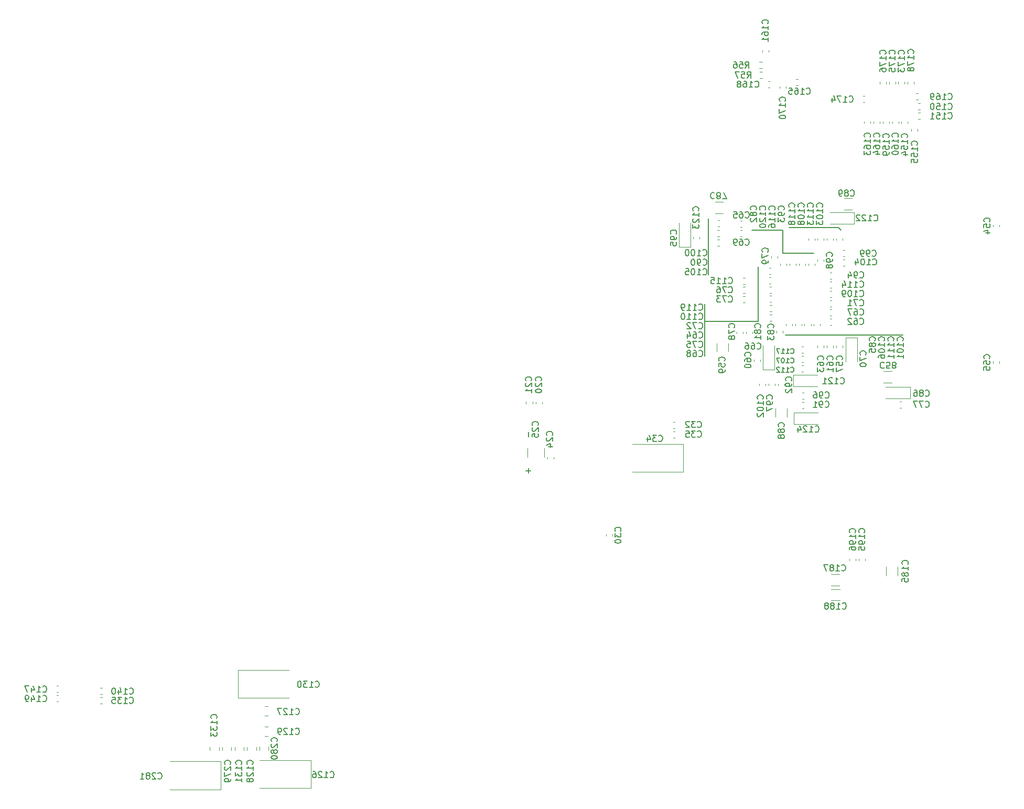
<source format=gbr>
%TF.GenerationSoftware,KiCad,Pcbnew,7.0.8-7.0.8~ubuntu22.04.1*%
%TF.CreationDate,2024-12-17T15:10:34+01:00*%
%TF.ProjectId,Bread70,42726561-6437-4302-9e6b-696361645f70,rev?*%
%TF.SameCoordinates,Original*%
%TF.FileFunction,Legend,Bot*%
%TF.FilePolarity,Positive*%
%FSLAX46Y46*%
G04 Gerber Fmt 4.6, Leading zero omitted, Abs format (unit mm)*
G04 Created by KiCad (PCBNEW 7.0.8-7.0.8~ubuntu22.04.1) date 2024-12-17 15:10:34*
%MOMM*%
%LPD*%
G01*
G04 APERTURE LIST*
%ADD10C,0.150000*%
%ADD11C,0.120000*%
G04 APERTURE END LIST*
D10*
X185800000Y-60000000D02*
X190800000Y-60000000D01*
X186800000Y-66000000D02*
X186800000Y-74800000D01*
X190800000Y-63800000D02*
X195800000Y-63800000D01*
X178800000Y-67200000D02*
X178800000Y-58200000D01*
X190800000Y-60000000D02*
X190800000Y-63800000D01*
X191200000Y-77000000D02*
X210200000Y-77000000D01*
X199800000Y-59600000D02*
X200200000Y-60000000D01*
X178200000Y-72000000D02*
X178200000Y-80400000D01*
X186800000Y-74800000D02*
X178200000Y-74800000D01*
X191800000Y-59600000D02*
X199800000Y-59600000D01*
X85319047Y-134859581D02*
X85366666Y-134907201D01*
X85366666Y-134907201D02*
X85509523Y-134954820D01*
X85509523Y-134954820D02*
X85604761Y-134954820D01*
X85604761Y-134954820D02*
X85747618Y-134907201D01*
X85747618Y-134907201D02*
X85842856Y-134811962D01*
X85842856Y-134811962D02*
X85890475Y-134716724D01*
X85890475Y-134716724D02*
X85938094Y-134526248D01*
X85938094Y-134526248D02*
X85938094Y-134383391D01*
X85938094Y-134383391D02*
X85890475Y-134192915D01*
X85890475Y-134192915D02*
X85842856Y-134097677D01*
X85842856Y-134097677D02*
X85747618Y-134002439D01*
X85747618Y-134002439D02*
X85604761Y-133954820D01*
X85604761Y-133954820D02*
X85509523Y-133954820D01*
X85509523Y-133954820D02*
X85366666Y-134002439D01*
X85366666Y-134002439D02*
X85319047Y-134050058D01*
X84366666Y-134954820D02*
X84938094Y-134954820D01*
X84652380Y-134954820D02*
X84652380Y-133954820D01*
X84652380Y-133954820D02*
X84747618Y-134097677D01*
X84747618Y-134097677D02*
X84842856Y-134192915D01*
X84842856Y-134192915D02*
X84938094Y-134240534D01*
X83509523Y-134288153D02*
X83509523Y-134954820D01*
X83747618Y-133907201D02*
X83985713Y-134621486D01*
X83985713Y-134621486D02*
X83366666Y-134621486D01*
X82795237Y-133954820D02*
X82699999Y-133954820D01*
X82699999Y-133954820D02*
X82604761Y-134002439D01*
X82604761Y-134002439D02*
X82557142Y-134050058D01*
X82557142Y-134050058D02*
X82509523Y-134145296D01*
X82509523Y-134145296D02*
X82461904Y-134335772D01*
X82461904Y-134335772D02*
X82461904Y-134573867D01*
X82461904Y-134573867D02*
X82509523Y-134764343D01*
X82509523Y-134764343D02*
X82557142Y-134859581D01*
X82557142Y-134859581D02*
X82604761Y-134907201D01*
X82604761Y-134907201D02*
X82699999Y-134954820D01*
X82699999Y-134954820D02*
X82795237Y-134954820D01*
X82795237Y-134954820D02*
X82890475Y-134907201D01*
X82890475Y-134907201D02*
X82938094Y-134859581D01*
X82938094Y-134859581D02*
X82985713Y-134764343D01*
X82985713Y-134764343D02*
X83033332Y-134573867D01*
X83033332Y-134573867D02*
X83033332Y-134335772D01*
X83033332Y-134335772D02*
X82985713Y-134145296D01*
X82985713Y-134145296D02*
X82938094Y-134050058D01*
X82938094Y-134050058D02*
X82890475Y-134002439D01*
X82890475Y-134002439D02*
X82795237Y-133954820D01*
X186642857Y-79159580D02*
X186690476Y-79207200D01*
X186690476Y-79207200D02*
X186833333Y-79254819D01*
X186833333Y-79254819D02*
X186928571Y-79254819D01*
X186928571Y-79254819D02*
X187071428Y-79207200D01*
X187071428Y-79207200D02*
X187166666Y-79111961D01*
X187166666Y-79111961D02*
X187214285Y-79016723D01*
X187214285Y-79016723D02*
X187261904Y-78826247D01*
X187261904Y-78826247D02*
X187261904Y-78683390D01*
X187261904Y-78683390D02*
X187214285Y-78492914D01*
X187214285Y-78492914D02*
X187166666Y-78397676D01*
X187166666Y-78397676D02*
X187071428Y-78302438D01*
X187071428Y-78302438D02*
X186928571Y-78254819D01*
X186928571Y-78254819D02*
X186833333Y-78254819D01*
X186833333Y-78254819D02*
X186690476Y-78302438D01*
X186690476Y-78302438D02*
X186642857Y-78350057D01*
X185785714Y-78254819D02*
X185976190Y-78254819D01*
X185976190Y-78254819D02*
X186071428Y-78302438D01*
X186071428Y-78302438D02*
X186119047Y-78350057D01*
X186119047Y-78350057D02*
X186214285Y-78492914D01*
X186214285Y-78492914D02*
X186261904Y-78683390D01*
X186261904Y-78683390D02*
X186261904Y-79064342D01*
X186261904Y-79064342D02*
X186214285Y-79159580D01*
X186214285Y-79159580D02*
X186166666Y-79207200D01*
X186166666Y-79207200D02*
X186071428Y-79254819D01*
X186071428Y-79254819D02*
X185880952Y-79254819D01*
X185880952Y-79254819D02*
X185785714Y-79207200D01*
X185785714Y-79207200D02*
X185738095Y-79159580D01*
X185738095Y-79159580D02*
X185690476Y-79064342D01*
X185690476Y-79064342D02*
X185690476Y-78826247D01*
X185690476Y-78826247D02*
X185738095Y-78731009D01*
X185738095Y-78731009D02*
X185785714Y-78683390D01*
X185785714Y-78683390D02*
X185880952Y-78635771D01*
X185880952Y-78635771D02*
X186071428Y-78635771D01*
X186071428Y-78635771D02*
X186166666Y-78683390D01*
X186166666Y-78683390D02*
X186214285Y-78731009D01*
X186214285Y-78731009D02*
X186261904Y-78826247D01*
X184833333Y-78254819D02*
X185023809Y-78254819D01*
X185023809Y-78254819D02*
X185119047Y-78302438D01*
X185119047Y-78302438D02*
X185166666Y-78350057D01*
X185166666Y-78350057D02*
X185261904Y-78492914D01*
X185261904Y-78492914D02*
X185309523Y-78683390D01*
X185309523Y-78683390D02*
X185309523Y-79064342D01*
X185309523Y-79064342D02*
X185261904Y-79159580D01*
X185261904Y-79159580D02*
X185214285Y-79207200D01*
X185214285Y-79207200D02*
X185119047Y-79254819D01*
X185119047Y-79254819D02*
X184928571Y-79254819D01*
X184928571Y-79254819D02*
X184833333Y-79207200D01*
X184833333Y-79207200D02*
X184785714Y-79159580D01*
X184785714Y-79159580D02*
X184738095Y-79064342D01*
X184738095Y-79064342D02*
X184738095Y-78826247D01*
X184738095Y-78826247D02*
X184785714Y-78731009D01*
X184785714Y-78731009D02*
X184833333Y-78683390D01*
X184833333Y-78683390D02*
X184928571Y-78635771D01*
X184928571Y-78635771D02*
X185119047Y-78635771D01*
X185119047Y-78635771D02*
X185214285Y-78683390D01*
X185214285Y-78683390D02*
X185261904Y-78731009D01*
X185261904Y-78731009D02*
X185309523Y-78826247D01*
X184742857Y-33854819D02*
X185076190Y-33378628D01*
X185314285Y-33854819D02*
X185314285Y-32854819D01*
X185314285Y-32854819D02*
X184933333Y-32854819D01*
X184933333Y-32854819D02*
X184838095Y-32902438D01*
X184838095Y-32902438D02*
X184790476Y-32950057D01*
X184790476Y-32950057D02*
X184742857Y-33045295D01*
X184742857Y-33045295D02*
X184742857Y-33188152D01*
X184742857Y-33188152D02*
X184790476Y-33283390D01*
X184790476Y-33283390D02*
X184838095Y-33331009D01*
X184838095Y-33331009D02*
X184933333Y-33378628D01*
X184933333Y-33378628D02*
X185314285Y-33378628D01*
X183838095Y-32854819D02*
X184314285Y-32854819D01*
X184314285Y-32854819D02*
X184361904Y-33331009D01*
X184361904Y-33331009D02*
X184314285Y-33283390D01*
X184314285Y-33283390D02*
X184219047Y-33235771D01*
X184219047Y-33235771D02*
X183980952Y-33235771D01*
X183980952Y-33235771D02*
X183885714Y-33283390D01*
X183885714Y-33283390D02*
X183838095Y-33331009D01*
X183838095Y-33331009D02*
X183790476Y-33426247D01*
X183790476Y-33426247D02*
X183790476Y-33664342D01*
X183790476Y-33664342D02*
X183838095Y-33759580D01*
X183838095Y-33759580D02*
X183885714Y-33807200D01*
X183885714Y-33807200D02*
X183980952Y-33854819D01*
X183980952Y-33854819D02*
X184219047Y-33854819D01*
X184219047Y-33854819D02*
X184314285Y-33807200D01*
X184314285Y-33807200D02*
X184361904Y-33759580D01*
X182933333Y-32854819D02*
X183123809Y-32854819D01*
X183123809Y-32854819D02*
X183219047Y-32902438D01*
X183219047Y-32902438D02*
X183266666Y-32950057D01*
X183266666Y-32950057D02*
X183361904Y-33092914D01*
X183361904Y-33092914D02*
X183409523Y-33283390D01*
X183409523Y-33283390D02*
X183409523Y-33664342D01*
X183409523Y-33664342D02*
X183361904Y-33759580D01*
X183361904Y-33759580D02*
X183314285Y-33807200D01*
X183314285Y-33807200D02*
X183219047Y-33854819D01*
X183219047Y-33854819D02*
X183028571Y-33854819D01*
X183028571Y-33854819D02*
X182933333Y-33807200D01*
X182933333Y-33807200D02*
X182885714Y-33759580D01*
X182885714Y-33759580D02*
X182838095Y-33664342D01*
X182838095Y-33664342D02*
X182838095Y-33426247D01*
X182838095Y-33426247D02*
X182885714Y-33331009D01*
X182885714Y-33331009D02*
X182933333Y-33283390D01*
X182933333Y-33283390D02*
X183028571Y-33235771D01*
X183028571Y-33235771D02*
X183219047Y-33235771D01*
X183219047Y-33235771D02*
X183314285Y-33283390D01*
X183314285Y-33283390D02*
X183361904Y-33331009D01*
X183361904Y-33331009D02*
X183409523Y-33426247D01*
X217519047Y-41959580D02*
X217566666Y-42007200D01*
X217566666Y-42007200D02*
X217709523Y-42054819D01*
X217709523Y-42054819D02*
X217804761Y-42054819D01*
X217804761Y-42054819D02*
X217947618Y-42007200D01*
X217947618Y-42007200D02*
X218042856Y-41911961D01*
X218042856Y-41911961D02*
X218090475Y-41816723D01*
X218090475Y-41816723D02*
X218138094Y-41626247D01*
X218138094Y-41626247D02*
X218138094Y-41483390D01*
X218138094Y-41483390D02*
X218090475Y-41292914D01*
X218090475Y-41292914D02*
X218042856Y-41197676D01*
X218042856Y-41197676D02*
X217947618Y-41102438D01*
X217947618Y-41102438D02*
X217804761Y-41054819D01*
X217804761Y-41054819D02*
X217709523Y-41054819D01*
X217709523Y-41054819D02*
X217566666Y-41102438D01*
X217566666Y-41102438D02*
X217519047Y-41150057D01*
X216566666Y-42054819D02*
X217138094Y-42054819D01*
X216852380Y-42054819D02*
X216852380Y-41054819D01*
X216852380Y-41054819D02*
X216947618Y-41197676D01*
X216947618Y-41197676D02*
X217042856Y-41292914D01*
X217042856Y-41292914D02*
X217138094Y-41340533D01*
X215661904Y-41054819D02*
X216138094Y-41054819D01*
X216138094Y-41054819D02*
X216185713Y-41531009D01*
X216185713Y-41531009D02*
X216138094Y-41483390D01*
X216138094Y-41483390D02*
X216042856Y-41435771D01*
X216042856Y-41435771D02*
X215804761Y-41435771D01*
X215804761Y-41435771D02*
X215709523Y-41483390D01*
X215709523Y-41483390D02*
X215661904Y-41531009D01*
X215661904Y-41531009D02*
X215614285Y-41626247D01*
X215614285Y-41626247D02*
X215614285Y-41864342D01*
X215614285Y-41864342D02*
X215661904Y-41959580D01*
X215661904Y-41959580D02*
X215709523Y-42007200D01*
X215709523Y-42007200D02*
X215804761Y-42054819D01*
X215804761Y-42054819D02*
X216042856Y-42054819D01*
X216042856Y-42054819D02*
X216138094Y-42007200D01*
X216138094Y-42007200D02*
X216185713Y-41959580D01*
X214661904Y-42054819D02*
X215233332Y-42054819D01*
X214947618Y-42054819D02*
X214947618Y-41054819D01*
X214947618Y-41054819D02*
X215042856Y-41197676D01*
X215042856Y-41197676D02*
X215138094Y-41292914D01*
X215138094Y-41292914D02*
X215233332Y-41340533D01*
X190959580Y-56757142D02*
X191007200Y-56709523D01*
X191007200Y-56709523D02*
X191054819Y-56566666D01*
X191054819Y-56566666D02*
X191054819Y-56471428D01*
X191054819Y-56471428D02*
X191007200Y-56328571D01*
X191007200Y-56328571D02*
X190911961Y-56233333D01*
X190911961Y-56233333D02*
X190816723Y-56185714D01*
X190816723Y-56185714D02*
X190626247Y-56138095D01*
X190626247Y-56138095D02*
X190483390Y-56138095D01*
X190483390Y-56138095D02*
X190292914Y-56185714D01*
X190292914Y-56185714D02*
X190197676Y-56233333D01*
X190197676Y-56233333D02*
X190102438Y-56328571D01*
X190102438Y-56328571D02*
X190054819Y-56471428D01*
X190054819Y-56471428D02*
X190054819Y-56566666D01*
X190054819Y-56566666D02*
X190102438Y-56709523D01*
X190102438Y-56709523D02*
X190150057Y-56757142D01*
X191054819Y-57233333D02*
X191054819Y-57423809D01*
X191054819Y-57423809D02*
X191007200Y-57519047D01*
X191007200Y-57519047D02*
X190959580Y-57566666D01*
X190959580Y-57566666D02*
X190816723Y-57661904D01*
X190816723Y-57661904D02*
X190626247Y-57709523D01*
X190626247Y-57709523D02*
X190245295Y-57709523D01*
X190245295Y-57709523D02*
X190150057Y-57661904D01*
X190150057Y-57661904D02*
X190102438Y-57614285D01*
X190102438Y-57614285D02*
X190054819Y-57519047D01*
X190054819Y-57519047D02*
X190054819Y-57328571D01*
X190054819Y-57328571D02*
X190102438Y-57233333D01*
X190102438Y-57233333D02*
X190150057Y-57185714D01*
X190150057Y-57185714D02*
X190245295Y-57138095D01*
X190245295Y-57138095D02*
X190483390Y-57138095D01*
X190483390Y-57138095D02*
X190578628Y-57185714D01*
X190578628Y-57185714D02*
X190626247Y-57233333D01*
X190626247Y-57233333D02*
X190673866Y-57328571D01*
X190673866Y-57328571D02*
X190673866Y-57519047D01*
X190673866Y-57519047D02*
X190626247Y-57614285D01*
X190626247Y-57614285D02*
X190578628Y-57661904D01*
X190578628Y-57661904D02*
X190483390Y-57709523D01*
X190054819Y-58042857D02*
X190054819Y-58661904D01*
X190054819Y-58661904D02*
X190435771Y-58328571D01*
X190435771Y-58328571D02*
X190435771Y-58471428D01*
X190435771Y-58471428D02*
X190483390Y-58566666D01*
X190483390Y-58566666D02*
X190531009Y-58614285D01*
X190531009Y-58614285D02*
X190626247Y-58661904D01*
X190626247Y-58661904D02*
X190864342Y-58661904D01*
X190864342Y-58661904D02*
X190959580Y-58614285D01*
X190959580Y-58614285D02*
X191007200Y-58566666D01*
X191007200Y-58566666D02*
X191054819Y-58471428D01*
X191054819Y-58471428D02*
X191054819Y-58185714D01*
X191054819Y-58185714D02*
X191007200Y-58090476D01*
X191007200Y-58090476D02*
X190959580Y-58042857D01*
X99359580Y-138880952D02*
X99407200Y-138833333D01*
X99407200Y-138833333D02*
X99454819Y-138690476D01*
X99454819Y-138690476D02*
X99454819Y-138595238D01*
X99454819Y-138595238D02*
X99407200Y-138452381D01*
X99407200Y-138452381D02*
X99311961Y-138357143D01*
X99311961Y-138357143D02*
X99216723Y-138309524D01*
X99216723Y-138309524D02*
X99026247Y-138261905D01*
X99026247Y-138261905D02*
X98883390Y-138261905D01*
X98883390Y-138261905D02*
X98692914Y-138309524D01*
X98692914Y-138309524D02*
X98597676Y-138357143D01*
X98597676Y-138357143D02*
X98502438Y-138452381D01*
X98502438Y-138452381D02*
X98454819Y-138595238D01*
X98454819Y-138595238D02*
X98454819Y-138690476D01*
X98454819Y-138690476D02*
X98502438Y-138833333D01*
X98502438Y-138833333D02*
X98550057Y-138880952D01*
X99454819Y-139833333D02*
X99454819Y-139261905D01*
X99454819Y-139547619D02*
X98454819Y-139547619D01*
X98454819Y-139547619D02*
X98597676Y-139452381D01*
X98597676Y-139452381D02*
X98692914Y-139357143D01*
X98692914Y-139357143D02*
X98740533Y-139261905D01*
X98454819Y-140166667D02*
X98454819Y-140785714D01*
X98454819Y-140785714D02*
X98835771Y-140452381D01*
X98835771Y-140452381D02*
X98835771Y-140595238D01*
X98835771Y-140595238D02*
X98883390Y-140690476D01*
X98883390Y-140690476D02*
X98931009Y-140738095D01*
X98931009Y-140738095D02*
X99026247Y-140785714D01*
X99026247Y-140785714D02*
X99264342Y-140785714D01*
X99264342Y-140785714D02*
X99359580Y-140738095D01*
X99359580Y-140738095D02*
X99407200Y-140690476D01*
X99407200Y-140690476D02*
X99454819Y-140595238D01*
X99454819Y-140595238D02*
X99454819Y-140309524D01*
X99454819Y-140309524D02*
X99407200Y-140214286D01*
X99407200Y-140214286D02*
X99359580Y-140166667D01*
X98454819Y-141119048D02*
X98454819Y-141738095D01*
X98454819Y-141738095D02*
X98835771Y-141404762D01*
X98835771Y-141404762D02*
X98835771Y-141547619D01*
X98835771Y-141547619D02*
X98883390Y-141642857D01*
X98883390Y-141642857D02*
X98931009Y-141690476D01*
X98931009Y-141690476D02*
X99026247Y-141738095D01*
X99026247Y-141738095D02*
X99264342Y-141738095D01*
X99264342Y-141738095D02*
X99359580Y-141690476D01*
X99359580Y-141690476D02*
X99407200Y-141642857D01*
X99407200Y-141642857D02*
X99454819Y-141547619D01*
X99454819Y-141547619D02*
X99454819Y-141261905D01*
X99454819Y-141261905D02*
X99407200Y-141166667D01*
X99407200Y-141166667D02*
X99359580Y-141119048D01*
X177159580Y-56880952D02*
X177207200Y-56833333D01*
X177207200Y-56833333D02*
X177254819Y-56690476D01*
X177254819Y-56690476D02*
X177254819Y-56595238D01*
X177254819Y-56595238D02*
X177207200Y-56452381D01*
X177207200Y-56452381D02*
X177111961Y-56357143D01*
X177111961Y-56357143D02*
X177016723Y-56309524D01*
X177016723Y-56309524D02*
X176826247Y-56261905D01*
X176826247Y-56261905D02*
X176683390Y-56261905D01*
X176683390Y-56261905D02*
X176492914Y-56309524D01*
X176492914Y-56309524D02*
X176397676Y-56357143D01*
X176397676Y-56357143D02*
X176302438Y-56452381D01*
X176302438Y-56452381D02*
X176254819Y-56595238D01*
X176254819Y-56595238D02*
X176254819Y-56690476D01*
X176254819Y-56690476D02*
X176302438Y-56833333D01*
X176302438Y-56833333D02*
X176350057Y-56880952D01*
X177254819Y-57833333D02*
X177254819Y-57261905D01*
X177254819Y-57547619D02*
X176254819Y-57547619D01*
X176254819Y-57547619D02*
X176397676Y-57452381D01*
X176397676Y-57452381D02*
X176492914Y-57357143D01*
X176492914Y-57357143D02*
X176540533Y-57261905D01*
X176350057Y-58214286D02*
X176302438Y-58261905D01*
X176302438Y-58261905D02*
X176254819Y-58357143D01*
X176254819Y-58357143D02*
X176254819Y-58595238D01*
X176254819Y-58595238D02*
X176302438Y-58690476D01*
X176302438Y-58690476D02*
X176350057Y-58738095D01*
X176350057Y-58738095D02*
X176445295Y-58785714D01*
X176445295Y-58785714D02*
X176540533Y-58785714D01*
X176540533Y-58785714D02*
X176683390Y-58738095D01*
X176683390Y-58738095D02*
X177254819Y-58166667D01*
X177254819Y-58166667D02*
X177254819Y-58785714D01*
X176254819Y-59119048D02*
X176254819Y-59738095D01*
X176254819Y-59738095D02*
X176635771Y-59404762D01*
X176635771Y-59404762D02*
X176635771Y-59547619D01*
X176635771Y-59547619D02*
X176683390Y-59642857D01*
X176683390Y-59642857D02*
X176731009Y-59690476D01*
X176731009Y-59690476D02*
X176826247Y-59738095D01*
X176826247Y-59738095D02*
X177064342Y-59738095D01*
X177064342Y-59738095D02*
X177159580Y-59690476D01*
X177159580Y-59690476D02*
X177207200Y-59642857D01*
X177207200Y-59642857D02*
X177254819Y-59547619D01*
X177254819Y-59547619D02*
X177254819Y-59261905D01*
X177254819Y-59261905D02*
X177207200Y-59166667D01*
X177207200Y-59166667D02*
X177159580Y-59119048D01*
X177919047Y-64069579D02*
X177966666Y-64117199D01*
X177966666Y-64117199D02*
X178109523Y-64164818D01*
X178109523Y-64164818D02*
X178204761Y-64164818D01*
X178204761Y-64164818D02*
X178347618Y-64117199D01*
X178347618Y-64117199D02*
X178442856Y-64021960D01*
X178442856Y-64021960D02*
X178490475Y-63926722D01*
X178490475Y-63926722D02*
X178538094Y-63736246D01*
X178538094Y-63736246D02*
X178538094Y-63593389D01*
X178538094Y-63593389D02*
X178490475Y-63402913D01*
X178490475Y-63402913D02*
X178442856Y-63307675D01*
X178442856Y-63307675D02*
X178347618Y-63212437D01*
X178347618Y-63212437D02*
X178204761Y-63164818D01*
X178204761Y-63164818D02*
X178109523Y-63164818D01*
X178109523Y-63164818D02*
X177966666Y-63212437D01*
X177966666Y-63212437D02*
X177919047Y-63260056D01*
X176966666Y-64164818D02*
X177538094Y-64164818D01*
X177252380Y-64164818D02*
X177252380Y-63164818D01*
X177252380Y-63164818D02*
X177347618Y-63307675D01*
X177347618Y-63307675D02*
X177442856Y-63402913D01*
X177442856Y-63402913D02*
X177538094Y-63450532D01*
X176347618Y-63164818D02*
X176252380Y-63164818D01*
X176252380Y-63164818D02*
X176157142Y-63212437D01*
X176157142Y-63212437D02*
X176109523Y-63260056D01*
X176109523Y-63260056D02*
X176061904Y-63355294D01*
X176061904Y-63355294D02*
X176014285Y-63545770D01*
X176014285Y-63545770D02*
X176014285Y-63783865D01*
X176014285Y-63783865D02*
X176061904Y-63974341D01*
X176061904Y-63974341D02*
X176109523Y-64069579D01*
X176109523Y-64069579D02*
X176157142Y-64117199D01*
X176157142Y-64117199D02*
X176252380Y-64164818D01*
X176252380Y-64164818D02*
X176347618Y-64164818D01*
X176347618Y-64164818D02*
X176442856Y-64117199D01*
X176442856Y-64117199D02*
X176490475Y-64069579D01*
X176490475Y-64069579D02*
X176538094Y-63974341D01*
X176538094Y-63974341D02*
X176585713Y-63783865D01*
X176585713Y-63783865D02*
X176585713Y-63545770D01*
X176585713Y-63545770D02*
X176538094Y-63355294D01*
X176538094Y-63355294D02*
X176490475Y-63260056D01*
X176490475Y-63260056D02*
X176442856Y-63212437D01*
X176442856Y-63212437D02*
X176347618Y-63164818D01*
X175395237Y-63164818D02*
X175299999Y-63164818D01*
X175299999Y-63164818D02*
X175204761Y-63212437D01*
X175204761Y-63212437D02*
X175157142Y-63260056D01*
X175157142Y-63260056D02*
X175109523Y-63355294D01*
X175109523Y-63355294D02*
X175061904Y-63545770D01*
X175061904Y-63545770D02*
X175061904Y-63783865D01*
X175061904Y-63783865D02*
X175109523Y-63974341D01*
X175109523Y-63974341D02*
X175157142Y-64069579D01*
X175157142Y-64069579D02*
X175204761Y-64117199D01*
X175204761Y-64117199D02*
X175299999Y-64164818D01*
X175299999Y-64164818D02*
X175395237Y-64164818D01*
X175395237Y-64164818D02*
X175490475Y-64117199D01*
X175490475Y-64117199D02*
X175538094Y-64069579D01*
X175538094Y-64069579D02*
X175585713Y-63974341D01*
X175585713Y-63974341D02*
X175633332Y-63783865D01*
X175633332Y-63783865D02*
X175633332Y-63545770D01*
X175633332Y-63545770D02*
X175585713Y-63355294D01*
X175585713Y-63355294D02*
X175538094Y-63260056D01*
X175538094Y-63260056D02*
X175490475Y-63212437D01*
X175490475Y-63212437D02*
X175395237Y-63164818D01*
X177242856Y-74359580D02*
X177290475Y-74407200D01*
X177290475Y-74407200D02*
X177433332Y-74454819D01*
X177433332Y-74454819D02*
X177528570Y-74454819D01*
X177528570Y-74454819D02*
X177671427Y-74407200D01*
X177671427Y-74407200D02*
X177766665Y-74311961D01*
X177766665Y-74311961D02*
X177814284Y-74216723D01*
X177814284Y-74216723D02*
X177861903Y-74026247D01*
X177861903Y-74026247D02*
X177861903Y-73883390D01*
X177861903Y-73883390D02*
X177814284Y-73692914D01*
X177814284Y-73692914D02*
X177766665Y-73597676D01*
X177766665Y-73597676D02*
X177671427Y-73502438D01*
X177671427Y-73502438D02*
X177528570Y-73454819D01*
X177528570Y-73454819D02*
X177433332Y-73454819D01*
X177433332Y-73454819D02*
X177290475Y-73502438D01*
X177290475Y-73502438D02*
X177242856Y-73550057D01*
X176290475Y-74454819D02*
X176861903Y-74454819D01*
X176576189Y-74454819D02*
X176576189Y-73454819D01*
X176576189Y-73454819D02*
X176671427Y-73597676D01*
X176671427Y-73597676D02*
X176766665Y-73692914D01*
X176766665Y-73692914D02*
X176861903Y-73740533D01*
X175338094Y-74454819D02*
X175909522Y-74454819D01*
X175623808Y-74454819D02*
X175623808Y-73454819D01*
X175623808Y-73454819D02*
X175719046Y-73597676D01*
X175719046Y-73597676D02*
X175814284Y-73692914D01*
X175814284Y-73692914D02*
X175909522Y-73740533D01*
X174719046Y-73454819D02*
X174623808Y-73454819D01*
X174623808Y-73454819D02*
X174528570Y-73502438D01*
X174528570Y-73502438D02*
X174480951Y-73550057D01*
X174480951Y-73550057D02*
X174433332Y-73645295D01*
X174433332Y-73645295D02*
X174385713Y-73835771D01*
X174385713Y-73835771D02*
X174385713Y-74073866D01*
X174385713Y-74073866D02*
X174433332Y-74264342D01*
X174433332Y-74264342D02*
X174480951Y-74359580D01*
X174480951Y-74359580D02*
X174528570Y-74407200D01*
X174528570Y-74407200D02*
X174623808Y-74454819D01*
X174623808Y-74454819D02*
X174719046Y-74454819D01*
X174719046Y-74454819D02*
X174814284Y-74407200D01*
X174814284Y-74407200D02*
X174861903Y-74359580D01*
X174861903Y-74359580D02*
X174909522Y-74264342D01*
X174909522Y-74264342D02*
X174957141Y-74073866D01*
X174957141Y-74073866D02*
X174957141Y-73835771D01*
X174957141Y-73835771D02*
X174909522Y-73645295D01*
X174909522Y-73645295D02*
X174861903Y-73550057D01*
X174861903Y-73550057D02*
X174814284Y-73502438D01*
X174814284Y-73502438D02*
X174719046Y-73454819D01*
X182042856Y-68559580D02*
X182090475Y-68607200D01*
X182090475Y-68607200D02*
X182233332Y-68654819D01*
X182233332Y-68654819D02*
X182328570Y-68654819D01*
X182328570Y-68654819D02*
X182471427Y-68607200D01*
X182471427Y-68607200D02*
X182566665Y-68511961D01*
X182566665Y-68511961D02*
X182614284Y-68416723D01*
X182614284Y-68416723D02*
X182661903Y-68226247D01*
X182661903Y-68226247D02*
X182661903Y-68083390D01*
X182661903Y-68083390D02*
X182614284Y-67892914D01*
X182614284Y-67892914D02*
X182566665Y-67797676D01*
X182566665Y-67797676D02*
X182471427Y-67702438D01*
X182471427Y-67702438D02*
X182328570Y-67654819D01*
X182328570Y-67654819D02*
X182233332Y-67654819D01*
X182233332Y-67654819D02*
X182090475Y-67702438D01*
X182090475Y-67702438D02*
X182042856Y-67750057D01*
X181090475Y-68654819D02*
X181661903Y-68654819D01*
X181376189Y-68654819D02*
X181376189Y-67654819D01*
X181376189Y-67654819D02*
X181471427Y-67797676D01*
X181471427Y-67797676D02*
X181566665Y-67892914D01*
X181566665Y-67892914D02*
X181661903Y-67940533D01*
X180138094Y-68654819D02*
X180709522Y-68654819D01*
X180423808Y-68654819D02*
X180423808Y-67654819D01*
X180423808Y-67654819D02*
X180519046Y-67797676D01*
X180519046Y-67797676D02*
X180614284Y-67892914D01*
X180614284Y-67892914D02*
X180709522Y-67940533D01*
X179233332Y-67654819D02*
X179709522Y-67654819D01*
X179709522Y-67654819D02*
X179757141Y-68131009D01*
X179757141Y-68131009D02*
X179709522Y-68083390D01*
X179709522Y-68083390D02*
X179614284Y-68035771D01*
X179614284Y-68035771D02*
X179376189Y-68035771D01*
X179376189Y-68035771D02*
X179280951Y-68083390D01*
X179280951Y-68083390D02*
X179233332Y-68131009D01*
X179233332Y-68131009D02*
X179185713Y-68226247D01*
X179185713Y-68226247D02*
X179185713Y-68464342D01*
X179185713Y-68464342D02*
X179233332Y-68559580D01*
X179233332Y-68559580D02*
X179280951Y-68607200D01*
X179280951Y-68607200D02*
X179376189Y-68654819D01*
X179376189Y-68654819D02*
X179614284Y-68654819D01*
X179614284Y-68654819D02*
X179709522Y-68607200D01*
X179709522Y-68607200D02*
X179757141Y-68559580D01*
X117719047Y-148359580D02*
X117766666Y-148407200D01*
X117766666Y-148407200D02*
X117909523Y-148454819D01*
X117909523Y-148454819D02*
X118004761Y-148454819D01*
X118004761Y-148454819D02*
X118147618Y-148407200D01*
X118147618Y-148407200D02*
X118242856Y-148311961D01*
X118242856Y-148311961D02*
X118290475Y-148216723D01*
X118290475Y-148216723D02*
X118338094Y-148026247D01*
X118338094Y-148026247D02*
X118338094Y-147883390D01*
X118338094Y-147883390D02*
X118290475Y-147692914D01*
X118290475Y-147692914D02*
X118242856Y-147597676D01*
X118242856Y-147597676D02*
X118147618Y-147502438D01*
X118147618Y-147502438D02*
X118004761Y-147454819D01*
X118004761Y-147454819D02*
X117909523Y-147454819D01*
X117909523Y-147454819D02*
X117766666Y-147502438D01*
X117766666Y-147502438D02*
X117719047Y-147550057D01*
X116766666Y-148454819D02*
X117338094Y-148454819D01*
X117052380Y-148454819D02*
X117052380Y-147454819D01*
X117052380Y-147454819D02*
X117147618Y-147597676D01*
X117147618Y-147597676D02*
X117242856Y-147692914D01*
X117242856Y-147692914D02*
X117338094Y-147740533D01*
X116385713Y-147550057D02*
X116338094Y-147502438D01*
X116338094Y-147502438D02*
X116242856Y-147454819D01*
X116242856Y-147454819D02*
X116004761Y-147454819D01*
X116004761Y-147454819D02*
X115909523Y-147502438D01*
X115909523Y-147502438D02*
X115861904Y-147550057D01*
X115861904Y-147550057D02*
X115814285Y-147645295D01*
X115814285Y-147645295D02*
X115814285Y-147740533D01*
X115814285Y-147740533D02*
X115861904Y-147883390D01*
X115861904Y-147883390D02*
X116433332Y-148454819D01*
X116433332Y-148454819D02*
X115814285Y-148454819D01*
X114957142Y-147454819D02*
X115147618Y-147454819D01*
X115147618Y-147454819D02*
X115242856Y-147502438D01*
X115242856Y-147502438D02*
X115290475Y-147550057D01*
X115290475Y-147550057D02*
X115385713Y-147692914D01*
X115385713Y-147692914D02*
X115433332Y-147883390D01*
X115433332Y-147883390D02*
X115433332Y-148264342D01*
X115433332Y-148264342D02*
X115385713Y-148359580D01*
X115385713Y-148359580D02*
X115338094Y-148407200D01*
X115338094Y-148407200D02*
X115242856Y-148454819D01*
X115242856Y-148454819D02*
X115052380Y-148454819D01*
X115052380Y-148454819D02*
X114957142Y-148407200D01*
X114957142Y-148407200D02*
X114909523Y-148359580D01*
X114909523Y-148359580D02*
X114861904Y-148264342D01*
X114861904Y-148264342D02*
X114861904Y-148026247D01*
X114861904Y-148026247D02*
X114909523Y-147931009D01*
X114909523Y-147931009D02*
X114957142Y-147883390D01*
X114957142Y-147883390D02*
X115052380Y-147835771D01*
X115052380Y-147835771D02*
X115242856Y-147835771D01*
X115242856Y-147835771D02*
X115338094Y-147883390D01*
X115338094Y-147883390D02*
X115385713Y-147931009D01*
X115385713Y-147931009D02*
X115433332Y-148026247D01*
X182042857Y-70059580D02*
X182090476Y-70107200D01*
X182090476Y-70107200D02*
X182233333Y-70154819D01*
X182233333Y-70154819D02*
X182328571Y-70154819D01*
X182328571Y-70154819D02*
X182471428Y-70107200D01*
X182471428Y-70107200D02*
X182566666Y-70011961D01*
X182566666Y-70011961D02*
X182614285Y-69916723D01*
X182614285Y-69916723D02*
X182661904Y-69726247D01*
X182661904Y-69726247D02*
X182661904Y-69583390D01*
X182661904Y-69583390D02*
X182614285Y-69392914D01*
X182614285Y-69392914D02*
X182566666Y-69297676D01*
X182566666Y-69297676D02*
X182471428Y-69202438D01*
X182471428Y-69202438D02*
X182328571Y-69154819D01*
X182328571Y-69154819D02*
X182233333Y-69154819D01*
X182233333Y-69154819D02*
X182090476Y-69202438D01*
X182090476Y-69202438D02*
X182042857Y-69250057D01*
X181709523Y-69154819D02*
X181042857Y-69154819D01*
X181042857Y-69154819D02*
X181471428Y-70154819D01*
X180233333Y-69154819D02*
X180423809Y-69154819D01*
X180423809Y-69154819D02*
X180519047Y-69202438D01*
X180519047Y-69202438D02*
X180566666Y-69250057D01*
X180566666Y-69250057D02*
X180661904Y-69392914D01*
X180661904Y-69392914D02*
X180709523Y-69583390D01*
X180709523Y-69583390D02*
X180709523Y-69964342D01*
X180709523Y-69964342D02*
X180661904Y-70059580D01*
X180661904Y-70059580D02*
X180614285Y-70107200D01*
X180614285Y-70107200D02*
X180519047Y-70154819D01*
X180519047Y-70154819D02*
X180328571Y-70154819D01*
X180328571Y-70154819D02*
X180233333Y-70107200D01*
X180233333Y-70107200D02*
X180185714Y-70059580D01*
X180185714Y-70059580D02*
X180138095Y-69964342D01*
X180138095Y-69964342D02*
X180138095Y-69726247D01*
X180138095Y-69726247D02*
X180185714Y-69631009D01*
X180185714Y-69631009D02*
X180233333Y-69583390D01*
X180233333Y-69583390D02*
X180328571Y-69535771D01*
X180328571Y-69535771D02*
X180519047Y-69535771D01*
X180519047Y-69535771D02*
X180614285Y-69583390D01*
X180614285Y-69583390D02*
X180661904Y-69631009D01*
X180661904Y-69631009D02*
X180709523Y-69726247D01*
X101559580Y-146280952D02*
X101607200Y-146233333D01*
X101607200Y-146233333D02*
X101654819Y-146090476D01*
X101654819Y-146090476D02*
X101654819Y-145995238D01*
X101654819Y-145995238D02*
X101607200Y-145852381D01*
X101607200Y-145852381D02*
X101511961Y-145757143D01*
X101511961Y-145757143D02*
X101416723Y-145709524D01*
X101416723Y-145709524D02*
X101226247Y-145661905D01*
X101226247Y-145661905D02*
X101083390Y-145661905D01*
X101083390Y-145661905D02*
X100892914Y-145709524D01*
X100892914Y-145709524D02*
X100797676Y-145757143D01*
X100797676Y-145757143D02*
X100702438Y-145852381D01*
X100702438Y-145852381D02*
X100654819Y-145995238D01*
X100654819Y-145995238D02*
X100654819Y-146090476D01*
X100654819Y-146090476D02*
X100702438Y-146233333D01*
X100702438Y-146233333D02*
X100750057Y-146280952D01*
X100750057Y-146661905D02*
X100702438Y-146709524D01*
X100702438Y-146709524D02*
X100654819Y-146804762D01*
X100654819Y-146804762D02*
X100654819Y-147042857D01*
X100654819Y-147042857D02*
X100702438Y-147138095D01*
X100702438Y-147138095D02*
X100750057Y-147185714D01*
X100750057Y-147185714D02*
X100845295Y-147233333D01*
X100845295Y-147233333D02*
X100940533Y-147233333D01*
X100940533Y-147233333D02*
X101083390Y-147185714D01*
X101083390Y-147185714D02*
X101654819Y-146614286D01*
X101654819Y-146614286D02*
X101654819Y-147233333D01*
X100654819Y-147566667D02*
X100654819Y-148233333D01*
X100654819Y-148233333D02*
X101654819Y-147804762D01*
X101654819Y-148661905D02*
X101654819Y-148852381D01*
X101654819Y-148852381D02*
X101607200Y-148947619D01*
X101607200Y-148947619D02*
X101559580Y-148995238D01*
X101559580Y-148995238D02*
X101416723Y-149090476D01*
X101416723Y-149090476D02*
X101226247Y-149138095D01*
X101226247Y-149138095D02*
X100845295Y-149138095D01*
X100845295Y-149138095D02*
X100750057Y-149090476D01*
X100750057Y-149090476D02*
X100702438Y-149042857D01*
X100702438Y-149042857D02*
X100654819Y-148947619D01*
X100654819Y-148947619D02*
X100654819Y-148757143D01*
X100654819Y-148757143D02*
X100702438Y-148661905D01*
X100702438Y-148661905D02*
X100750057Y-148614286D01*
X100750057Y-148614286D02*
X100845295Y-148566667D01*
X100845295Y-148566667D02*
X101083390Y-148566667D01*
X101083390Y-148566667D02*
X101178628Y-148614286D01*
X101178628Y-148614286D02*
X101226247Y-148661905D01*
X101226247Y-148661905D02*
X101273866Y-148757143D01*
X101273866Y-148757143D02*
X101273866Y-148947619D01*
X101273866Y-148947619D02*
X101226247Y-149042857D01*
X101226247Y-149042857D02*
X101178628Y-149090476D01*
X101178628Y-149090476D02*
X101083390Y-149138095D01*
X194619047Y-37978580D02*
X194666666Y-38026200D01*
X194666666Y-38026200D02*
X194809523Y-38073819D01*
X194809523Y-38073819D02*
X194904761Y-38073819D01*
X194904761Y-38073819D02*
X195047618Y-38026200D01*
X195047618Y-38026200D02*
X195142856Y-37930961D01*
X195142856Y-37930961D02*
X195190475Y-37835723D01*
X195190475Y-37835723D02*
X195238094Y-37645247D01*
X195238094Y-37645247D02*
X195238094Y-37502390D01*
X195238094Y-37502390D02*
X195190475Y-37311914D01*
X195190475Y-37311914D02*
X195142856Y-37216676D01*
X195142856Y-37216676D02*
X195047618Y-37121438D01*
X195047618Y-37121438D02*
X194904761Y-37073819D01*
X194904761Y-37073819D02*
X194809523Y-37073819D01*
X194809523Y-37073819D02*
X194666666Y-37121438D01*
X194666666Y-37121438D02*
X194619047Y-37169057D01*
X193666666Y-38073819D02*
X194238094Y-38073819D01*
X193952380Y-38073819D02*
X193952380Y-37073819D01*
X193952380Y-37073819D02*
X194047618Y-37216676D01*
X194047618Y-37216676D02*
X194142856Y-37311914D01*
X194142856Y-37311914D02*
X194238094Y-37359533D01*
X192809523Y-37073819D02*
X192999999Y-37073819D01*
X192999999Y-37073819D02*
X193095237Y-37121438D01*
X193095237Y-37121438D02*
X193142856Y-37169057D01*
X193142856Y-37169057D02*
X193238094Y-37311914D01*
X193238094Y-37311914D02*
X193285713Y-37502390D01*
X193285713Y-37502390D02*
X193285713Y-37883342D01*
X193285713Y-37883342D02*
X193238094Y-37978580D01*
X193238094Y-37978580D02*
X193190475Y-38026200D01*
X193190475Y-38026200D02*
X193095237Y-38073819D01*
X193095237Y-38073819D02*
X192904761Y-38073819D01*
X192904761Y-38073819D02*
X192809523Y-38026200D01*
X192809523Y-38026200D02*
X192761904Y-37978580D01*
X192761904Y-37978580D02*
X192714285Y-37883342D01*
X192714285Y-37883342D02*
X192714285Y-37645247D01*
X192714285Y-37645247D02*
X192761904Y-37550009D01*
X192761904Y-37550009D02*
X192809523Y-37502390D01*
X192809523Y-37502390D02*
X192904761Y-37454771D01*
X192904761Y-37454771D02*
X193095237Y-37454771D01*
X193095237Y-37454771D02*
X193190475Y-37502390D01*
X193190475Y-37502390D02*
X193238094Y-37550009D01*
X193238094Y-37550009D02*
X193285713Y-37645247D01*
X191809523Y-37073819D02*
X192285713Y-37073819D01*
X192285713Y-37073819D02*
X192333332Y-37550009D01*
X192333332Y-37550009D02*
X192285713Y-37502390D01*
X192285713Y-37502390D02*
X192190475Y-37454771D01*
X192190475Y-37454771D02*
X191952380Y-37454771D01*
X191952380Y-37454771D02*
X191857142Y-37502390D01*
X191857142Y-37502390D02*
X191809523Y-37550009D01*
X191809523Y-37550009D02*
X191761904Y-37645247D01*
X191761904Y-37645247D02*
X191761904Y-37883342D01*
X191761904Y-37883342D02*
X191809523Y-37978580D01*
X191809523Y-37978580D02*
X191857142Y-38026200D01*
X191857142Y-38026200D02*
X191952380Y-38073819D01*
X191952380Y-38073819D02*
X192190475Y-38073819D01*
X192190475Y-38073819D02*
X192285713Y-38026200D01*
X192285713Y-38026200D02*
X192333332Y-37978580D01*
X85319047Y-136359580D02*
X85366666Y-136407200D01*
X85366666Y-136407200D02*
X85509523Y-136454819D01*
X85509523Y-136454819D02*
X85604761Y-136454819D01*
X85604761Y-136454819D02*
X85747618Y-136407200D01*
X85747618Y-136407200D02*
X85842856Y-136311961D01*
X85842856Y-136311961D02*
X85890475Y-136216723D01*
X85890475Y-136216723D02*
X85938094Y-136026247D01*
X85938094Y-136026247D02*
X85938094Y-135883390D01*
X85938094Y-135883390D02*
X85890475Y-135692914D01*
X85890475Y-135692914D02*
X85842856Y-135597676D01*
X85842856Y-135597676D02*
X85747618Y-135502438D01*
X85747618Y-135502438D02*
X85604761Y-135454819D01*
X85604761Y-135454819D02*
X85509523Y-135454819D01*
X85509523Y-135454819D02*
X85366666Y-135502438D01*
X85366666Y-135502438D02*
X85319047Y-135550057D01*
X84366666Y-136454819D02*
X84938094Y-136454819D01*
X84652380Y-136454819D02*
X84652380Y-135454819D01*
X84652380Y-135454819D02*
X84747618Y-135597676D01*
X84747618Y-135597676D02*
X84842856Y-135692914D01*
X84842856Y-135692914D02*
X84938094Y-135740533D01*
X84033332Y-135454819D02*
X83414285Y-135454819D01*
X83414285Y-135454819D02*
X83747618Y-135835771D01*
X83747618Y-135835771D02*
X83604761Y-135835771D01*
X83604761Y-135835771D02*
X83509523Y-135883390D01*
X83509523Y-135883390D02*
X83461904Y-135931009D01*
X83461904Y-135931009D02*
X83414285Y-136026247D01*
X83414285Y-136026247D02*
X83414285Y-136264342D01*
X83414285Y-136264342D02*
X83461904Y-136359580D01*
X83461904Y-136359580D02*
X83509523Y-136407200D01*
X83509523Y-136407200D02*
X83604761Y-136454819D01*
X83604761Y-136454819D02*
X83890475Y-136454819D01*
X83890475Y-136454819D02*
X83985713Y-136407200D01*
X83985713Y-136407200D02*
X84033332Y-136359580D01*
X82509523Y-135454819D02*
X82985713Y-135454819D01*
X82985713Y-135454819D02*
X83033332Y-135931009D01*
X83033332Y-135931009D02*
X82985713Y-135883390D01*
X82985713Y-135883390D02*
X82890475Y-135835771D01*
X82890475Y-135835771D02*
X82652380Y-135835771D01*
X82652380Y-135835771D02*
X82557142Y-135883390D01*
X82557142Y-135883390D02*
X82509523Y-135931009D01*
X82509523Y-135931009D02*
X82461904Y-136026247D01*
X82461904Y-136026247D02*
X82461904Y-136264342D01*
X82461904Y-136264342D02*
X82509523Y-136359580D01*
X82509523Y-136359580D02*
X82557142Y-136407200D01*
X82557142Y-136407200D02*
X82652380Y-136454819D01*
X82652380Y-136454819D02*
X82890475Y-136454819D01*
X82890475Y-136454819D02*
X82985713Y-136407200D01*
X82985713Y-136407200D02*
X83033332Y-136359580D01*
X207157142Y-81440419D02*
X207109523Y-81392800D01*
X207109523Y-81392800D02*
X206966666Y-81345180D01*
X206966666Y-81345180D02*
X206871428Y-81345180D01*
X206871428Y-81345180D02*
X206728571Y-81392800D01*
X206728571Y-81392800D02*
X206633333Y-81488038D01*
X206633333Y-81488038D02*
X206585714Y-81583276D01*
X206585714Y-81583276D02*
X206538095Y-81773752D01*
X206538095Y-81773752D02*
X206538095Y-81916609D01*
X206538095Y-81916609D02*
X206585714Y-82107085D01*
X206585714Y-82107085D02*
X206633333Y-82202323D01*
X206633333Y-82202323D02*
X206728571Y-82297561D01*
X206728571Y-82297561D02*
X206871428Y-82345180D01*
X206871428Y-82345180D02*
X206966666Y-82345180D01*
X206966666Y-82345180D02*
X207109523Y-82297561D01*
X207109523Y-82297561D02*
X207157142Y-82249942D01*
X208061904Y-82345180D02*
X207585714Y-82345180D01*
X207585714Y-82345180D02*
X207538095Y-81868990D01*
X207538095Y-81868990D02*
X207585714Y-81916609D01*
X207585714Y-81916609D02*
X207680952Y-81964228D01*
X207680952Y-81964228D02*
X207919047Y-81964228D01*
X207919047Y-81964228D02*
X208014285Y-81916609D01*
X208014285Y-81916609D02*
X208061904Y-81868990D01*
X208061904Y-81868990D02*
X208109523Y-81773752D01*
X208109523Y-81773752D02*
X208109523Y-81535657D01*
X208109523Y-81535657D02*
X208061904Y-81440419D01*
X208061904Y-81440419D02*
X208014285Y-81392800D01*
X208014285Y-81392800D02*
X207919047Y-81345180D01*
X207919047Y-81345180D02*
X207680952Y-81345180D01*
X207680952Y-81345180D02*
X207585714Y-81392800D01*
X207585714Y-81392800D02*
X207538095Y-81440419D01*
X208680952Y-81916609D02*
X208585714Y-81964228D01*
X208585714Y-81964228D02*
X208538095Y-82011847D01*
X208538095Y-82011847D02*
X208490476Y-82107085D01*
X208490476Y-82107085D02*
X208490476Y-82154704D01*
X208490476Y-82154704D02*
X208538095Y-82249942D01*
X208538095Y-82249942D02*
X208585714Y-82297561D01*
X208585714Y-82297561D02*
X208680952Y-82345180D01*
X208680952Y-82345180D02*
X208871428Y-82345180D01*
X208871428Y-82345180D02*
X208966666Y-82297561D01*
X208966666Y-82297561D02*
X209014285Y-82249942D01*
X209014285Y-82249942D02*
X209061904Y-82154704D01*
X209061904Y-82154704D02*
X209061904Y-82107085D01*
X209061904Y-82107085D02*
X209014285Y-82011847D01*
X209014285Y-82011847D02*
X208966666Y-81964228D01*
X208966666Y-81964228D02*
X208871428Y-81916609D01*
X208871428Y-81916609D02*
X208680952Y-81916609D01*
X208680952Y-81916609D02*
X208585714Y-81868990D01*
X208585714Y-81868990D02*
X208538095Y-81821371D01*
X208538095Y-81821371D02*
X208490476Y-81726133D01*
X208490476Y-81726133D02*
X208490476Y-81535657D01*
X208490476Y-81535657D02*
X208538095Y-81440419D01*
X208538095Y-81440419D02*
X208585714Y-81392800D01*
X208585714Y-81392800D02*
X208680952Y-81345180D01*
X208680952Y-81345180D02*
X208871428Y-81345180D01*
X208871428Y-81345180D02*
X208966666Y-81392800D01*
X208966666Y-81392800D02*
X209014285Y-81440419D01*
X209014285Y-81440419D02*
X209061904Y-81535657D01*
X209061904Y-81535657D02*
X209061904Y-81726133D01*
X209061904Y-81726133D02*
X209014285Y-81821371D01*
X209014285Y-81821371D02*
X208966666Y-81868990D01*
X208966666Y-81868990D02*
X208871428Y-81916609D01*
X164589580Y-108657142D02*
X164637200Y-108609523D01*
X164637200Y-108609523D02*
X164684819Y-108466666D01*
X164684819Y-108466666D02*
X164684819Y-108371428D01*
X164684819Y-108371428D02*
X164637200Y-108228571D01*
X164637200Y-108228571D02*
X164541961Y-108133333D01*
X164541961Y-108133333D02*
X164446723Y-108085714D01*
X164446723Y-108085714D02*
X164256247Y-108038095D01*
X164256247Y-108038095D02*
X164113390Y-108038095D01*
X164113390Y-108038095D02*
X163922914Y-108085714D01*
X163922914Y-108085714D02*
X163827676Y-108133333D01*
X163827676Y-108133333D02*
X163732438Y-108228571D01*
X163732438Y-108228571D02*
X163684819Y-108371428D01*
X163684819Y-108371428D02*
X163684819Y-108466666D01*
X163684819Y-108466666D02*
X163732438Y-108609523D01*
X163732438Y-108609523D02*
X163780057Y-108657142D01*
X163684819Y-108990476D02*
X163684819Y-109609523D01*
X163684819Y-109609523D02*
X164065771Y-109276190D01*
X164065771Y-109276190D02*
X164065771Y-109419047D01*
X164065771Y-109419047D02*
X164113390Y-109514285D01*
X164113390Y-109514285D02*
X164161009Y-109561904D01*
X164161009Y-109561904D02*
X164256247Y-109609523D01*
X164256247Y-109609523D02*
X164494342Y-109609523D01*
X164494342Y-109609523D02*
X164589580Y-109561904D01*
X164589580Y-109561904D02*
X164637200Y-109514285D01*
X164637200Y-109514285D02*
X164684819Y-109419047D01*
X164684819Y-109419047D02*
X164684819Y-109133333D01*
X164684819Y-109133333D02*
X164637200Y-109038095D01*
X164637200Y-109038095D02*
X164589580Y-108990476D01*
X163684819Y-110228571D02*
X163684819Y-110323809D01*
X163684819Y-110323809D02*
X163732438Y-110419047D01*
X163732438Y-110419047D02*
X163780057Y-110466666D01*
X163780057Y-110466666D02*
X163875295Y-110514285D01*
X163875295Y-110514285D02*
X164065771Y-110561904D01*
X164065771Y-110561904D02*
X164303866Y-110561904D01*
X164303866Y-110561904D02*
X164494342Y-110514285D01*
X164494342Y-110514285D02*
X164589580Y-110466666D01*
X164589580Y-110466666D02*
X164637200Y-110419047D01*
X164637200Y-110419047D02*
X164684819Y-110323809D01*
X164684819Y-110323809D02*
X164684819Y-110228571D01*
X164684819Y-110228571D02*
X164637200Y-110133333D01*
X164637200Y-110133333D02*
X164589580Y-110085714D01*
X164589580Y-110085714D02*
X164494342Y-110038095D01*
X164494342Y-110038095D02*
X164303866Y-109990476D01*
X164303866Y-109990476D02*
X164065771Y-109990476D01*
X164065771Y-109990476D02*
X163875295Y-110038095D01*
X163875295Y-110038095D02*
X163780057Y-110085714D01*
X163780057Y-110085714D02*
X163732438Y-110133333D01*
X163732438Y-110133333D02*
X163684819Y-110228571D01*
X170762857Y-94079580D02*
X170810476Y-94127200D01*
X170810476Y-94127200D02*
X170953333Y-94174819D01*
X170953333Y-94174819D02*
X171048571Y-94174819D01*
X171048571Y-94174819D02*
X171191428Y-94127200D01*
X171191428Y-94127200D02*
X171286666Y-94031961D01*
X171286666Y-94031961D02*
X171334285Y-93936723D01*
X171334285Y-93936723D02*
X171381904Y-93746247D01*
X171381904Y-93746247D02*
X171381904Y-93603390D01*
X171381904Y-93603390D02*
X171334285Y-93412914D01*
X171334285Y-93412914D02*
X171286666Y-93317676D01*
X171286666Y-93317676D02*
X171191428Y-93222438D01*
X171191428Y-93222438D02*
X171048571Y-93174819D01*
X171048571Y-93174819D02*
X170953333Y-93174819D01*
X170953333Y-93174819D02*
X170810476Y-93222438D01*
X170810476Y-93222438D02*
X170762857Y-93270057D01*
X170429523Y-93174819D02*
X169810476Y-93174819D01*
X169810476Y-93174819D02*
X170143809Y-93555771D01*
X170143809Y-93555771D02*
X170000952Y-93555771D01*
X170000952Y-93555771D02*
X169905714Y-93603390D01*
X169905714Y-93603390D02*
X169858095Y-93651009D01*
X169858095Y-93651009D02*
X169810476Y-93746247D01*
X169810476Y-93746247D02*
X169810476Y-93984342D01*
X169810476Y-93984342D02*
X169858095Y-94079580D01*
X169858095Y-94079580D02*
X169905714Y-94127200D01*
X169905714Y-94127200D02*
X170000952Y-94174819D01*
X170000952Y-94174819D02*
X170286666Y-94174819D01*
X170286666Y-94174819D02*
X170381904Y-94127200D01*
X170381904Y-94127200D02*
X170429523Y-94079580D01*
X168953333Y-93508152D02*
X168953333Y-94174819D01*
X169191428Y-93127200D02*
X169429523Y-93841485D01*
X169429523Y-93841485D02*
X168810476Y-93841485D01*
X203242857Y-73659580D02*
X203290476Y-73707200D01*
X203290476Y-73707200D02*
X203433333Y-73754819D01*
X203433333Y-73754819D02*
X203528571Y-73754819D01*
X203528571Y-73754819D02*
X203671428Y-73707200D01*
X203671428Y-73707200D02*
X203766666Y-73611961D01*
X203766666Y-73611961D02*
X203814285Y-73516723D01*
X203814285Y-73516723D02*
X203861904Y-73326247D01*
X203861904Y-73326247D02*
X203861904Y-73183390D01*
X203861904Y-73183390D02*
X203814285Y-72992914D01*
X203814285Y-72992914D02*
X203766666Y-72897676D01*
X203766666Y-72897676D02*
X203671428Y-72802438D01*
X203671428Y-72802438D02*
X203528571Y-72754819D01*
X203528571Y-72754819D02*
X203433333Y-72754819D01*
X203433333Y-72754819D02*
X203290476Y-72802438D01*
X203290476Y-72802438D02*
X203242857Y-72850057D01*
X202385714Y-72754819D02*
X202576190Y-72754819D01*
X202576190Y-72754819D02*
X202671428Y-72802438D01*
X202671428Y-72802438D02*
X202719047Y-72850057D01*
X202719047Y-72850057D02*
X202814285Y-72992914D01*
X202814285Y-72992914D02*
X202861904Y-73183390D01*
X202861904Y-73183390D02*
X202861904Y-73564342D01*
X202861904Y-73564342D02*
X202814285Y-73659580D01*
X202814285Y-73659580D02*
X202766666Y-73707200D01*
X202766666Y-73707200D02*
X202671428Y-73754819D01*
X202671428Y-73754819D02*
X202480952Y-73754819D01*
X202480952Y-73754819D02*
X202385714Y-73707200D01*
X202385714Y-73707200D02*
X202338095Y-73659580D01*
X202338095Y-73659580D02*
X202290476Y-73564342D01*
X202290476Y-73564342D02*
X202290476Y-73326247D01*
X202290476Y-73326247D02*
X202338095Y-73231009D01*
X202338095Y-73231009D02*
X202385714Y-73183390D01*
X202385714Y-73183390D02*
X202480952Y-73135771D01*
X202480952Y-73135771D02*
X202671428Y-73135771D01*
X202671428Y-73135771D02*
X202766666Y-73183390D01*
X202766666Y-73183390D02*
X202814285Y-73231009D01*
X202814285Y-73231009D02*
X202861904Y-73326247D01*
X201957142Y-72754819D02*
X201290476Y-72754819D01*
X201290476Y-72754819D02*
X201719047Y-73754819D01*
X190959580Y-91757142D02*
X191007200Y-91709523D01*
X191007200Y-91709523D02*
X191054819Y-91566666D01*
X191054819Y-91566666D02*
X191054819Y-91471428D01*
X191054819Y-91471428D02*
X191007200Y-91328571D01*
X191007200Y-91328571D02*
X190911961Y-91233333D01*
X190911961Y-91233333D02*
X190816723Y-91185714D01*
X190816723Y-91185714D02*
X190626247Y-91138095D01*
X190626247Y-91138095D02*
X190483390Y-91138095D01*
X190483390Y-91138095D02*
X190292914Y-91185714D01*
X190292914Y-91185714D02*
X190197676Y-91233333D01*
X190197676Y-91233333D02*
X190102438Y-91328571D01*
X190102438Y-91328571D02*
X190054819Y-91471428D01*
X190054819Y-91471428D02*
X190054819Y-91566666D01*
X190054819Y-91566666D02*
X190102438Y-91709523D01*
X190102438Y-91709523D02*
X190150057Y-91757142D01*
X190483390Y-92328571D02*
X190435771Y-92233333D01*
X190435771Y-92233333D02*
X190388152Y-92185714D01*
X190388152Y-92185714D02*
X190292914Y-92138095D01*
X190292914Y-92138095D02*
X190245295Y-92138095D01*
X190245295Y-92138095D02*
X190150057Y-92185714D01*
X190150057Y-92185714D02*
X190102438Y-92233333D01*
X190102438Y-92233333D02*
X190054819Y-92328571D01*
X190054819Y-92328571D02*
X190054819Y-92519047D01*
X190054819Y-92519047D02*
X190102438Y-92614285D01*
X190102438Y-92614285D02*
X190150057Y-92661904D01*
X190150057Y-92661904D02*
X190245295Y-92709523D01*
X190245295Y-92709523D02*
X190292914Y-92709523D01*
X190292914Y-92709523D02*
X190388152Y-92661904D01*
X190388152Y-92661904D02*
X190435771Y-92614285D01*
X190435771Y-92614285D02*
X190483390Y-92519047D01*
X190483390Y-92519047D02*
X190483390Y-92328571D01*
X190483390Y-92328571D02*
X190531009Y-92233333D01*
X190531009Y-92233333D02*
X190578628Y-92185714D01*
X190578628Y-92185714D02*
X190673866Y-92138095D01*
X190673866Y-92138095D02*
X190864342Y-92138095D01*
X190864342Y-92138095D02*
X190959580Y-92185714D01*
X190959580Y-92185714D02*
X191007200Y-92233333D01*
X191007200Y-92233333D02*
X191054819Y-92328571D01*
X191054819Y-92328571D02*
X191054819Y-92519047D01*
X191054819Y-92519047D02*
X191007200Y-92614285D01*
X191007200Y-92614285D02*
X190959580Y-92661904D01*
X190959580Y-92661904D02*
X190864342Y-92709523D01*
X190864342Y-92709523D02*
X190673866Y-92709523D01*
X190673866Y-92709523D02*
X190578628Y-92661904D01*
X190578628Y-92661904D02*
X190531009Y-92614285D01*
X190531009Y-92614285D02*
X190483390Y-92519047D01*
X190483390Y-93280952D02*
X190435771Y-93185714D01*
X190435771Y-93185714D02*
X190388152Y-93138095D01*
X190388152Y-93138095D02*
X190292914Y-93090476D01*
X190292914Y-93090476D02*
X190245295Y-93090476D01*
X190245295Y-93090476D02*
X190150057Y-93138095D01*
X190150057Y-93138095D02*
X190102438Y-93185714D01*
X190102438Y-93185714D02*
X190054819Y-93280952D01*
X190054819Y-93280952D02*
X190054819Y-93471428D01*
X190054819Y-93471428D02*
X190102438Y-93566666D01*
X190102438Y-93566666D02*
X190150057Y-93614285D01*
X190150057Y-93614285D02*
X190245295Y-93661904D01*
X190245295Y-93661904D02*
X190292914Y-93661904D01*
X190292914Y-93661904D02*
X190388152Y-93614285D01*
X190388152Y-93614285D02*
X190435771Y-93566666D01*
X190435771Y-93566666D02*
X190483390Y-93471428D01*
X190483390Y-93471428D02*
X190483390Y-93280952D01*
X190483390Y-93280952D02*
X190531009Y-93185714D01*
X190531009Y-93185714D02*
X190578628Y-93138095D01*
X190578628Y-93138095D02*
X190673866Y-93090476D01*
X190673866Y-93090476D02*
X190864342Y-93090476D01*
X190864342Y-93090476D02*
X190959580Y-93138095D01*
X190959580Y-93138095D02*
X191007200Y-93185714D01*
X191007200Y-93185714D02*
X191054819Y-93280952D01*
X191054819Y-93280952D02*
X191054819Y-93471428D01*
X191054819Y-93471428D02*
X191007200Y-93566666D01*
X191007200Y-93566666D02*
X190959580Y-93614285D01*
X190959580Y-93614285D02*
X190864342Y-93661904D01*
X190864342Y-93661904D02*
X190673866Y-93661904D01*
X190673866Y-93661904D02*
X190578628Y-93614285D01*
X190578628Y-93614285D02*
X190531009Y-93566666D01*
X190531009Y-93566666D02*
X190483390Y-93471428D01*
X210359580Y-31580952D02*
X210407200Y-31533333D01*
X210407200Y-31533333D02*
X210454819Y-31390476D01*
X210454819Y-31390476D02*
X210454819Y-31295238D01*
X210454819Y-31295238D02*
X210407200Y-31152381D01*
X210407200Y-31152381D02*
X210311961Y-31057143D01*
X210311961Y-31057143D02*
X210216723Y-31009524D01*
X210216723Y-31009524D02*
X210026247Y-30961905D01*
X210026247Y-30961905D02*
X209883390Y-30961905D01*
X209883390Y-30961905D02*
X209692914Y-31009524D01*
X209692914Y-31009524D02*
X209597676Y-31057143D01*
X209597676Y-31057143D02*
X209502438Y-31152381D01*
X209502438Y-31152381D02*
X209454819Y-31295238D01*
X209454819Y-31295238D02*
X209454819Y-31390476D01*
X209454819Y-31390476D02*
X209502438Y-31533333D01*
X209502438Y-31533333D02*
X209550057Y-31580952D01*
X210454819Y-32533333D02*
X210454819Y-31961905D01*
X210454819Y-32247619D02*
X209454819Y-32247619D01*
X209454819Y-32247619D02*
X209597676Y-32152381D01*
X209597676Y-32152381D02*
X209692914Y-32057143D01*
X209692914Y-32057143D02*
X209740533Y-31961905D01*
X209454819Y-32866667D02*
X209454819Y-33533333D01*
X209454819Y-33533333D02*
X210454819Y-33104762D01*
X209454819Y-33819048D02*
X209454819Y-34438095D01*
X209454819Y-34438095D02*
X209835771Y-34104762D01*
X209835771Y-34104762D02*
X209835771Y-34247619D01*
X209835771Y-34247619D02*
X209883390Y-34342857D01*
X209883390Y-34342857D02*
X209931009Y-34390476D01*
X209931009Y-34390476D02*
X210026247Y-34438095D01*
X210026247Y-34438095D02*
X210264342Y-34438095D01*
X210264342Y-34438095D02*
X210359580Y-34390476D01*
X210359580Y-34390476D02*
X210407200Y-34342857D01*
X210407200Y-34342857D02*
X210454819Y-34247619D01*
X210454819Y-34247619D02*
X210454819Y-33961905D01*
X210454819Y-33961905D02*
X210407200Y-33866667D01*
X210407200Y-33866667D02*
X210359580Y-33819048D01*
X184747858Y-57959580D02*
X184795477Y-58007200D01*
X184795477Y-58007200D02*
X184938334Y-58054819D01*
X184938334Y-58054819D02*
X185033572Y-58054819D01*
X185033572Y-58054819D02*
X185176429Y-58007200D01*
X185176429Y-58007200D02*
X185271667Y-57911961D01*
X185271667Y-57911961D02*
X185319286Y-57816723D01*
X185319286Y-57816723D02*
X185366905Y-57626247D01*
X185366905Y-57626247D02*
X185366905Y-57483390D01*
X185366905Y-57483390D02*
X185319286Y-57292914D01*
X185319286Y-57292914D02*
X185271667Y-57197676D01*
X185271667Y-57197676D02*
X185176429Y-57102438D01*
X185176429Y-57102438D02*
X185033572Y-57054819D01*
X185033572Y-57054819D02*
X184938334Y-57054819D01*
X184938334Y-57054819D02*
X184795477Y-57102438D01*
X184795477Y-57102438D02*
X184747858Y-57150057D01*
X183890715Y-57054819D02*
X184081191Y-57054819D01*
X184081191Y-57054819D02*
X184176429Y-57102438D01*
X184176429Y-57102438D02*
X184224048Y-57150057D01*
X184224048Y-57150057D02*
X184319286Y-57292914D01*
X184319286Y-57292914D02*
X184366905Y-57483390D01*
X184366905Y-57483390D02*
X184366905Y-57864342D01*
X184366905Y-57864342D02*
X184319286Y-57959580D01*
X184319286Y-57959580D02*
X184271667Y-58007200D01*
X184271667Y-58007200D02*
X184176429Y-58054819D01*
X184176429Y-58054819D02*
X183985953Y-58054819D01*
X183985953Y-58054819D02*
X183890715Y-58007200D01*
X183890715Y-58007200D02*
X183843096Y-57959580D01*
X183843096Y-57959580D02*
X183795477Y-57864342D01*
X183795477Y-57864342D02*
X183795477Y-57626247D01*
X183795477Y-57626247D02*
X183843096Y-57531009D01*
X183843096Y-57531009D02*
X183890715Y-57483390D01*
X183890715Y-57483390D02*
X183985953Y-57435771D01*
X183985953Y-57435771D02*
X184176429Y-57435771D01*
X184176429Y-57435771D02*
X184271667Y-57483390D01*
X184271667Y-57483390D02*
X184319286Y-57531009D01*
X184319286Y-57531009D02*
X184366905Y-57626247D01*
X182890715Y-57054819D02*
X183366905Y-57054819D01*
X183366905Y-57054819D02*
X183414524Y-57531009D01*
X183414524Y-57531009D02*
X183366905Y-57483390D01*
X183366905Y-57483390D02*
X183271667Y-57435771D01*
X183271667Y-57435771D02*
X183033572Y-57435771D01*
X183033572Y-57435771D02*
X182938334Y-57483390D01*
X182938334Y-57483390D02*
X182890715Y-57531009D01*
X182890715Y-57531009D02*
X182843096Y-57626247D01*
X182843096Y-57626247D02*
X182843096Y-57864342D01*
X182843096Y-57864342D02*
X182890715Y-57959580D01*
X182890715Y-57959580D02*
X182938334Y-58007200D01*
X182938334Y-58007200D02*
X183033572Y-58054819D01*
X183033572Y-58054819D02*
X183271667Y-58054819D01*
X183271667Y-58054819D02*
X183366905Y-58007200D01*
X183366905Y-58007200D02*
X183414524Y-57959580D01*
X181359580Y-81157142D02*
X181407200Y-81109523D01*
X181407200Y-81109523D02*
X181454819Y-80966666D01*
X181454819Y-80966666D02*
X181454819Y-80871428D01*
X181454819Y-80871428D02*
X181407200Y-80728571D01*
X181407200Y-80728571D02*
X181311961Y-80633333D01*
X181311961Y-80633333D02*
X181216723Y-80585714D01*
X181216723Y-80585714D02*
X181026247Y-80538095D01*
X181026247Y-80538095D02*
X180883390Y-80538095D01*
X180883390Y-80538095D02*
X180692914Y-80585714D01*
X180692914Y-80585714D02*
X180597676Y-80633333D01*
X180597676Y-80633333D02*
X180502438Y-80728571D01*
X180502438Y-80728571D02*
X180454819Y-80871428D01*
X180454819Y-80871428D02*
X180454819Y-80966666D01*
X180454819Y-80966666D02*
X180502438Y-81109523D01*
X180502438Y-81109523D02*
X180550057Y-81157142D01*
X180454819Y-82061904D02*
X180454819Y-81585714D01*
X180454819Y-81585714D02*
X180931009Y-81538095D01*
X180931009Y-81538095D02*
X180883390Y-81585714D01*
X180883390Y-81585714D02*
X180835771Y-81680952D01*
X180835771Y-81680952D02*
X180835771Y-81919047D01*
X180835771Y-81919047D02*
X180883390Y-82014285D01*
X180883390Y-82014285D02*
X180931009Y-82061904D01*
X180931009Y-82061904D02*
X181026247Y-82109523D01*
X181026247Y-82109523D02*
X181264342Y-82109523D01*
X181264342Y-82109523D02*
X181359580Y-82061904D01*
X181359580Y-82061904D02*
X181407200Y-82014285D01*
X181407200Y-82014285D02*
X181454819Y-81919047D01*
X181454819Y-81919047D02*
X181454819Y-81680952D01*
X181454819Y-81680952D02*
X181407200Y-81585714D01*
X181407200Y-81585714D02*
X181359580Y-81538095D01*
X181454819Y-82585714D02*
X181454819Y-82776190D01*
X181454819Y-82776190D02*
X181407200Y-82871428D01*
X181407200Y-82871428D02*
X181359580Y-82919047D01*
X181359580Y-82919047D02*
X181216723Y-83014285D01*
X181216723Y-83014285D02*
X181026247Y-83061904D01*
X181026247Y-83061904D02*
X180645295Y-83061904D01*
X180645295Y-83061904D02*
X180550057Y-83014285D01*
X180550057Y-83014285D02*
X180502438Y-82966666D01*
X180502438Y-82966666D02*
X180454819Y-82871428D01*
X180454819Y-82871428D02*
X180454819Y-82680952D01*
X180454819Y-82680952D02*
X180502438Y-82585714D01*
X180502438Y-82585714D02*
X180550057Y-82538095D01*
X180550057Y-82538095D02*
X180645295Y-82490476D01*
X180645295Y-82490476D02*
X180883390Y-82490476D01*
X180883390Y-82490476D02*
X180978628Y-82538095D01*
X180978628Y-82538095D02*
X181026247Y-82585714D01*
X181026247Y-82585714D02*
X181073866Y-82680952D01*
X181073866Y-82680952D02*
X181073866Y-82871428D01*
X181073866Y-82871428D02*
X181026247Y-82966666D01*
X181026247Y-82966666D02*
X180978628Y-83014285D01*
X180978628Y-83014285D02*
X180883390Y-83061904D01*
X195659578Y-56280952D02*
X195707198Y-56233333D01*
X195707198Y-56233333D02*
X195754817Y-56090476D01*
X195754817Y-56090476D02*
X195754817Y-55995238D01*
X195754817Y-55995238D02*
X195707198Y-55852381D01*
X195707198Y-55852381D02*
X195611959Y-55757143D01*
X195611959Y-55757143D02*
X195516721Y-55709524D01*
X195516721Y-55709524D02*
X195326245Y-55661905D01*
X195326245Y-55661905D02*
X195183388Y-55661905D01*
X195183388Y-55661905D02*
X194992912Y-55709524D01*
X194992912Y-55709524D02*
X194897674Y-55757143D01*
X194897674Y-55757143D02*
X194802436Y-55852381D01*
X194802436Y-55852381D02*
X194754817Y-55995238D01*
X194754817Y-55995238D02*
X194754817Y-56090476D01*
X194754817Y-56090476D02*
X194802436Y-56233333D01*
X194802436Y-56233333D02*
X194850055Y-56280952D01*
X195754817Y-57233333D02*
X195754817Y-56661905D01*
X195754817Y-56947619D02*
X194754817Y-56947619D01*
X194754817Y-56947619D02*
X194897674Y-56852381D01*
X194897674Y-56852381D02*
X194992912Y-56757143D01*
X194992912Y-56757143D02*
X195040531Y-56661905D01*
X195754817Y-58185714D02*
X195754817Y-57614286D01*
X195754817Y-57900000D02*
X194754817Y-57900000D01*
X194754817Y-57900000D02*
X194897674Y-57804762D01*
X194897674Y-57804762D02*
X194992912Y-57709524D01*
X194992912Y-57709524D02*
X195040531Y-57614286D01*
X194754817Y-58519048D02*
X194754817Y-59138095D01*
X194754817Y-59138095D02*
X195135769Y-58804762D01*
X195135769Y-58804762D02*
X195135769Y-58947619D01*
X195135769Y-58947619D02*
X195183388Y-59042857D01*
X195183388Y-59042857D02*
X195231007Y-59090476D01*
X195231007Y-59090476D02*
X195326245Y-59138095D01*
X195326245Y-59138095D02*
X195564340Y-59138095D01*
X195564340Y-59138095D02*
X195659578Y-59090476D01*
X195659578Y-59090476D02*
X195707198Y-59042857D01*
X195707198Y-59042857D02*
X195754817Y-58947619D01*
X195754817Y-58947619D02*
X195754817Y-58661905D01*
X195754817Y-58661905D02*
X195707198Y-58566667D01*
X195707198Y-58566667D02*
X195659578Y-58519048D01*
X207859580Y-45080952D02*
X207907200Y-45033333D01*
X207907200Y-45033333D02*
X207954819Y-44890476D01*
X207954819Y-44890476D02*
X207954819Y-44795238D01*
X207954819Y-44795238D02*
X207907200Y-44652381D01*
X207907200Y-44652381D02*
X207811961Y-44557143D01*
X207811961Y-44557143D02*
X207716723Y-44509524D01*
X207716723Y-44509524D02*
X207526247Y-44461905D01*
X207526247Y-44461905D02*
X207383390Y-44461905D01*
X207383390Y-44461905D02*
X207192914Y-44509524D01*
X207192914Y-44509524D02*
X207097676Y-44557143D01*
X207097676Y-44557143D02*
X207002438Y-44652381D01*
X207002438Y-44652381D02*
X206954819Y-44795238D01*
X206954819Y-44795238D02*
X206954819Y-44890476D01*
X206954819Y-44890476D02*
X207002438Y-45033333D01*
X207002438Y-45033333D02*
X207050057Y-45080952D01*
X207954819Y-46033333D02*
X207954819Y-45461905D01*
X207954819Y-45747619D02*
X206954819Y-45747619D01*
X206954819Y-45747619D02*
X207097676Y-45652381D01*
X207097676Y-45652381D02*
X207192914Y-45557143D01*
X207192914Y-45557143D02*
X207240533Y-45461905D01*
X206954819Y-46938095D02*
X206954819Y-46461905D01*
X206954819Y-46461905D02*
X207431009Y-46414286D01*
X207431009Y-46414286D02*
X207383390Y-46461905D01*
X207383390Y-46461905D02*
X207335771Y-46557143D01*
X207335771Y-46557143D02*
X207335771Y-46795238D01*
X207335771Y-46795238D02*
X207383390Y-46890476D01*
X207383390Y-46890476D02*
X207431009Y-46938095D01*
X207431009Y-46938095D02*
X207526247Y-46985714D01*
X207526247Y-46985714D02*
X207764342Y-46985714D01*
X207764342Y-46985714D02*
X207859580Y-46938095D01*
X207859580Y-46938095D02*
X207907200Y-46890476D01*
X207907200Y-46890476D02*
X207954819Y-46795238D01*
X207954819Y-46795238D02*
X207954819Y-46557143D01*
X207954819Y-46557143D02*
X207907200Y-46461905D01*
X207907200Y-46461905D02*
X207859580Y-46414286D01*
X207954819Y-47461905D02*
X207954819Y-47652381D01*
X207954819Y-47652381D02*
X207907200Y-47747619D01*
X207907200Y-47747619D02*
X207859580Y-47795238D01*
X207859580Y-47795238D02*
X207716723Y-47890476D01*
X207716723Y-47890476D02*
X207526247Y-47938095D01*
X207526247Y-47938095D02*
X207145295Y-47938095D01*
X207145295Y-47938095D02*
X207050057Y-47890476D01*
X207050057Y-47890476D02*
X207002438Y-47842857D01*
X207002438Y-47842857D02*
X206954819Y-47747619D01*
X206954819Y-47747619D02*
X206954819Y-47557143D01*
X206954819Y-47557143D02*
X207002438Y-47461905D01*
X207002438Y-47461905D02*
X207050057Y-47414286D01*
X207050057Y-47414286D02*
X207145295Y-47366667D01*
X207145295Y-47366667D02*
X207383390Y-47366667D01*
X207383390Y-47366667D02*
X207478628Y-47414286D01*
X207478628Y-47414286D02*
X207526247Y-47461905D01*
X207526247Y-47461905D02*
X207573866Y-47557143D01*
X207573866Y-47557143D02*
X207573866Y-47747619D01*
X207573866Y-47747619D02*
X207526247Y-47842857D01*
X207526247Y-47842857D02*
X207478628Y-47890476D01*
X207478628Y-47890476D02*
X207383390Y-47938095D01*
X153559580Y-93157142D02*
X153607200Y-93109523D01*
X153607200Y-93109523D02*
X153654819Y-92966666D01*
X153654819Y-92966666D02*
X153654819Y-92871428D01*
X153654819Y-92871428D02*
X153607200Y-92728571D01*
X153607200Y-92728571D02*
X153511961Y-92633333D01*
X153511961Y-92633333D02*
X153416723Y-92585714D01*
X153416723Y-92585714D02*
X153226247Y-92538095D01*
X153226247Y-92538095D02*
X153083390Y-92538095D01*
X153083390Y-92538095D02*
X152892914Y-92585714D01*
X152892914Y-92585714D02*
X152797676Y-92633333D01*
X152797676Y-92633333D02*
X152702438Y-92728571D01*
X152702438Y-92728571D02*
X152654819Y-92871428D01*
X152654819Y-92871428D02*
X152654819Y-92966666D01*
X152654819Y-92966666D02*
X152702438Y-93109523D01*
X152702438Y-93109523D02*
X152750057Y-93157142D01*
X152750057Y-93538095D02*
X152702438Y-93585714D01*
X152702438Y-93585714D02*
X152654819Y-93680952D01*
X152654819Y-93680952D02*
X152654819Y-93919047D01*
X152654819Y-93919047D02*
X152702438Y-94014285D01*
X152702438Y-94014285D02*
X152750057Y-94061904D01*
X152750057Y-94061904D02*
X152845295Y-94109523D01*
X152845295Y-94109523D02*
X152940533Y-94109523D01*
X152940533Y-94109523D02*
X153083390Y-94061904D01*
X153083390Y-94061904D02*
X153654819Y-93490476D01*
X153654819Y-93490476D02*
X153654819Y-94109523D01*
X152988152Y-94966666D02*
X153654819Y-94966666D01*
X152607200Y-94728571D02*
X153321485Y-94490476D01*
X153321485Y-94490476D02*
X153321485Y-95109523D01*
X71319047Y-134559580D02*
X71366666Y-134607200D01*
X71366666Y-134607200D02*
X71509523Y-134654819D01*
X71509523Y-134654819D02*
X71604761Y-134654819D01*
X71604761Y-134654819D02*
X71747618Y-134607200D01*
X71747618Y-134607200D02*
X71842856Y-134511961D01*
X71842856Y-134511961D02*
X71890475Y-134416723D01*
X71890475Y-134416723D02*
X71938094Y-134226247D01*
X71938094Y-134226247D02*
X71938094Y-134083390D01*
X71938094Y-134083390D02*
X71890475Y-133892914D01*
X71890475Y-133892914D02*
X71842856Y-133797676D01*
X71842856Y-133797676D02*
X71747618Y-133702438D01*
X71747618Y-133702438D02*
X71604761Y-133654819D01*
X71604761Y-133654819D02*
X71509523Y-133654819D01*
X71509523Y-133654819D02*
X71366666Y-133702438D01*
X71366666Y-133702438D02*
X71319047Y-133750057D01*
X70366666Y-134654819D02*
X70938094Y-134654819D01*
X70652380Y-134654819D02*
X70652380Y-133654819D01*
X70652380Y-133654819D02*
X70747618Y-133797676D01*
X70747618Y-133797676D02*
X70842856Y-133892914D01*
X70842856Y-133892914D02*
X70938094Y-133940533D01*
X69509523Y-133988152D02*
X69509523Y-134654819D01*
X69747618Y-133607200D02*
X69985713Y-134321485D01*
X69985713Y-134321485D02*
X69366666Y-134321485D01*
X69080951Y-133654819D02*
X68414285Y-133654819D01*
X68414285Y-133654819D02*
X68842856Y-134654819D01*
X205659580Y-77880951D02*
X205707200Y-77833332D01*
X205707200Y-77833332D02*
X205754819Y-77690475D01*
X205754819Y-77690475D02*
X205754819Y-77595237D01*
X205754819Y-77595237D02*
X205707200Y-77452380D01*
X205707200Y-77452380D02*
X205611961Y-77357142D01*
X205611961Y-77357142D02*
X205516723Y-77309523D01*
X205516723Y-77309523D02*
X205326247Y-77261904D01*
X205326247Y-77261904D02*
X205183390Y-77261904D01*
X205183390Y-77261904D02*
X204992914Y-77309523D01*
X204992914Y-77309523D02*
X204897676Y-77357142D01*
X204897676Y-77357142D02*
X204802438Y-77452380D01*
X204802438Y-77452380D02*
X204754819Y-77595237D01*
X204754819Y-77595237D02*
X204754819Y-77690475D01*
X204754819Y-77690475D02*
X204802438Y-77833332D01*
X204802438Y-77833332D02*
X204850057Y-77880951D01*
X205183390Y-78452380D02*
X205135771Y-78357142D01*
X205135771Y-78357142D02*
X205088152Y-78309523D01*
X205088152Y-78309523D02*
X204992914Y-78261904D01*
X204992914Y-78261904D02*
X204945295Y-78261904D01*
X204945295Y-78261904D02*
X204850057Y-78309523D01*
X204850057Y-78309523D02*
X204802438Y-78357142D01*
X204802438Y-78357142D02*
X204754819Y-78452380D01*
X204754819Y-78452380D02*
X204754819Y-78642856D01*
X204754819Y-78642856D02*
X204802438Y-78738094D01*
X204802438Y-78738094D02*
X204850057Y-78785713D01*
X204850057Y-78785713D02*
X204945295Y-78833332D01*
X204945295Y-78833332D02*
X204992914Y-78833332D01*
X204992914Y-78833332D02*
X205088152Y-78785713D01*
X205088152Y-78785713D02*
X205135771Y-78738094D01*
X205135771Y-78738094D02*
X205183390Y-78642856D01*
X205183390Y-78642856D02*
X205183390Y-78452380D01*
X205183390Y-78452380D02*
X205231009Y-78357142D01*
X205231009Y-78357142D02*
X205278628Y-78309523D01*
X205278628Y-78309523D02*
X205373866Y-78261904D01*
X205373866Y-78261904D02*
X205564342Y-78261904D01*
X205564342Y-78261904D02*
X205659580Y-78309523D01*
X205659580Y-78309523D02*
X205707200Y-78357142D01*
X205707200Y-78357142D02*
X205754819Y-78452380D01*
X205754819Y-78452380D02*
X205754819Y-78642856D01*
X205754819Y-78642856D02*
X205707200Y-78738094D01*
X205707200Y-78738094D02*
X205659580Y-78785713D01*
X205659580Y-78785713D02*
X205564342Y-78833332D01*
X205564342Y-78833332D02*
X205373866Y-78833332D01*
X205373866Y-78833332D02*
X205278628Y-78785713D01*
X205278628Y-78785713D02*
X205231009Y-78738094D01*
X205231009Y-78738094D02*
X205183390Y-78642856D01*
X204754819Y-79738094D02*
X204754819Y-79261904D01*
X204754819Y-79261904D02*
X205231009Y-79214285D01*
X205231009Y-79214285D02*
X205183390Y-79261904D01*
X205183390Y-79261904D02*
X205135771Y-79357142D01*
X205135771Y-79357142D02*
X205135771Y-79595237D01*
X205135771Y-79595237D02*
X205183390Y-79690475D01*
X205183390Y-79690475D02*
X205231009Y-79738094D01*
X205231009Y-79738094D02*
X205326247Y-79785713D01*
X205326247Y-79785713D02*
X205564342Y-79785713D01*
X205564342Y-79785713D02*
X205659580Y-79738094D01*
X205659580Y-79738094D02*
X205707200Y-79690475D01*
X205707200Y-79690475D02*
X205754819Y-79595237D01*
X205754819Y-79595237D02*
X205754819Y-79357142D01*
X205754819Y-79357142D02*
X205707200Y-79261904D01*
X205707200Y-79261904D02*
X205659580Y-79214285D01*
X187159580Y-75757142D02*
X187207200Y-75709523D01*
X187207200Y-75709523D02*
X187254819Y-75566666D01*
X187254819Y-75566666D02*
X187254819Y-75471428D01*
X187254819Y-75471428D02*
X187207200Y-75328571D01*
X187207200Y-75328571D02*
X187111961Y-75233333D01*
X187111961Y-75233333D02*
X187016723Y-75185714D01*
X187016723Y-75185714D02*
X186826247Y-75138095D01*
X186826247Y-75138095D02*
X186683390Y-75138095D01*
X186683390Y-75138095D02*
X186492914Y-75185714D01*
X186492914Y-75185714D02*
X186397676Y-75233333D01*
X186397676Y-75233333D02*
X186302438Y-75328571D01*
X186302438Y-75328571D02*
X186254819Y-75471428D01*
X186254819Y-75471428D02*
X186254819Y-75566666D01*
X186254819Y-75566666D02*
X186302438Y-75709523D01*
X186302438Y-75709523D02*
X186350057Y-75757142D01*
X186683390Y-76328571D02*
X186635771Y-76233333D01*
X186635771Y-76233333D02*
X186588152Y-76185714D01*
X186588152Y-76185714D02*
X186492914Y-76138095D01*
X186492914Y-76138095D02*
X186445295Y-76138095D01*
X186445295Y-76138095D02*
X186350057Y-76185714D01*
X186350057Y-76185714D02*
X186302438Y-76233333D01*
X186302438Y-76233333D02*
X186254819Y-76328571D01*
X186254819Y-76328571D02*
X186254819Y-76519047D01*
X186254819Y-76519047D02*
X186302438Y-76614285D01*
X186302438Y-76614285D02*
X186350057Y-76661904D01*
X186350057Y-76661904D02*
X186445295Y-76709523D01*
X186445295Y-76709523D02*
X186492914Y-76709523D01*
X186492914Y-76709523D02*
X186588152Y-76661904D01*
X186588152Y-76661904D02*
X186635771Y-76614285D01*
X186635771Y-76614285D02*
X186683390Y-76519047D01*
X186683390Y-76519047D02*
X186683390Y-76328571D01*
X186683390Y-76328571D02*
X186731009Y-76233333D01*
X186731009Y-76233333D02*
X186778628Y-76185714D01*
X186778628Y-76185714D02*
X186873866Y-76138095D01*
X186873866Y-76138095D02*
X187064342Y-76138095D01*
X187064342Y-76138095D02*
X187159580Y-76185714D01*
X187159580Y-76185714D02*
X187207200Y-76233333D01*
X187207200Y-76233333D02*
X187254819Y-76328571D01*
X187254819Y-76328571D02*
X187254819Y-76519047D01*
X187254819Y-76519047D02*
X187207200Y-76614285D01*
X187207200Y-76614285D02*
X187159580Y-76661904D01*
X187159580Y-76661904D02*
X187064342Y-76709523D01*
X187064342Y-76709523D02*
X186873866Y-76709523D01*
X186873866Y-76709523D02*
X186778628Y-76661904D01*
X186778628Y-76661904D02*
X186731009Y-76614285D01*
X186731009Y-76614285D02*
X186683390Y-76519047D01*
X187254819Y-77661904D02*
X187254819Y-77090476D01*
X187254819Y-77376190D02*
X186254819Y-77376190D01*
X186254819Y-77376190D02*
X186397676Y-77280952D01*
X186397676Y-77280952D02*
X186492914Y-77185714D01*
X186492914Y-77185714D02*
X186540533Y-77090476D01*
X151229580Y-91557142D02*
X151277200Y-91509523D01*
X151277200Y-91509523D02*
X151324819Y-91366666D01*
X151324819Y-91366666D02*
X151324819Y-91271428D01*
X151324819Y-91271428D02*
X151277200Y-91128571D01*
X151277200Y-91128571D02*
X151181961Y-91033333D01*
X151181961Y-91033333D02*
X151086723Y-90985714D01*
X151086723Y-90985714D02*
X150896247Y-90938095D01*
X150896247Y-90938095D02*
X150753390Y-90938095D01*
X150753390Y-90938095D02*
X150562914Y-90985714D01*
X150562914Y-90985714D02*
X150467676Y-91033333D01*
X150467676Y-91033333D02*
X150372438Y-91128571D01*
X150372438Y-91128571D02*
X150324819Y-91271428D01*
X150324819Y-91271428D02*
X150324819Y-91366666D01*
X150324819Y-91366666D02*
X150372438Y-91509523D01*
X150372438Y-91509523D02*
X150420057Y-91557142D01*
X150420057Y-91938095D02*
X150372438Y-91985714D01*
X150372438Y-91985714D02*
X150324819Y-92080952D01*
X150324819Y-92080952D02*
X150324819Y-92319047D01*
X150324819Y-92319047D02*
X150372438Y-92414285D01*
X150372438Y-92414285D02*
X150420057Y-92461904D01*
X150420057Y-92461904D02*
X150515295Y-92509523D01*
X150515295Y-92509523D02*
X150610533Y-92509523D01*
X150610533Y-92509523D02*
X150753390Y-92461904D01*
X150753390Y-92461904D02*
X151324819Y-91890476D01*
X151324819Y-91890476D02*
X151324819Y-92509523D01*
X150324819Y-93414285D02*
X150324819Y-92938095D01*
X150324819Y-92938095D02*
X150801009Y-92890476D01*
X150801009Y-92890476D02*
X150753390Y-92938095D01*
X150753390Y-92938095D02*
X150705771Y-93033333D01*
X150705771Y-93033333D02*
X150705771Y-93271428D01*
X150705771Y-93271428D02*
X150753390Y-93366666D01*
X150753390Y-93366666D02*
X150801009Y-93414285D01*
X150801009Y-93414285D02*
X150896247Y-93461904D01*
X150896247Y-93461904D02*
X151134342Y-93461904D01*
X151134342Y-93461904D02*
X151229580Y-93414285D01*
X151229580Y-93414285D02*
X151277200Y-93366666D01*
X151277200Y-93366666D02*
X151324819Y-93271428D01*
X151324819Y-93271428D02*
X151324819Y-93033333D01*
X151324819Y-93033333D02*
X151277200Y-92938095D01*
X151277200Y-92938095D02*
X151229580Y-92890476D01*
X149723866Y-98519048D02*
X149723866Y-99280953D01*
X150104819Y-98900000D02*
X149342914Y-98900000D01*
X149773866Y-92669048D02*
X149773866Y-93430953D01*
X198829578Y-80957143D02*
X198877198Y-80909524D01*
X198877198Y-80909524D02*
X198924817Y-80766667D01*
X198924817Y-80766667D02*
X198924817Y-80671429D01*
X198924817Y-80671429D02*
X198877198Y-80528572D01*
X198877198Y-80528572D02*
X198781959Y-80433334D01*
X198781959Y-80433334D02*
X198686721Y-80385715D01*
X198686721Y-80385715D02*
X198496245Y-80338096D01*
X198496245Y-80338096D02*
X198353388Y-80338096D01*
X198353388Y-80338096D02*
X198162912Y-80385715D01*
X198162912Y-80385715D02*
X198067674Y-80433334D01*
X198067674Y-80433334D02*
X197972436Y-80528572D01*
X197972436Y-80528572D02*
X197924817Y-80671429D01*
X197924817Y-80671429D02*
X197924817Y-80766667D01*
X197924817Y-80766667D02*
X197972436Y-80909524D01*
X197972436Y-80909524D02*
X198020055Y-80957143D01*
X197924817Y-81814286D02*
X197924817Y-81623810D01*
X197924817Y-81623810D02*
X197972436Y-81528572D01*
X197972436Y-81528572D02*
X198020055Y-81480953D01*
X198020055Y-81480953D02*
X198162912Y-81385715D01*
X198162912Y-81385715D02*
X198353388Y-81338096D01*
X198353388Y-81338096D02*
X198734340Y-81338096D01*
X198734340Y-81338096D02*
X198829578Y-81385715D01*
X198829578Y-81385715D02*
X198877198Y-81433334D01*
X198877198Y-81433334D02*
X198924817Y-81528572D01*
X198924817Y-81528572D02*
X198924817Y-81719048D01*
X198924817Y-81719048D02*
X198877198Y-81814286D01*
X198877198Y-81814286D02*
X198829578Y-81861905D01*
X198829578Y-81861905D02*
X198734340Y-81909524D01*
X198734340Y-81909524D02*
X198496245Y-81909524D01*
X198496245Y-81909524D02*
X198401007Y-81861905D01*
X198401007Y-81861905D02*
X198353388Y-81814286D01*
X198353388Y-81814286D02*
X198305769Y-81719048D01*
X198305769Y-81719048D02*
X198305769Y-81528572D01*
X198305769Y-81528572D02*
X198353388Y-81433334D01*
X198353388Y-81433334D02*
X198401007Y-81385715D01*
X198401007Y-81385715D02*
X198496245Y-81338096D01*
X198924817Y-82861905D02*
X198924817Y-82290477D01*
X198924817Y-82576191D02*
X197924817Y-82576191D01*
X197924817Y-82576191D02*
X198067674Y-82480953D01*
X198067674Y-82480953D02*
X198162912Y-82385715D01*
X198162912Y-82385715D02*
X198210531Y-82290477D01*
X186319047Y-36859580D02*
X186366666Y-36907200D01*
X186366666Y-36907200D02*
X186509523Y-36954819D01*
X186509523Y-36954819D02*
X186604761Y-36954819D01*
X186604761Y-36954819D02*
X186747618Y-36907200D01*
X186747618Y-36907200D02*
X186842856Y-36811961D01*
X186842856Y-36811961D02*
X186890475Y-36716723D01*
X186890475Y-36716723D02*
X186938094Y-36526247D01*
X186938094Y-36526247D02*
X186938094Y-36383390D01*
X186938094Y-36383390D02*
X186890475Y-36192914D01*
X186890475Y-36192914D02*
X186842856Y-36097676D01*
X186842856Y-36097676D02*
X186747618Y-36002438D01*
X186747618Y-36002438D02*
X186604761Y-35954819D01*
X186604761Y-35954819D02*
X186509523Y-35954819D01*
X186509523Y-35954819D02*
X186366666Y-36002438D01*
X186366666Y-36002438D02*
X186319047Y-36050057D01*
X185366666Y-36954819D02*
X185938094Y-36954819D01*
X185652380Y-36954819D02*
X185652380Y-35954819D01*
X185652380Y-35954819D02*
X185747618Y-36097676D01*
X185747618Y-36097676D02*
X185842856Y-36192914D01*
X185842856Y-36192914D02*
X185938094Y-36240533D01*
X184509523Y-35954819D02*
X184699999Y-35954819D01*
X184699999Y-35954819D02*
X184795237Y-36002438D01*
X184795237Y-36002438D02*
X184842856Y-36050057D01*
X184842856Y-36050057D02*
X184938094Y-36192914D01*
X184938094Y-36192914D02*
X184985713Y-36383390D01*
X184985713Y-36383390D02*
X184985713Y-36764342D01*
X184985713Y-36764342D02*
X184938094Y-36859580D01*
X184938094Y-36859580D02*
X184890475Y-36907200D01*
X184890475Y-36907200D02*
X184795237Y-36954819D01*
X184795237Y-36954819D02*
X184604761Y-36954819D01*
X184604761Y-36954819D02*
X184509523Y-36907200D01*
X184509523Y-36907200D02*
X184461904Y-36859580D01*
X184461904Y-36859580D02*
X184414285Y-36764342D01*
X184414285Y-36764342D02*
X184414285Y-36526247D01*
X184414285Y-36526247D02*
X184461904Y-36431009D01*
X184461904Y-36431009D02*
X184509523Y-36383390D01*
X184509523Y-36383390D02*
X184604761Y-36335771D01*
X184604761Y-36335771D02*
X184795237Y-36335771D01*
X184795237Y-36335771D02*
X184890475Y-36383390D01*
X184890475Y-36383390D02*
X184938094Y-36431009D01*
X184938094Y-36431009D02*
X184985713Y-36526247D01*
X183842856Y-36383390D02*
X183938094Y-36335771D01*
X183938094Y-36335771D02*
X183985713Y-36288152D01*
X183985713Y-36288152D02*
X184033332Y-36192914D01*
X184033332Y-36192914D02*
X184033332Y-36145295D01*
X184033332Y-36145295D02*
X183985713Y-36050057D01*
X183985713Y-36050057D02*
X183938094Y-36002438D01*
X183938094Y-36002438D02*
X183842856Y-35954819D01*
X183842856Y-35954819D02*
X183652380Y-35954819D01*
X183652380Y-35954819D02*
X183557142Y-36002438D01*
X183557142Y-36002438D02*
X183509523Y-36050057D01*
X183509523Y-36050057D02*
X183461904Y-36145295D01*
X183461904Y-36145295D02*
X183461904Y-36192914D01*
X183461904Y-36192914D02*
X183509523Y-36288152D01*
X183509523Y-36288152D02*
X183557142Y-36335771D01*
X183557142Y-36335771D02*
X183652380Y-36383390D01*
X183652380Y-36383390D02*
X183842856Y-36383390D01*
X183842856Y-36383390D02*
X183938094Y-36431009D01*
X183938094Y-36431009D02*
X183985713Y-36478628D01*
X183985713Y-36478628D02*
X184033332Y-36573866D01*
X184033332Y-36573866D02*
X184033332Y-36764342D01*
X184033332Y-36764342D02*
X183985713Y-36859580D01*
X183985713Y-36859580D02*
X183938094Y-36907200D01*
X183938094Y-36907200D02*
X183842856Y-36954819D01*
X183842856Y-36954819D02*
X183652380Y-36954819D01*
X183652380Y-36954819D02*
X183557142Y-36907200D01*
X183557142Y-36907200D02*
X183509523Y-36859580D01*
X183509523Y-36859580D02*
X183461904Y-36764342D01*
X183461904Y-36764342D02*
X183461904Y-36573866D01*
X183461904Y-36573866D02*
X183509523Y-36478628D01*
X183509523Y-36478628D02*
X183557142Y-36431009D01*
X183557142Y-36431009D02*
X183652380Y-36383390D01*
X177242856Y-72859580D02*
X177290475Y-72907200D01*
X177290475Y-72907200D02*
X177433332Y-72954819D01*
X177433332Y-72954819D02*
X177528570Y-72954819D01*
X177528570Y-72954819D02*
X177671427Y-72907200D01*
X177671427Y-72907200D02*
X177766665Y-72811961D01*
X177766665Y-72811961D02*
X177814284Y-72716723D01*
X177814284Y-72716723D02*
X177861903Y-72526247D01*
X177861903Y-72526247D02*
X177861903Y-72383390D01*
X177861903Y-72383390D02*
X177814284Y-72192914D01*
X177814284Y-72192914D02*
X177766665Y-72097676D01*
X177766665Y-72097676D02*
X177671427Y-72002438D01*
X177671427Y-72002438D02*
X177528570Y-71954819D01*
X177528570Y-71954819D02*
X177433332Y-71954819D01*
X177433332Y-71954819D02*
X177290475Y-72002438D01*
X177290475Y-72002438D02*
X177242856Y-72050057D01*
X176290475Y-72954819D02*
X176861903Y-72954819D01*
X176576189Y-72954819D02*
X176576189Y-71954819D01*
X176576189Y-71954819D02*
X176671427Y-72097676D01*
X176671427Y-72097676D02*
X176766665Y-72192914D01*
X176766665Y-72192914D02*
X176861903Y-72240533D01*
X175338094Y-72954819D02*
X175909522Y-72954819D01*
X175623808Y-72954819D02*
X175623808Y-71954819D01*
X175623808Y-71954819D02*
X175719046Y-72097676D01*
X175719046Y-72097676D02*
X175814284Y-72192914D01*
X175814284Y-72192914D02*
X175909522Y-72240533D01*
X174861903Y-72954819D02*
X174671427Y-72954819D01*
X174671427Y-72954819D02*
X174576189Y-72907200D01*
X174576189Y-72907200D02*
X174528570Y-72859580D01*
X174528570Y-72859580D02*
X174433332Y-72716723D01*
X174433332Y-72716723D02*
X174385713Y-72526247D01*
X174385713Y-72526247D02*
X174385713Y-72145295D01*
X174385713Y-72145295D02*
X174433332Y-72050057D01*
X174433332Y-72050057D02*
X174480951Y-72002438D01*
X174480951Y-72002438D02*
X174576189Y-71954819D01*
X174576189Y-71954819D02*
X174766665Y-71954819D01*
X174766665Y-71954819D02*
X174861903Y-72002438D01*
X174861903Y-72002438D02*
X174909522Y-72050057D01*
X174909522Y-72050057D02*
X174957141Y-72145295D01*
X174957141Y-72145295D02*
X174957141Y-72383390D01*
X174957141Y-72383390D02*
X174909522Y-72478628D01*
X174909522Y-72478628D02*
X174861903Y-72526247D01*
X174861903Y-72526247D02*
X174766665Y-72573866D01*
X174766665Y-72573866D02*
X174576189Y-72573866D01*
X174576189Y-72573866D02*
X174480951Y-72526247D01*
X174480951Y-72526247D02*
X174433332Y-72478628D01*
X174433332Y-72478628D02*
X174385713Y-72383390D01*
X207359580Y-31580952D02*
X207407200Y-31533333D01*
X207407200Y-31533333D02*
X207454819Y-31390476D01*
X207454819Y-31390476D02*
X207454819Y-31295238D01*
X207454819Y-31295238D02*
X207407200Y-31152381D01*
X207407200Y-31152381D02*
X207311961Y-31057143D01*
X207311961Y-31057143D02*
X207216723Y-31009524D01*
X207216723Y-31009524D02*
X207026247Y-30961905D01*
X207026247Y-30961905D02*
X206883390Y-30961905D01*
X206883390Y-30961905D02*
X206692914Y-31009524D01*
X206692914Y-31009524D02*
X206597676Y-31057143D01*
X206597676Y-31057143D02*
X206502438Y-31152381D01*
X206502438Y-31152381D02*
X206454819Y-31295238D01*
X206454819Y-31295238D02*
X206454819Y-31390476D01*
X206454819Y-31390476D02*
X206502438Y-31533333D01*
X206502438Y-31533333D02*
X206550057Y-31580952D01*
X207454819Y-32533333D02*
X207454819Y-31961905D01*
X207454819Y-32247619D02*
X206454819Y-32247619D01*
X206454819Y-32247619D02*
X206597676Y-32152381D01*
X206597676Y-32152381D02*
X206692914Y-32057143D01*
X206692914Y-32057143D02*
X206740533Y-31961905D01*
X206454819Y-32866667D02*
X206454819Y-33533333D01*
X206454819Y-33533333D02*
X207454819Y-33104762D01*
X206454819Y-34342857D02*
X206454819Y-34152381D01*
X206454819Y-34152381D02*
X206502438Y-34057143D01*
X206502438Y-34057143D02*
X206550057Y-34009524D01*
X206550057Y-34009524D02*
X206692914Y-33914286D01*
X206692914Y-33914286D02*
X206883390Y-33866667D01*
X206883390Y-33866667D02*
X207264342Y-33866667D01*
X207264342Y-33866667D02*
X207359580Y-33914286D01*
X207359580Y-33914286D02*
X207407200Y-33961905D01*
X207407200Y-33961905D02*
X207454819Y-34057143D01*
X207454819Y-34057143D02*
X207454819Y-34247619D01*
X207454819Y-34247619D02*
X207407200Y-34342857D01*
X207407200Y-34342857D02*
X207359580Y-34390476D01*
X207359580Y-34390476D02*
X207264342Y-34438095D01*
X207264342Y-34438095D02*
X207026247Y-34438095D01*
X207026247Y-34438095D02*
X206931009Y-34390476D01*
X206931009Y-34390476D02*
X206883390Y-34342857D01*
X206883390Y-34342857D02*
X206835771Y-34247619D01*
X206835771Y-34247619D02*
X206835771Y-34057143D01*
X206835771Y-34057143D02*
X206883390Y-33961905D01*
X206883390Y-33961905D02*
X206931009Y-33914286D01*
X206931009Y-33914286D02*
X207026247Y-33866667D01*
X196027048Y-92550580D02*
X196074667Y-92598200D01*
X196074667Y-92598200D02*
X196217524Y-92645819D01*
X196217524Y-92645819D02*
X196312762Y-92645819D01*
X196312762Y-92645819D02*
X196455619Y-92598200D01*
X196455619Y-92598200D02*
X196550857Y-92502961D01*
X196550857Y-92502961D02*
X196598476Y-92407723D01*
X196598476Y-92407723D02*
X196646095Y-92217247D01*
X196646095Y-92217247D02*
X196646095Y-92074390D01*
X196646095Y-92074390D02*
X196598476Y-91883914D01*
X196598476Y-91883914D02*
X196550857Y-91788676D01*
X196550857Y-91788676D02*
X196455619Y-91693438D01*
X196455619Y-91693438D02*
X196312762Y-91645819D01*
X196312762Y-91645819D02*
X196217524Y-91645819D01*
X196217524Y-91645819D02*
X196074667Y-91693438D01*
X196074667Y-91693438D02*
X196027048Y-91741057D01*
X195074667Y-92645819D02*
X195646095Y-92645819D01*
X195360381Y-92645819D02*
X195360381Y-91645819D01*
X195360381Y-91645819D02*
X195455619Y-91788676D01*
X195455619Y-91788676D02*
X195550857Y-91883914D01*
X195550857Y-91883914D02*
X195646095Y-91931533D01*
X194693714Y-91741057D02*
X194646095Y-91693438D01*
X194646095Y-91693438D02*
X194550857Y-91645819D01*
X194550857Y-91645819D02*
X194312762Y-91645819D01*
X194312762Y-91645819D02*
X194217524Y-91693438D01*
X194217524Y-91693438D02*
X194169905Y-91741057D01*
X194169905Y-91741057D02*
X194122286Y-91836295D01*
X194122286Y-91836295D02*
X194122286Y-91931533D01*
X194122286Y-91931533D02*
X194169905Y-92074390D01*
X194169905Y-92074390D02*
X194741333Y-92645819D01*
X194741333Y-92645819D02*
X194122286Y-92645819D01*
X193265143Y-91979152D02*
X193265143Y-92645819D01*
X193503238Y-91598200D02*
X193741333Y-92312485D01*
X193741333Y-92312485D02*
X193122286Y-92312485D01*
X177242857Y-78869579D02*
X177290476Y-78917199D01*
X177290476Y-78917199D02*
X177433333Y-78964818D01*
X177433333Y-78964818D02*
X177528571Y-78964818D01*
X177528571Y-78964818D02*
X177671428Y-78917199D01*
X177671428Y-78917199D02*
X177766666Y-78821960D01*
X177766666Y-78821960D02*
X177814285Y-78726722D01*
X177814285Y-78726722D02*
X177861904Y-78536246D01*
X177861904Y-78536246D02*
X177861904Y-78393389D01*
X177861904Y-78393389D02*
X177814285Y-78202913D01*
X177814285Y-78202913D02*
X177766666Y-78107675D01*
X177766666Y-78107675D02*
X177671428Y-78012437D01*
X177671428Y-78012437D02*
X177528571Y-77964818D01*
X177528571Y-77964818D02*
X177433333Y-77964818D01*
X177433333Y-77964818D02*
X177290476Y-78012437D01*
X177290476Y-78012437D02*
X177242857Y-78060056D01*
X176909523Y-77964818D02*
X176242857Y-77964818D01*
X176242857Y-77964818D02*
X176671428Y-78964818D01*
X175385714Y-77964818D02*
X175861904Y-77964818D01*
X175861904Y-77964818D02*
X175909523Y-78441008D01*
X175909523Y-78441008D02*
X175861904Y-78393389D01*
X175861904Y-78393389D02*
X175766666Y-78345770D01*
X175766666Y-78345770D02*
X175528571Y-78345770D01*
X175528571Y-78345770D02*
X175433333Y-78393389D01*
X175433333Y-78393389D02*
X175385714Y-78441008D01*
X175385714Y-78441008D02*
X175338095Y-78536246D01*
X175338095Y-78536246D02*
X175338095Y-78774341D01*
X175338095Y-78774341D02*
X175385714Y-78869579D01*
X175385714Y-78869579D02*
X175433333Y-78917199D01*
X175433333Y-78917199D02*
X175528571Y-78964818D01*
X175528571Y-78964818D02*
X175766666Y-78964818D01*
X175766666Y-78964818D02*
X175861904Y-78917199D01*
X175861904Y-78917199D02*
X175909523Y-78869579D01*
X200319047Y-114959580D02*
X200366666Y-115007200D01*
X200366666Y-115007200D02*
X200509523Y-115054819D01*
X200509523Y-115054819D02*
X200604761Y-115054819D01*
X200604761Y-115054819D02*
X200747618Y-115007200D01*
X200747618Y-115007200D02*
X200842856Y-114911961D01*
X200842856Y-114911961D02*
X200890475Y-114816723D01*
X200890475Y-114816723D02*
X200938094Y-114626247D01*
X200938094Y-114626247D02*
X200938094Y-114483390D01*
X200938094Y-114483390D02*
X200890475Y-114292914D01*
X200890475Y-114292914D02*
X200842856Y-114197676D01*
X200842856Y-114197676D02*
X200747618Y-114102438D01*
X200747618Y-114102438D02*
X200604761Y-114054819D01*
X200604761Y-114054819D02*
X200509523Y-114054819D01*
X200509523Y-114054819D02*
X200366666Y-114102438D01*
X200366666Y-114102438D02*
X200319047Y-114150057D01*
X199366666Y-115054819D02*
X199938094Y-115054819D01*
X199652380Y-115054819D02*
X199652380Y-114054819D01*
X199652380Y-114054819D02*
X199747618Y-114197676D01*
X199747618Y-114197676D02*
X199842856Y-114292914D01*
X199842856Y-114292914D02*
X199938094Y-114340533D01*
X198795237Y-114483390D02*
X198890475Y-114435771D01*
X198890475Y-114435771D02*
X198938094Y-114388152D01*
X198938094Y-114388152D02*
X198985713Y-114292914D01*
X198985713Y-114292914D02*
X198985713Y-114245295D01*
X198985713Y-114245295D02*
X198938094Y-114150057D01*
X198938094Y-114150057D02*
X198890475Y-114102438D01*
X198890475Y-114102438D02*
X198795237Y-114054819D01*
X198795237Y-114054819D02*
X198604761Y-114054819D01*
X198604761Y-114054819D02*
X198509523Y-114102438D01*
X198509523Y-114102438D02*
X198461904Y-114150057D01*
X198461904Y-114150057D02*
X198414285Y-114245295D01*
X198414285Y-114245295D02*
X198414285Y-114292914D01*
X198414285Y-114292914D02*
X198461904Y-114388152D01*
X198461904Y-114388152D02*
X198509523Y-114435771D01*
X198509523Y-114435771D02*
X198604761Y-114483390D01*
X198604761Y-114483390D02*
X198795237Y-114483390D01*
X198795237Y-114483390D02*
X198890475Y-114531009D01*
X198890475Y-114531009D02*
X198938094Y-114578628D01*
X198938094Y-114578628D02*
X198985713Y-114673866D01*
X198985713Y-114673866D02*
X198985713Y-114864342D01*
X198985713Y-114864342D02*
X198938094Y-114959580D01*
X198938094Y-114959580D02*
X198890475Y-115007200D01*
X198890475Y-115007200D02*
X198795237Y-115054819D01*
X198795237Y-115054819D02*
X198604761Y-115054819D01*
X198604761Y-115054819D02*
X198509523Y-115007200D01*
X198509523Y-115007200D02*
X198461904Y-114959580D01*
X198461904Y-114959580D02*
X198414285Y-114864342D01*
X198414285Y-114864342D02*
X198414285Y-114673866D01*
X198414285Y-114673866D02*
X198461904Y-114578628D01*
X198461904Y-114578628D02*
X198509523Y-114531009D01*
X198509523Y-114531009D02*
X198604761Y-114483390D01*
X198080951Y-114054819D02*
X197414285Y-114054819D01*
X197414285Y-114054819D02*
X197842856Y-115054819D01*
X204859580Y-44980952D02*
X204907200Y-44933333D01*
X204907200Y-44933333D02*
X204954819Y-44790476D01*
X204954819Y-44790476D02*
X204954819Y-44695238D01*
X204954819Y-44695238D02*
X204907200Y-44552381D01*
X204907200Y-44552381D02*
X204811961Y-44457143D01*
X204811961Y-44457143D02*
X204716723Y-44409524D01*
X204716723Y-44409524D02*
X204526247Y-44361905D01*
X204526247Y-44361905D02*
X204383390Y-44361905D01*
X204383390Y-44361905D02*
X204192914Y-44409524D01*
X204192914Y-44409524D02*
X204097676Y-44457143D01*
X204097676Y-44457143D02*
X204002438Y-44552381D01*
X204002438Y-44552381D02*
X203954819Y-44695238D01*
X203954819Y-44695238D02*
X203954819Y-44790476D01*
X203954819Y-44790476D02*
X204002438Y-44933333D01*
X204002438Y-44933333D02*
X204050057Y-44980952D01*
X204954819Y-45933333D02*
X204954819Y-45361905D01*
X204954819Y-45647619D02*
X203954819Y-45647619D01*
X203954819Y-45647619D02*
X204097676Y-45552381D01*
X204097676Y-45552381D02*
X204192914Y-45457143D01*
X204192914Y-45457143D02*
X204240533Y-45361905D01*
X203954819Y-46790476D02*
X203954819Y-46600000D01*
X203954819Y-46600000D02*
X204002438Y-46504762D01*
X204002438Y-46504762D02*
X204050057Y-46457143D01*
X204050057Y-46457143D02*
X204192914Y-46361905D01*
X204192914Y-46361905D02*
X204383390Y-46314286D01*
X204383390Y-46314286D02*
X204764342Y-46314286D01*
X204764342Y-46314286D02*
X204859580Y-46361905D01*
X204859580Y-46361905D02*
X204907200Y-46409524D01*
X204907200Y-46409524D02*
X204954819Y-46504762D01*
X204954819Y-46504762D02*
X204954819Y-46695238D01*
X204954819Y-46695238D02*
X204907200Y-46790476D01*
X204907200Y-46790476D02*
X204859580Y-46838095D01*
X204859580Y-46838095D02*
X204764342Y-46885714D01*
X204764342Y-46885714D02*
X204526247Y-46885714D01*
X204526247Y-46885714D02*
X204431009Y-46838095D01*
X204431009Y-46838095D02*
X204383390Y-46790476D01*
X204383390Y-46790476D02*
X204335771Y-46695238D01*
X204335771Y-46695238D02*
X204335771Y-46504762D01*
X204335771Y-46504762D02*
X204383390Y-46409524D01*
X204383390Y-46409524D02*
X204431009Y-46361905D01*
X204431009Y-46361905D02*
X204526247Y-46314286D01*
X203954819Y-47219048D02*
X203954819Y-47838095D01*
X203954819Y-47838095D02*
X204335771Y-47504762D01*
X204335771Y-47504762D02*
X204335771Y-47647619D01*
X204335771Y-47647619D02*
X204383390Y-47742857D01*
X204383390Y-47742857D02*
X204431009Y-47790476D01*
X204431009Y-47790476D02*
X204526247Y-47838095D01*
X204526247Y-47838095D02*
X204764342Y-47838095D01*
X204764342Y-47838095D02*
X204859580Y-47790476D01*
X204859580Y-47790476D02*
X204907200Y-47742857D01*
X204907200Y-47742857D02*
X204954819Y-47647619D01*
X204954819Y-47647619D02*
X204954819Y-47361905D01*
X204954819Y-47361905D02*
X204907200Y-47266667D01*
X204907200Y-47266667D02*
X204859580Y-47219048D01*
X198719581Y-64252145D02*
X198767201Y-64204526D01*
X198767201Y-64204526D02*
X198814820Y-64061669D01*
X198814820Y-64061669D02*
X198814820Y-63966431D01*
X198814820Y-63966431D02*
X198767201Y-63823574D01*
X198767201Y-63823574D02*
X198671962Y-63728336D01*
X198671962Y-63728336D02*
X198576724Y-63680717D01*
X198576724Y-63680717D02*
X198386248Y-63633098D01*
X198386248Y-63633098D02*
X198243391Y-63633098D01*
X198243391Y-63633098D02*
X198052915Y-63680717D01*
X198052915Y-63680717D02*
X197957677Y-63728336D01*
X197957677Y-63728336D02*
X197862439Y-63823574D01*
X197862439Y-63823574D02*
X197814820Y-63966431D01*
X197814820Y-63966431D02*
X197814820Y-64061669D01*
X197814820Y-64061669D02*
X197862439Y-64204526D01*
X197862439Y-64204526D02*
X197910058Y-64252145D01*
X198814820Y-64728336D02*
X198814820Y-64918812D01*
X198814820Y-64918812D02*
X198767201Y-65014050D01*
X198767201Y-65014050D02*
X198719581Y-65061669D01*
X198719581Y-65061669D02*
X198576724Y-65156907D01*
X198576724Y-65156907D02*
X198386248Y-65204526D01*
X198386248Y-65204526D02*
X198005296Y-65204526D01*
X198005296Y-65204526D02*
X197910058Y-65156907D01*
X197910058Y-65156907D02*
X197862439Y-65109288D01*
X197862439Y-65109288D02*
X197814820Y-65014050D01*
X197814820Y-65014050D02*
X197814820Y-64823574D01*
X197814820Y-64823574D02*
X197862439Y-64728336D01*
X197862439Y-64728336D02*
X197910058Y-64680717D01*
X197910058Y-64680717D02*
X198005296Y-64633098D01*
X198005296Y-64633098D02*
X198243391Y-64633098D01*
X198243391Y-64633098D02*
X198338629Y-64680717D01*
X198338629Y-64680717D02*
X198386248Y-64728336D01*
X198386248Y-64728336D02*
X198433867Y-64823574D01*
X198433867Y-64823574D02*
X198433867Y-65014050D01*
X198433867Y-65014050D02*
X198386248Y-65109288D01*
X198386248Y-65109288D02*
X198338629Y-65156907D01*
X198338629Y-65156907D02*
X198243391Y-65204526D01*
X198243391Y-65775955D02*
X198195772Y-65680717D01*
X198195772Y-65680717D02*
X198148153Y-65633098D01*
X198148153Y-65633098D02*
X198052915Y-65585479D01*
X198052915Y-65585479D02*
X198005296Y-65585479D01*
X198005296Y-65585479D02*
X197910058Y-65633098D01*
X197910058Y-65633098D02*
X197862439Y-65680717D01*
X197862439Y-65680717D02*
X197814820Y-65775955D01*
X197814820Y-65775955D02*
X197814820Y-65966431D01*
X197814820Y-65966431D02*
X197862439Y-66061669D01*
X197862439Y-66061669D02*
X197910058Y-66109288D01*
X197910058Y-66109288D02*
X198005296Y-66156907D01*
X198005296Y-66156907D02*
X198052915Y-66156907D01*
X198052915Y-66156907D02*
X198148153Y-66109288D01*
X198148153Y-66109288D02*
X198195772Y-66061669D01*
X198195772Y-66061669D02*
X198243391Y-65966431D01*
X198243391Y-65966431D02*
X198243391Y-65775955D01*
X198243391Y-65775955D02*
X198291010Y-65680717D01*
X198291010Y-65680717D02*
X198338629Y-65633098D01*
X198338629Y-65633098D02*
X198433867Y-65585479D01*
X198433867Y-65585479D02*
X198624343Y-65585479D01*
X198624343Y-65585479D02*
X198719581Y-65633098D01*
X198719581Y-65633098D02*
X198767201Y-65680717D01*
X198767201Y-65680717D02*
X198814820Y-65775955D01*
X198814820Y-65775955D02*
X198814820Y-65966431D01*
X198814820Y-65966431D02*
X198767201Y-66061669D01*
X198767201Y-66061669D02*
X198719581Y-66109288D01*
X198719581Y-66109288D02*
X198624343Y-66156907D01*
X198624343Y-66156907D02*
X198433867Y-66156907D01*
X198433867Y-66156907D02*
X198338629Y-66109288D01*
X198338629Y-66109288D02*
X198291010Y-66061669D01*
X198291010Y-66061669D02*
X198243391Y-65966431D01*
X184747858Y-62359583D02*
X184795477Y-62407203D01*
X184795477Y-62407203D02*
X184938334Y-62454822D01*
X184938334Y-62454822D02*
X185033572Y-62454822D01*
X185033572Y-62454822D02*
X185176429Y-62407203D01*
X185176429Y-62407203D02*
X185271667Y-62311964D01*
X185271667Y-62311964D02*
X185319286Y-62216726D01*
X185319286Y-62216726D02*
X185366905Y-62026250D01*
X185366905Y-62026250D02*
X185366905Y-61883393D01*
X185366905Y-61883393D02*
X185319286Y-61692917D01*
X185319286Y-61692917D02*
X185271667Y-61597679D01*
X185271667Y-61597679D02*
X185176429Y-61502441D01*
X185176429Y-61502441D02*
X185033572Y-61454822D01*
X185033572Y-61454822D02*
X184938334Y-61454822D01*
X184938334Y-61454822D02*
X184795477Y-61502441D01*
X184795477Y-61502441D02*
X184747858Y-61550060D01*
X183890715Y-61454822D02*
X184081191Y-61454822D01*
X184081191Y-61454822D02*
X184176429Y-61502441D01*
X184176429Y-61502441D02*
X184224048Y-61550060D01*
X184224048Y-61550060D02*
X184319286Y-61692917D01*
X184319286Y-61692917D02*
X184366905Y-61883393D01*
X184366905Y-61883393D02*
X184366905Y-62264345D01*
X184366905Y-62264345D02*
X184319286Y-62359583D01*
X184319286Y-62359583D02*
X184271667Y-62407203D01*
X184271667Y-62407203D02*
X184176429Y-62454822D01*
X184176429Y-62454822D02*
X183985953Y-62454822D01*
X183985953Y-62454822D02*
X183890715Y-62407203D01*
X183890715Y-62407203D02*
X183843096Y-62359583D01*
X183843096Y-62359583D02*
X183795477Y-62264345D01*
X183795477Y-62264345D02*
X183795477Y-62026250D01*
X183795477Y-62026250D02*
X183843096Y-61931012D01*
X183843096Y-61931012D02*
X183890715Y-61883393D01*
X183890715Y-61883393D02*
X183985953Y-61835774D01*
X183985953Y-61835774D02*
X184176429Y-61835774D01*
X184176429Y-61835774D02*
X184271667Y-61883393D01*
X184271667Y-61883393D02*
X184319286Y-61931012D01*
X184319286Y-61931012D02*
X184366905Y-62026250D01*
X183319286Y-62454822D02*
X183128810Y-62454822D01*
X183128810Y-62454822D02*
X183033572Y-62407203D01*
X183033572Y-62407203D02*
X182985953Y-62359583D01*
X182985953Y-62359583D02*
X182890715Y-62216726D01*
X182890715Y-62216726D02*
X182843096Y-62026250D01*
X182843096Y-62026250D02*
X182843096Y-61645298D01*
X182843096Y-61645298D02*
X182890715Y-61550060D01*
X182890715Y-61550060D02*
X182938334Y-61502441D01*
X182938334Y-61502441D02*
X183033572Y-61454822D01*
X183033572Y-61454822D02*
X183224048Y-61454822D01*
X183224048Y-61454822D02*
X183319286Y-61502441D01*
X183319286Y-61502441D02*
X183366905Y-61550060D01*
X183366905Y-61550060D02*
X183414524Y-61645298D01*
X183414524Y-61645298D02*
X183414524Y-61883393D01*
X183414524Y-61883393D02*
X183366905Y-61978631D01*
X183366905Y-61978631D02*
X183319286Y-62026250D01*
X183319286Y-62026250D02*
X183224048Y-62073869D01*
X183224048Y-62073869D02*
X183033572Y-62073869D01*
X183033572Y-62073869D02*
X182938334Y-62026250D01*
X182938334Y-62026250D02*
X182890715Y-61978631D01*
X182890715Y-61978631D02*
X182843096Y-61883393D01*
X201742857Y-54459580D02*
X201790476Y-54507200D01*
X201790476Y-54507200D02*
X201933333Y-54554819D01*
X201933333Y-54554819D02*
X202028571Y-54554819D01*
X202028571Y-54554819D02*
X202171428Y-54507200D01*
X202171428Y-54507200D02*
X202266666Y-54411961D01*
X202266666Y-54411961D02*
X202314285Y-54316723D01*
X202314285Y-54316723D02*
X202361904Y-54126247D01*
X202361904Y-54126247D02*
X202361904Y-53983390D01*
X202361904Y-53983390D02*
X202314285Y-53792914D01*
X202314285Y-53792914D02*
X202266666Y-53697676D01*
X202266666Y-53697676D02*
X202171428Y-53602438D01*
X202171428Y-53602438D02*
X202028571Y-53554819D01*
X202028571Y-53554819D02*
X201933333Y-53554819D01*
X201933333Y-53554819D02*
X201790476Y-53602438D01*
X201790476Y-53602438D02*
X201742857Y-53650057D01*
X201171428Y-53983390D02*
X201266666Y-53935771D01*
X201266666Y-53935771D02*
X201314285Y-53888152D01*
X201314285Y-53888152D02*
X201361904Y-53792914D01*
X201361904Y-53792914D02*
X201361904Y-53745295D01*
X201361904Y-53745295D02*
X201314285Y-53650057D01*
X201314285Y-53650057D02*
X201266666Y-53602438D01*
X201266666Y-53602438D02*
X201171428Y-53554819D01*
X201171428Y-53554819D02*
X200980952Y-53554819D01*
X200980952Y-53554819D02*
X200885714Y-53602438D01*
X200885714Y-53602438D02*
X200838095Y-53650057D01*
X200838095Y-53650057D02*
X200790476Y-53745295D01*
X200790476Y-53745295D02*
X200790476Y-53792914D01*
X200790476Y-53792914D02*
X200838095Y-53888152D01*
X200838095Y-53888152D02*
X200885714Y-53935771D01*
X200885714Y-53935771D02*
X200980952Y-53983390D01*
X200980952Y-53983390D02*
X201171428Y-53983390D01*
X201171428Y-53983390D02*
X201266666Y-54031009D01*
X201266666Y-54031009D02*
X201314285Y-54078628D01*
X201314285Y-54078628D02*
X201361904Y-54173866D01*
X201361904Y-54173866D02*
X201361904Y-54364342D01*
X201361904Y-54364342D02*
X201314285Y-54459580D01*
X201314285Y-54459580D02*
X201266666Y-54507200D01*
X201266666Y-54507200D02*
X201171428Y-54554819D01*
X201171428Y-54554819D02*
X200980952Y-54554819D01*
X200980952Y-54554819D02*
X200885714Y-54507200D01*
X200885714Y-54507200D02*
X200838095Y-54459580D01*
X200838095Y-54459580D02*
X200790476Y-54364342D01*
X200790476Y-54364342D02*
X200790476Y-54173866D01*
X200790476Y-54173866D02*
X200838095Y-54078628D01*
X200838095Y-54078628D02*
X200885714Y-54031009D01*
X200885714Y-54031009D02*
X200980952Y-53983390D01*
X200314285Y-54554819D02*
X200123809Y-54554819D01*
X200123809Y-54554819D02*
X200028571Y-54507200D01*
X200028571Y-54507200D02*
X199980952Y-54459580D01*
X199980952Y-54459580D02*
X199885714Y-54316723D01*
X199885714Y-54316723D02*
X199838095Y-54126247D01*
X199838095Y-54126247D02*
X199838095Y-53745295D01*
X199838095Y-53745295D02*
X199885714Y-53650057D01*
X199885714Y-53650057D02*
X199933333Y-53602438D01*
X199933333Y-53602438D02*
X200028571Y-53554819D01*
X200028571Y-53554819D02*
X200219047Y-53554819D01*
X200219047Y-53554819D02*
X200314285Y-53602438D01*
X200314285Y-53602438D02*
X200361904Y-53650057D01*
X200361904Y-53650057D02*
X200409523Y-53745295D01*
X200409523Y-53745295D02*
X200409523Y-53983390D01*
X200409523Y-53983390D02*
X200361904Y-54078628D01*
X200361904Y-54078628D02*
X200314285Y-54126247D01*
X200314285Y-54126247D02*
X200219047Y-54173866D01*
X200219047Y-54173866D02*
X200028571Y-54173866D01*
X200028571Y-54173866D02*
X199933333Y-54126247D01*
X199933333Y-54126247D02*
X199885714Y-54078628D01*
X199885714Y-54078628D02*
X199838095Y-53983390D01*
X89919047Y-148559580D02*
X89966666Y-148607200D01*
X89966666Y-148607200D02*
X90109523Y-148654819D01*
X90109523Y-148654819D02*
X90204761Y-148654819D01*
X90204761Y-148654819D02*
X90347618Y-148607200D01*
X90347618Y-148607200D02*
X90442856Y-148511961D01*
X90442856Y-148511961D02*
X90490475Y-148416723D01*
X90490475Y-148416723D02*
X90538094Y-148226247D01*
X90538094Y-148226247D02*
X90538094Y-148083390D01*
X90538094Y-148083390D02*
X90490475Y-147892914D01*
X90490475Y-147892914D02*
X90442856Y-147797676D01*
X90442856Y-147797676D02*
X90347618Y-147702438D01*
X90347618Y-147702438D02*
X90204761Y-147654819D01*
X90204761Y-147654819D02*
X90109523Y-147654819D01*
X90109523Y-147654819D02*
X89966666Y-147702438D01*
X89966666Y-147702438D02*
X89919047Y-147750057D01*
X89538094Y-147750057D02*
X89490475Y-147702438D01*
X89490475Y-147702438D02*
X89395237Y-147654819D01*
X89395237Y-147654819D02*
X89157142Y-147654819D01*
X89157142Y-147654819D02*
X89061904Y-147702438D01*
X89061904Y-147702438D02*
X89014285Y-147750057D01*
X89014285Y-147750057D02*
X88966666Y-147845295D01*
X88966666Y-147845295D02*
X88966666Y-147940533D01*
X88966666Y-147940533D02*
X89014285Y-148083390D01*
X89014285Y-148083390D02*
X89585713Y-148654819D01*
X89585713Y-148654819D02*
X88966666Y-148654819D01*
X88395237Y-148083390D02*
X88490475Y-148035771D01*
X88490475Y-148035771D02*
X88538094Y-147988152D01*
X88538094Y-147988152D02*
X88585713Y-147892914D01*
X88585713Y-147892914D02*
X88585713Y-147845295D01*
X88585713Y-147845295D02*
X88538094Y-147750057D01*
X88538094Y-147750057D02*
X88490475Y-147702438D01*
X88490475Y-147702438D02*
X88395237Y-147654819D01*
X88395237Y-147654819D02*
X88204761Y-147654819D01*
X88204761Y-147654819D02*
X88109523Y-147702438D01*
X88109523Y-147702438D02*
X88061904Y-147750057D01*
X88061904Y-147750057D02*
X88014285Y-147845295D01*
X88014285Y-147845295D02*
X88014285Y-147892914D01*
X88014285Y-147892914D02*
X88061904Y-147988152D01*
X88061904Y-147988152D02*
X88109523Y-148035771D01*
X88109523Y-148035771D02*
X88204761Y-148083390D01*
X88204761Y-148083390D02*
X88395237Y-148083390D01*
X88395237Y-148083390D02*
X88490475Y-148131009D01*
X88490475Y-148131009D02*
X88538094Y-148178628D01*
X88538094Y-148178628D02*
X88585713Y-148273866D01*
X88585713Y-148273866D02*
X88585713Y-148464342D01*
X88585713Y-148464342D02*
X88538094Y-148559580D01*
X88538094Y-148559580D02*
X88490475Y-148607200D01*
X88490475Y-148607200D02*
X88395237Y-148654819D01*
X88395237Y-148654819D02*
X88204761Y-148654819D01*
X88204761Y-148654819D02*
X88109523Y-148607200D01*
X88109523Y-148607200D02*
X88061904Y-148559580D01*
X88061904Y-148559580D02*
X88014285Y-148464342D01*
X88014285Y-148464342D02*
X88014285Y-148273866D01*
X88014285Y-148273866D02*
X88061904Y-148178628D01*
X88061904Y-148178628D02*
X88109523Y-148131009D01*
X88109523Y-148131009D02*
X88204761Y-148083390D01*
X87061904Y-148654819D02*
X87633332Y-148654819D01*
X87347618Y-148654819D02*
X87347618Y-147654819D01*
X87347618Y-147654819D02*
X87442856Y-147797676D01*
X87442856Y-147797676D02*
X87538094Y-147892914D01*
X87538094Y-147892914D02*
X87633332Y-147940533D01*
X200359580Y-80957142D02*
X200407200Y-80909523D01*
X200407200Y-80909523D02*
X200454819Y-80766666D01*
X200454819Y-80766666D02*
X200454819Y-80671428D01*
X200454819Y-80671428D02*
X200407200Y-80528571D01*
X200407200Y-80528571D02*
X200311961Y-80433333D01*
X200311961Y-80433333D02*
X200216723Y-80385714D01*
X200216723Y-80385714D02*
X200026247Y-80338095D01*
X200026247Y-80338095D02*
X199883390Y-80338095D01*
X199883390Y-80338095D02*
X199692914Y-80385714D01*
X199692914Y-80385714D02*
X199597676Y-80433333D01*
X199597676Y-80433333D02*
X199502438Y-80528571D01*
X199502438Y-80528571D02*
X199454819Y-80671428D01*
X199454819Y-80671428D02*
X199454819Y-80766666D01*
X199454819Y-80766666D02*
X199502438Y-80909523D01*
X199502438Y-80909523D02*
X199550057Y-80957142D01*
X199454819Y-81861904D02*
X199454819Y-81385714D01*
X199454819Y-81385714D02*
X199931009Y-81338095D01*
X199931009Y-81338095D02*
X199883390Y-81385714D01*
X199883390Y-81385714D02*
X199835771Y-81480952D01*
X199835771Y-81480952D02*
X199835771Y-81719047D01*
X199835771Y-81719047D02*
X199883390Y-81814285D01*
X199883390Y-81814285D02*
X199931009Y-81861904D01*
X199931009Y-81861904D02*
X200026247Y-81909523D01*
X200026247Y-81909523D02*
X200264342Y-81909523D01*
X200264342Y-81909523D02*
X200359580Y-81861904D01*
X200359580Y-81861904D02*
X200407200Y-81814285D01*
X200407200Y-81814285D02*
X200454819Y-81719047D01*
X200454819Y-81719047D02*
X200454819Y-81480952D01*
X200454819Y-81480952D02*
X200407200Y-81385714D01*
X200407200Y-81385714D02*
X200359580Y-81338095D01*
X199454819Y-82242857D02*
X199454819Y-82909523D01*
X199454819Y-82909523D02*
X200454819Y-82480952D01*
X71319046Y-136069580D02*
X71366665Y-136117200D01*
X71366665Y-136117200D02*
X71509522Y-136164819D01*
X71509522Y-136164819D02*
X71604760Y-136164819D01*
X71604760Y-136164819D02*
X71747617Y-136117200D01*
X71747617Y-136117200D02*
X71842855Y-136021961D01*
X71842855Y-136021961D02*
X71890474Y-135926723D01*
X71890474Y-135926723D02*
X71938093Y-135736247D01*
X71938093Y-135736247D02*
X71938093Y-135593390D01*
X71938093Y-135593390D02*
X71890474Y-135402914D01*
X71890474Y-135402914D02*
X71842855Y-135307676D01*
X71842855Y-135307676D02*
X71747617Y-135212438D01*
X71747617Y-135212438D02*
X71604760Y-135164819D01*
X71604760Y-135164819D02*
X71509522Y-135164819D01*
X71509522Y-135164819D02*
X71366665Y-135212438D01*
X71366665Y-135212438D02*
X71319046Y-135260057D01*
X70366665Y-136164819D02*
X70938093Y-136164819D01*
X70652379Y-136164819D02*
X70652379Y-135164819D01*
X70652379Y-135164819D02*
X70747617Y-135307676D01*
X70747617Y-135307676D02*
X70842855Y-135402914D01*
X70842855Y-135402914D02*
X70938093Y-135450533D01*
X69509522Y-135498152D02*
X69509522Y-136164819D01*
X69747617Y-135117200D02*
X69985712Y-135831485D01*
X69985712Y-135831485D02*
X69366665Y-135831485D01*
X68938093Y-136164819D02*
X68747617Y-136164819D01*
X68747617Y-136164819D02*
X68652379Y-136117200D01*
X68652379Y-136117200D02*
X68604760Y-136069580D01*
X68604760Y-136069580D02*
X68509522Y-135926723D01*
X68509522Y-135926723D02*
X68461903Y-135736247D01*
X68461903Y-135736247D02*
X68461903Y-135355295D01*
X68461903Y-135355295D02*
X68509522Y-135260057D01*
X68509522Y-135260057D02*
X68557141Y-135212438D01*
X68557141Y-135212438D02*
X68652379Y-135164819D01*
X68652379Y-135164819D02*
X68842855Y-135164819D01*
X68842855Y-135164819D02*
X68938093Y-135212438D01*
X68938093Y-135212438D02*
X68985712Y-135260057D01*
X68985712Y-135260057D02*
X69033331Y-135355295D01*
X69033331Y-135355295D02*
X69033331Y-135593390D01*
X69033331Y-135593390D02*
X68985712Y-135688628D01*
X68985712Y-135688628D02*
X68938093Y-135736247D01*
X68938093Y-135736247D02*
X68842855Y-135783866D01*
X68842855Y-135783866D02*
X68652379Y-135783866D01*
X68652379Y-135783866D02*
X68557141Y-135736247D01*
X68557141Y-135736247D02*
X68509522Y-135688628D01*
X68509522Y-135688628D02*
X68461903Y-135593390D01*
X205242857Y-64159580D02*
X205290476Y-64207200D01*
X205290476Y-64207200D02*
X205433333Y-64254819D01*
X205433333Y-64254819D02*
X205528571Y-64254819D01*
X205528571Y-64254819D02*
X205671428Y-64207200D01*
X205671428Y-64207200D02*
X205766666Y-64111961D01*
X205766666Y-64111961D02*
X205814285Y-64016723D01*
X205814285Y-64016723D02*
X205861904Y-63826247D01*
X205861904Y-63826247D02*
X205861904Y-63683390D01*
X205861904Y-63683390D02*
X205814285Y-63492914D01*
X205814285Y-63492914D02*
X205766666Y-63397676D01*
X205766666Y-63397676D02*
X205671428Y-63302438D01*
X205671428Y-63302438D02*
X205528571Y-63254819D01*
X205528571Y-63254819D02*
X205433333Y-63254819D01*
X205433333Y-63254819D02*
X205290476Y-63302438D01*
X205290476Y-63302438D02*
X205242857Y-63350057D01*
X204766666Y-64254819D02*
X204576190Y-64254819D01*
X204576190Y-64254819D02*
X204480952Y-64207200D01*
X204480952Y-64207200D02*
X204433333Y-64159580D01*
X204433333Y-64159580D02*
X204338095Y-64016723D01*
X204338095Y-64016723D02*
X204290476Y-63826247D01*
X204290476Y-63826247D02*
X204290476Y-63445295D01*
X204290476Y-63445295D02*
X204338095Y-63350057D01*
X204338095Y-63350057D02*
X204385714Y-63302438D01*
X204385714Y-63302438D02*
X204480952Y-63254819D01*
X204480952Y-63254819D02*
X204671428Y-63254819D01*
X204671428Y-63254819D02*
X204766666Y-63302438D01*
X204766666Y-63302438D02*
X204814285Y-63350057D01*
X204814285Y-63350057D02*
X204861904Y-63445295D01*
X204861904Y-63445295D02*
X204861904Y-63683390D01*
X204861904Y-63683390D02*
X204814285Y-63778628D01*
X204814285Y-63778628D02*
X204766666Y-63826247D01*
X204766666Y-63826247D02*
X204671428Y-63873866D01*
X204671428Y-63873866D02*
X204480952Y-63873866D01*
X204480952Y-63873866D02*
X204385714Y-63826247D01*
X204385714Y-63826247D02*
X204338095Y-63778628D01*
X204338095Y-63778628D02*
X204290476Y-63683390D01*
X203814285Y-64254819D02*
X203623809Y-64254819D01*
X203623809Y-64254819D02*
X203528571Y-64207200D01*
X203528571Y-64207200D02*
X203480952Y-64159580D01*
X203480952Y-64159580D02*
X203385714Y-64016723D01*
X203385714Y-64016723D02*
X203338095Y-63826247D01*
X203338095Y-63826247D02*
X203338095Y-63445295D01*
X203338095Y-63445295D02*
X203385714Y-63350057D01*
X203385714Y-63350057D02*
X203433333Y-63302438D01*
X203433333Y-63302438D02*
X203528571Y-63254819D01*
X203528571Y-63254819D02*
X203719047Y-63254819D01*
X203719047Y-63254819D02*
X203814285Y-63302438D01*
X203814285Y-63302438D02*
X203861904Y-63350057D01*
X203861904Y-63350057D02*
X203909523Y-63445295D01*
X203909523Y-63445295D02*
X203909523Y-63683390D01*
X203909523Y-63683390D02*
X203861904Y-63778628D01*
X203861904Y-63778628D02*
X203814285Y-63826247D01*
X203814285Y-63826247D02*
X203719047Y-63873866D01*
X203719047Y-63873866D02*
X203528571Y-63873866D01*
X203528571Y-63873866D02*
X203433333Y-63826247D01*
X203433333Y-63826247D02*
X203385714Y-63778628D01*
X203385714Y-63778628D02*
X203338095Y-63683390D01*
X185042857Y-35454819D02*
X185376190Y-34978628D01*
X185614285Y-35454819D02*
X185614285Y-34454819D01*
X185614285Y-34454819D02*
X185233333Y-34454819D01*
X185233333Y-34454819D02*
X185138095Y-34502438D01*
X185138095Y-34502438D02*
X185090476Y-34550057D01*
X185090476Y-34550057D02*
X185042857Y-34645295D01*
X185042857Y-34645295D02*
X185042857Y-34788152D01*
X185042857Y-34788152D02*
X185090476Y-34883390D01*
X185090476Y-34883390D02*
X185138095Y-34931009D01*
X185138095Y-34931009D02*
X185233333Y-34978628D01*
X185233333Y-34978628D02*
X185614285Y-34978628D01*
X184138095Y-34454819D02*
X184614285Y-34454819D01*
X184614285Y-34454819D02*
X184661904Y-34931009D01*
X184661904Y-34931009D02*
X184614285Y-34883390D01*
X184614285Y-34883390D02*
X184519047Y-34835771D01*
X184519047Y-34835771D02*
X184280952Y-34835771D01*
X184280952Y-34835771D02*
X184185714Y-34883390D01*
X184185714Y-34883390D02*
X184138095Y-34931009D01*
X184138095Y-34931009D02*
X184090476Y-35026247D01*
X184090476Y-35026247D02*
X184090476Y-35264342D01*
X184090476Y-35264342D02*
X184138095Y-35359580D01*
X184138095Y-35359580D02*
X184185714Y-35407200D01*
X184185714Y-35407200D02*
X184280952Y-35454819D01*
X184280952Y-35454819D02*
X184519047Y-35454819D01*
X184519047Y-35454819D02*
X184614285Y-35407200D01*
X184614285Y-35407200D02*
X184661904Y-35359580D01*
X183757142Y-34454819D02*
X183090476Y-34454819D01*
X183090476Y-34454819D02*
X183519047Y-35454819D01*
X197159580Y-56280952D02*
X197207200Y-56233333D01*
X197207200Y-56233333D02*
X197254819Y-56090476D01*
X197254819Y-56090476D02*
X197254819Y-55995238D01*
X197254819Y-55995238D02*
X197207200Y-55852381D01*
X197207200Y-55852381D02*
X197111961Y-55757143D01*
X197111961Y-55757143D02*
X197016723Y-55709524D01*
X197016723Y-55709524D02*
X196826247Y-55661905D01*
X196826247Y-55661905D02*
X196683390Y-55661905D01*
X196683390Y-55661905D02*
X196492914Y-55709524D01*
X196492914Y-55709524D02*
X196397676Y-55757143D01*
X196397676Y-55757143D02*
X196302438Y-55852381D01*
X196302438Y-55852381D02*
X196254819Y-55995238D01*
X196254819Y-55995238D02*
X196254819Y-56090476D01*
X196254819Y-56090476D02*
X196302438Y-56233333D01*
X196302438Y-56233333D02*
X196350057Y-56280952D01*
X197254819Y-57233333D02*
X197254819Y-56661905D01*
X197254819Y-56947619D02*
X196254819Y-56947619D01*
X196254819Y-56947619D02*
X196397676Y-56852381D01*
X196397676Y-56852381D02*
X196492914Y-56757143D01*
X196492914Y-56757143D02*
X196540533Y-56661905D01*
X196254819Y-57852381D02*
X196254819Y-57947619D01*
X196254819Y-57947619D02*
X196302438Y-58042857D01*
X196302438Y-58042857D02*
X196350057Y-58090476D01*
X196350057Y-58090476D02*
X196445295Y-58138095D01*
X196445295Y-58138095D02*
X196635771Y-58185714D01*
X196635771Y-58185714D02*
X196873866Y-58185714D01*
X196873866Y-58185714D02*
X197064342Y-58138095D01*
X197064342Y-58138095D02*
X197159580Y-58090476D01*
X197159580Y-58090476D02*
X197207200Y-58042857D01*
X197207200Y-58042857D02*
X197254819Y-57947619D01*
X197254819Y-57947619D02*
X197254819Y-57852381D01*
X197254819Y-57852381D02*
X197207200Y-57757143D01*
X197207200Y-57757143D02*
X197159580Y-57709524D01*
X197159580Y-57709524D02*
X197064342Y-57661905D01*
X197064342Y-57661905D02*
X196873866Y-57614286D01*
X196873866Y-57614286D02*
X196635771Y-57614286D01*
X196635771Y-57614286D02*
X196445295Y-57661905D01*
X196445295Y-57661905D02*
X196350057Y-57709524D01*
X196350057Y-57709524D02*
X196302438Y-57757143D01*
X196302438Y-57757143D02*
X196254819Y-57852381D01*
X196254819Y-58519048D02*
X196254819Y-59138095D01*
X196254819Y-59138095D02*
X196635771Y-58804762D01*
X196635771Y-58804762D02*
X196635771Y-58947619D01*
X196635771Y-58947619D02*
X196683390Y-59042857D01*
X196683390Y-59042857D02*
X196731009Y-59090476D01*
X196731009Y-59090476D02*
X196826247Y-59138095D01*
X196826247Y-59138095D02*
X197064342Y-59138095D01*
X197064342Y-59138095D02*
X197159580Y-59090476D01*
X197159580Y-59090476D02*
X197207200Y-59042857D01*
X197207200Y-59042857D02*
X197254819Y-58947619D01*
X197254819Y-58947619D02*
X197254819Y-58661905D01*
X197254819Y-58661905D02*
X197207200Y-58566667D01*
X197207200Y-58566667D02*
X197159580Y-58519048D01*
X203242856Y-69159580D02*
X203290475Y-69207200D01*
X203290475Y-69207200D02*
X203433332Y-69254819D01*
X203433332Y-69254819D02*
X203528570Y-69254819D01*
X203528570Y-69254819D02*
X203671427Y-69207200D01*
X203671427Y-69207200D02*
X203766665Y-69111961D01*
X203766665Y-69111961D02*
X203814284Y-69016723D01*
X203814284Y-69016723D02*
X203861903Y-68826247D01*
X203861903Y-68826247D02*
X203861903Y-68683390D01*
X203861903Y-68683390D02*
X203814284Y-68492914D01*
X203814284Y-68492914D02*
X203766665Y-68397676D01*
X203766665Y-68397676D02*
X203671427Y-68302438D01*
X203671427Y-68302438D02*
X203528570Y-68254819D01*
X203528570Y-68254819D02*
X203433332Y-68254819D01*
X203433332Y-68254819D02*
X203290475Y-68302438D01*
X203290475Y-68302438D02*
X203242856Y-68350057D01*
X202290475Y-69254819D02*
X202861903Y-69254819D01*
X202576189Y-69254819D02*
X202576189Y-68254819D01*
X202576189Y-68254819D02*
X202671427Y-68397676D01*
X202671427Y-68397676D02*
X202766665Y-68492914D01*
X202766665Y-68492914D02*
X202861903Y-68540533D01*
X201338094Y-69254819D02*
X201909522Y-69254819D01*
X201623808Y-69254819D02*
X201623808Y-68254819D01*
X201623808Y-68254819D02*
X201719046Y-68397676D01*
X201719046Y-68397676D02*
X201814284Y-68492914D01*
X201814284Y-68492914D02*
X201909522Y-68540533D01*
X200480951Y-68588152D02*
X200480951Y-69254819D01*
X200719046Y-68207200D02*
X200957141Y-68921485D01*
X200957141Y-68921485D02*
X200338094Y-68921485D01*
X115319047Y-133759580D02*
X115366666Y-133807200D01*
X115366666Y-133807200D02*
X115509523Y-133854819D01*
X115509523Y-133854819D02*
X115604761Y-133854819D01*
X115604761Y-133854819D02*
X115747618Y-133807200D01*
X115747618Y-133807200D02*
X115842856Y-133711961D01*
X115842856Y-133711961D02*
X115890475Y-133616723D01*
X115890475Y-133616723D02*
X115938094Y-133426247D01*
X115938094Y-133426247D02*
X115938094Y-133283390D01*
X115938094Y-133283390D02*
X115890475Y-133092914D01*
X115890475Y-133092914D02*
X115842856Y-132997676D01*
X115842856Y-132997676D02*
X115747618Y-132902438D01*
X115747618Y-132902438D02*
X115604761Y-132854819D01*
X115604761Y-132854819D02*
X115509523Y-132854819D01*
X115509523Y-132854819D02*
X115366666Y-132902438D01*
X115366666Y-132902438D02*
X115319047Y-132950057D01*
X114366666Y-133854819D02*
X114938094Y-133854819D01*
X114652380Y-133854819D02*
X114652380Y-132854819D01*
X114652380Y-132854819D02*
X114747618Y-132997676D01*
X114747618Y-132997676D02*
X114842856Y-133092914D01*
X114842856Y-133092914D02*
X114938094Y-133140533D01*
X114033332Y-132854819D02*
X113414285Y-132854819D01*
X113414285Y-132854819D02*
X113747618Y-133235771D01*
X113747618Y-133235771D02*
X113604761Y-133235771D01*
X113604761Y-133235771D02*
X113509523Y-133283390D01*
X113509523Y-133283390D02*
X113461904Y-133331009D01*
X113461904Y-133331009D02*
X113414285Y-133426247D01*
X113414285Y-133426247D02*
X113414285Y-133664342D01*
X113414285Y-133664342D02*
X113461904Y-133759580D01*
X113461904Y-133759580D02*
X113509523Y-133807200D01*
X113509523Y-133807200D02*
X113604761Y-133854819D01*
X113604761Y-133854819D02*
X113890475Y-133854819D01*
X113890475Y-133854819D02*
X113985713Y-133807200D01*
X113985713Y-133807200D02*
X114033332Y-133759580D01*
X112795237Y-132854819D02*
X112699999Y-132854819D01*
X112699999Y-132854819D02*
X112604761Y-132902438D01*
X112604761Y-132902438D02*
X112557142Y-132950057D01*
X112557142Y-132950057D02*
X112509523Y-133045295D01*
X112509523Y-133045295D02*
X112461904Y-133235771D01*
X112461904Y-133235771D02*
X112461904Y-133473866D01*
X112461904Y-133473866D02*
X112509523Y-133664342D01*
X112509523Y-133664342D02*
X112557142Y-133759580D01*
X112557142Y-133759580D02*
X112604761Y-133807200D01*
X112604761Y-133807200D02*
X112699999Y-133854819D01*
X112699999Y-133854819D02*
X112795237Y-133854819D01*
X112795237Y-133854819D02*
X112890475Y-133807200D01*
X112890475Y-133807200D02*
X112938094Y-133759580D01*
X112938094Y-133759580D02*
X112985713Y-133664342D01*
X112985713Y-133664342D02*
X113033332Y-133473866D01*
X113033332Y-133473866D02*
X113033332Y-133235771D01*
X113033332Y-133235771D02*
X112985713Y-133045295D01*
X112985713Y-133045295D02*
X112938094Y-132950057D01*
X112938094Y-132950057D02*
X112890475Y-132902438D01*
X112890475Y-132902438D02*
X112795237Y-132854819D01*
X197309581Y-80957142D02*
X197357201Y-80909523D01*
X197357201Y-80909523D02*
X197404820Y-80766666D01*
X197404820Y-80766666D02*
X197404820Y-80671428D01*
X197404820Y-80671428D02*
X197357201Y-80528571D01*
X197357201Y-80528571D02*
X197261962Y-80433333D01*
X197261962Y-80433333D02*
X197166724Y-80385714D01*
X197166724Y-80385714D02*
X196976248Y-80338095D01*
X196976248Y-80338095D02*
X196833391Y-80338095D01*
X196833391Y-80338095D02*
X196642915Y-80385714D01*
X196642915Y-80385714D02*
X196547677Y-80433333D01*
X196547677Y-80433333D02*
X196452439Y-80528571D01*
X196452439Y-80528571D02*
X196404820Y-80671428D01*
X196404820Y-80671428D02*
X196404820Y-80766666D01*
X196404820Y-80766666D02*
X196452439Y-80909523D01*
X196452439Y-80909523D02*
X196500058Y-80957142D01*
X196404820Y-81814285D02*
X196404820Y-81623809D01*
X196404820Y-81623809D02*
X196452439Y-81528571D01*
X196452439Y-81528571D02*
X196500058Y-81480952D01*
X196500058Y-81480952D02*
X196642915Y-81385714D01*
X196642915Y-81385714D02*
X196833391Y-81338095D01*
X196833391Y-81338095D02*
X197214343Y-81338095D01*
X197214343Y-81338095D02*
X197309581Y-81385714D01*
X197309581Y-81385714D02*
X197357201Y-81433333D01*
X197357201Y-81433333D02*
X197404820Y-81528571D01*
X197404820Y-81528571D02*
X197404820Y-81719047D01*
X197404820Y-81719047D02*
X197357201Y-81814285D01*
X197357201Y-81814285D02*
X197309581Y-81861904D01*
X197309581Y-81861904D02*
X197214343Y-81909523D01*
X197214343Y-81909523D02*
X196976248Y-81909523D01*
X196976248Y-81909523D02*
X196881010Y-81861904D01*
X196881010Y-81861904D02*
X196833391Y-81814285D01*
X196833391Y-81814285D02*
X196785772Y-81719047D01*
X196785772Y-81719047D02*
X196785772Y-81528571D01*
X196785772Y-81528571D02*
X196833391Y-81433333D01*
X196833391Y-81433333D02*
X196881010Y-81385714D01*
X196881010Y-81385714D02*
X196976248Y-81338095D01*
X196404820Y-82242857D02*
X196404820Y-82861904D01*
X196404820Y-82861904D02*
X196785772Y-82528571D01*
X196785772Y-82528571D02*
X196785772Y-82671428D01*
X196785772Y-82671428D02*
X196833391Y-82766666D01*
X196833391Y-82766666D02*
X196881010Y-82814285D01*
X196881010Y-82814285D02*
X196976248Y-82861904D01*
X196976248Y-82861904D02*
X197214343Y-82861904D01*
X197214343Y-82861904D02*
X197309581Y-82814285D01*
X197309581Y-82814285D02*
X197357201Y-82766666D01*
X197357201Y-82766666D02*
X197404820Y-82671428D01*
X197404820Y-82671428D02*
X197404820Y-82385714D01*
X197404820Y-82385714D02*
X197357201Y-82290476D01*
X197357201Y-82290476D02*
X197309581Y-82242857D01*
X202459580Y-108855952D02*
X202507200Y-108808333D01*
X202507200Y-108808333D02*
X202554819Y-108665476D01*
X202554819Y-108665476D02*
X202554819Y-108570238D01*
X202554819Y-108570238D02*
X202507200Y-108427381D01*
X202507200Y-108427381D02*
X202411961Y-108332143D01*
X202411961Y-108332143D02*
X202316723Y-108284524D01*
X202316723Y-108284524D02*
X202126247Y-108236905D01*
X202126247Y-108236905D02*
X201983390Y-108236905D01*
X201983390Y-108236905D02*
X201792914Y-108284524D01*
X201792914Y-108284524D02*
X201697676Y-108332143D01*
X201697676Y-108332143D02*
X201602438Y-108427381D01*
X201602438Y-108427381D02*
X201554819Y-108570238D01*
X201554819Y-108570238D02*
X201554819Y-108665476D01*
X201554819Y-108665476D02*
X201602438Y-108808333D01*
X201602438Y-108808333D02*
X201650057Y-108855952D01*
X202554819Y-109808333D02*
X202554819Y-109236905D01*
X202554819Y-109522619D02*
X201554819Y-109522619D01*
X201554819Y-109522619D02*
X201697676Y-109427381D01*
X201697676Y-109427381D02*
X201792914Y-109332143D01*
X201792914Y-109332143D02*
X201840533Y-109236905D01*
X202554819Y-110284524D02*
X202554819Y-110475000D01*
X202554819Y-110475000D02*
X202507200Y-110570238D01*
X202507200Y-110570238D02*
X202459580Y-110617857D01*
X202459580Y-110617857D02*
X202316723Y-110713095D01*
X202316723Y-110713095D02*
X202126247Y-110760714D01*
X202126247Y-110760714D02*
X201745295Y-110760714D01*
X201745295Y-110760714D02*
X201650057Y-110713095D01*
X201650057Y-110713095D02*
X201602438Y-110665476D01*
X201602438Y-110665476D02*
X201554819Y-110570238D01*
X201554819Y-110570238D02*
X201554819Y-110379762D01*
X201554819Y-110379762D02*
X201602438Y-110284524D01*
X201602438Y-110284524D02*
X201650057Y-110236905D01*
X201650057Y-110236905D02*
X201745295Y-110189286D01*
X201745295Y-110189286D02*
X201983390Y-110189286D01*
X201983390Y-110189286D02*
X202078628Y-110236905D01*
X202078628Y-110236905D02*
X202126247Y-110284524D01*
X202126247Y-110284524D02*
X202173866Y-110379762D01*
X202173866Y-110379762D02*
X202173866Y-110570238D01*
X202173866Y-110570238D02*
X202126247Y-110665476D01*
X202126247Y-110665476D02*
X202078628Y-110713095D01*
X202078628Y-110713095D02*
X201983390Y-110760714D01*
X201554819Y-111617857D02*
X201554819Y-111427381D01*
X201554819Y-111427381D02*
X201602438Y-111332143D01*
X201602438Y-111332143D02*
X201650057Y-111284524D01*
X201650057Y-111284524D02*
X201792914Y-111189286D01*
X201792914Y-111189286D02*
X201983390Y-111141667D01*
X201983390Y-111141667D02*
X202364342Y-111141667D01*
X202364342Y-111141667D02*
X202459580Y-111189286D01*
X202459580Y-111189286D02*
X202507200Y-111236905D01*
X202507200Y-111236905D02*
X202554819Y-111332143D01*
X202554819Y-111332143D02*
X202554819Y-111522619D01*
X202554819Y-111522619D02*
X202507200Y-111617857D01*
X202507200Y-111617857D02*
X202459580Y-111665476D01*
X202459580Y-111665476D02*
X202364342Y-111713095D01*
X202364342Y-111713095D02*
X202126247Y-111713095D01*
X202126247Y-111713095D02*
X202031009Y-111665476D01*
X202031009Y-111665476D02*
X201983390Y-111617857D01*
X201983390Y-111617857D02*
X201935771Y-111522619D01*
X201935771Y-111522619D02*
X201935771Y-111332143D01*
X201935771Y-111332143D02*
X201983390Y-111236905D01*
X201983390Y-111236905D02*
X202031009Y-111189286D01*
X202031009Y-111189286D02*
X202126247Y-111141667D01*
X217519047Y-40459580D02*
X217566666Y-40507200D01*
X217566666Y-40507200D02*
X217709523Y-40554819D01*
X217709523Y-40554819D02*
X217804761Y-40554819D01*
X217804761Y-40554819D02*
X217947618Y-40507200D01*
X217947618Y-40507200D02*
X218042856Y-40411961D01*
X218042856Y-40411961D02*
X218090475Y-40316723D01*
X218090475Y-40316723D02*
X218138094Y-40126247D01*
X218138094Y-40126247D02*
X218138094Y-39983390D01*
X218138094Y-39983390D02*
X218090475Y-39792914D01*
X218090475Y-39792914D02*
X218042856Y-39697676D01*
X218042856Y-39697676D02*
X217947618Y-39602438D01*
X217947618Y-39602438D02*
X217804761Y-39554819D01*
X217804761Y-39554819D02*
X217709523Y-39554819D01*
X217709523Y-39554819D02*
X217566666Y-39602438D01*
X217566666Y-39602438D02*
X217519047Y-39650057D01*
X216566666Y-40554819D02*
X217138094Y-40554819D01*
X216852380Y-40554819D02*
X216852380Y-39554819D01*
X216852380Y-39554819D02*
X216947618Y-39697676D01*
X216947618Y-39697676D02*
X217042856Y-39792914D01*
X217042856Y-39792914D02*
X217138094Y-39840533D01*
X215661904Y-39554819D02*
X216138094Y-39554819D01*
X216138094Y-39554819D02*
X216185713Y-40031009D01*
X216185713Y-40031009D02*
X216138094Y-39983390D01*
X216138094Y-39983390D02*
X216042856Y-39935771D01*
X216042856Y-39935771D02*
X215804761Y-39935771D01*
X215804761Y-39935771D02*
X215709523Y-39983390D01*
X215709523Y-39983390D02*
X215661904Y-40031009D01*
X215661904Y-40031009D02*
X215614285Y-40126247D01*
X215614285Y-40126247D02*
X215614285Y-40364342D01*
X215614285Y-40364342D02*
X215661904Y-40459580D01*
X215661904Y-40459580D02*
X215709523Y-40507200D01*
X215709523Y-40507200D02*
X215804761Y-40554819D01*
X215804761Y-40554819D02*
X216042856Y-40554819D01*
X216042856Y-40554819D02*
X216138094Y-40507200D01*
X216138094Y-40507200D02*
X216185713Y-40459580D01*
X214995237Y-39554819D02*
X214899999Y-39554819D01*
X214899999Y-39554819D02*
X214804761Y-39602438D01*
X214804761Y-39602438D02*
X214757142Y-39650057D01*
X214757142Y-39650057D02*
X214709523Y-39745295D01*
X214709523Y-39745295D02*
X214661904Y-39935771D01*
X214661904Y-39935771D02*
X214661904Y-40173866D01*
X214661904Y-40173866D02*
X214709523Y-40364342D01*
X214709523Y-40364342D02*
X214757142Y-40459580D01*
X214757142Y-40459580D02*
X214804761Y-40507200D01*
X214804761Y-40507200D02*
X214899999Y-40554819D01*
X214899999Y-40554819D02*
X214995237Y-40554819D01*
X214995237Y-40554819D02*
X215090475Y-40507200D01*
X215090475Y-40507200D02*
X215138094Y-40459580D01*
X215138094Y-40459580D02*
X215185713Y-40364342D01*
X215185713Y-40364342D02*
X215233332Y-40173866D01*
X215233332Y-40173866D02*
X215233332Y-39935771D01*
X215233332Y-39935771D02*
X215185713Y-39745295D01*
X215185713Y-39745295D02*
X215138094Y-39650057D01*
X215138094Y-39650057D02*
X215090475Y-39602438D01*
X215090475Y-39602438D02*
X214995237Y-39554819D01*
X177242857Y-77359580D02*
X177290476Y-77407200D01*
X177290476Y-77407200D02*
X177433333Y-77454819D01*
X177433333Y-77454819D02*
X177528571Y-77454819D01*
X177528571Y-77454819D02*
X177671428Y-77407200D01*
X177671428Y-77407200D02*
X177766666Y-77311961D01*
X177766666Y-77311961D02*
X177814285Y-77216723D01*
X177814285Y-77216723D02*
X177861904Y-77026247D01*
X177861904Y-77026247D02*
X177861904Y-76883390D01*
X177861904Y-76883390D02*
X177814285Y-76692914D01*
X177814285Y-76692914D02*
X177766666Y-76597676D01*
X177766666Y-76597676D02*
X177671428Y-76502438D01*
X177671428Y-76502438D02*
X177528571Y-76454819D01*
X177528571Y-76454819D02*
X177433333Y-76454819D01*
X177433333Y-76454819D02*
X177290476Y-76502438D01*
X177290476Y-76502438D02*
X177242857Y-76550057D01*
X176385714Y-76454819D02*
X176576190Y-76454819D01*
X176576190Y-76454819D02*
X176671428Y-76502438D01*
X176671428Y-76502438D02*
X176719047Y-76550057D01*
X176719047Y-76550057D02*
X176814285Y-76692914D01*
X176814285Y-76692914D02*
X176861904Y-76883390D01*
X176861904Y-76883390D02*
X176861904Y-77264342D01*
X176861904Y-77264342D02*
X176814285Y-77359580D01*
X176814285Y-77359580D02*
X176766666Y-77407200D01*
X176766666Y-77407200D02*
X176671428Y-77454819D01*
X176671428Y-77454819D02*
X176480952Y-77454819D01*
X176480952Y-77454819D02*
X176385714Y-77407200D01*
X176385714Y-77407200D02*
X176338095Y-77359580D01*
X176338095Y-77359580D02*
X176290476Y-77264342D01*
X176290476Y-77264342D02*
X176290476Y-77026247D01*
X176290476Y-77026247D02*
X176338095Y-76931009D01*
X176338095Y-76931009D02*
X176385714Y-76883390D01*
X176385714Y-76883390D02*
X176480952Y-76835771D01*
X176480952Y-76835771D02*
X176671428Y-76835771D01*
X176671428Y-76835771D02*
X176766666Y-76883390D01*
X176766666Y-76883390D02*
X176814285Y-76931009D01*
X176814285Y-76931009D02*
X176861904Y-77026247D01*
X175433333Y-76788152D02*
X175433333Y-77454819D01*
X175671428Y-76407200D02*
X175909523Y-77121485D01*
X175909523Y-77121485D02*
X175290476Y-77121485D01*
X203242856Y-70659580D02*
X203290475Y-70707200D01*
X203290475Y-70707200D02*
X203433332Y-70754819D01*
X203433332Y-70754819D02*
X203528570Y-70754819D01*
X203528570Y-70754819D02*
X203671427Y-70707200D01*
X203671427Y-70707200D02*
X203766665Y-70611961D01*
X203766665Y-70611961D02*
X203814284Y-70516723D01*
X203814284Y-70516723D02*
X203861903Y-70326247D01*
X203861903Y-70326247D02*
X203861903Y-70183390D01*
X203861903Y-70183390D02*
X203814284Y-69992914D01*
X203814284Y-69992914D02*
X203766665Y-69897676D01*
X203766665Y-69897676D02*
X203671427Y-69802438D01*
X203671427Y-69802438D02*
X203528570Y-69754819D01*
X203528570Y-69754819D02*
X203433332Y-69754819D01*
X203433332Y-69754819D02*
X203290475Y-69802438D01*
X203290475Y-69802438D02*
X203242856Y-69850057D01*
X202290475Y-70754819D02*
X202861903Y-70754819D01*
X202576189Y-70754819D02*
X202576189Y-69754819D01*
X202576189Y-69754819D02*
X202671427Y-69897676D01*
X202671427Y-69897676D02*
X202766665Y-69992914D01*
X202766665Y-69992914D02*
X202861903Y-70040533D01*
X201671427Y-69754819D02*
X201576189Y-69754819D01*
X201576189Y-69754819D02*
X201480951Y-69802438D01*
X201480951Y-69802438D02*
X201433332Y-69850057D01*
X201433332Y-69850057D02*
X201385713Y-69945295D01*
X201385713Y-69945295D02*
X201338094Y-70135771D01*
X201338094Y-70135771D02*
X201338094Y-70373866D01*
X201338094Y-70373866D02*
X201385713Y-70564342D01*
X201385713Y-70564342D02*
X201433332Y-70659580D01*
X201433332Y-70659580D02*
X201480951Y-70707200D01*
X201480951Y-70707200D02*
X201576189Y-70754819D01*
X201576189Y-70754819D02*
X201671427Y-70754819D01*
X201671427Y-70754819D02*
X201766665Y-70707200D01*
X201766665Y-70707200D02*
X201814284Y-70659580D01*
X201814284Y-70659580D02*
X201861903Y-70564342D01*
X201861903Y-70564342D02*
X201909522Y-70373866D01*
X201909522Y-70373866D02*
X201909522Y-70135771D01*
X201909522Y-70135771D02*
X201861903Y-69945295D01*
X201861903Y-69945295D02*
X201814284Y-69850057D01*
X201814284Y-69850057D02*
X201766665Y-69802438D01*
X201766665Y-69802438D02*
X201671427Y-69754819D01*
X200861903Y-70754819D02*
X200671427Y-70754819D01*
X200671427Y-70754819D02*
X200576189Y-70707200D01*
X200576189Y-70707200D02*
X200528570Y-70659580D01*
X200528570Y-70659580D02*
X200433332Y-70516723D01*
X200433332Y-70516723D02*
X200385713Y-70326247D01*
X200385713Y-70326247D02*
X200385713Y-69945295D01*
X200385713Y-69945295D02*
X200433332Y-69850057D01*
X200433332Y-69850057D02*
X200480951Y-69802438D01*
X200480951Y-69802438D02*
X200576189Y-69754819D01*
X200576189Y-69754819D02*
X200766665Y-69754819D01*
X200766665Y-69754819D02*
X200861903Y-69802438D01*
X200861903Y-69802438D02*
X200909522Y-69850057D01*
X200909522Y-69850057D02*
X200957141Y-69945295D01*
X200957141Y-69945295D02*
X200957141Y-70183390D01*
X200957141Y-70183390D02*
X200909522Y-70278628D01*
X200909522Y-70278628D02*
X200861903Y-70326247D01*
X200861903Y-70326247D02*
X200766665Y-70373866D01*
X200766665Y-70373866D02*
X200576189Y-70373866D01*
X200576189Y-70373866D02*
X200480951Y-70326247D01*
X200480951Y-70326247D02*
X200433332Y-70278628D01*
X200433332Y-70278628D02*
X200385713Y-70183390D01*
X150159580Y-84357142D02*
X150207200Y-84309523D01*
X150207200Y-84309523D02*
X150254819Y-84166666D01*
X150254819Y-84166666D02*
X150254819Y-84071428D01*
X150254819Y-84071428D02*
X150207200Y-83928571D01*
X150207200Y-83928571D02*
X150111961Y-83833333D01*
X150111961Y-83833333D02*
X150016723Y-83785714D01*
X150016723Y-83785714D02*
X149826247Y-83738095D01*
X149826247Y-83738095D02*
X149683390Y-83738095D01*
X149683390Y-83738095D02*
X149492914Y-83785714D01*
X149492914Y-83785714D02*
X149397676Y-83833333D01*
X149397676Y-83833333D02*
X149302438Y-83928571D01*
X149302438Y-83928571D02*
X149254819Y-84071428D01*
X149254819Y-84071428D02*
X149254819Y-84166666D01*
X149254819Y-84166666D02*
X149302438Y-84309523D01*
X149302438Y-84309523D02*
X149350057Y-84357142D01*
X149350057Y-84738095D02*
X149302438Y-84785714D01*
X149302438Y-84785714D02*
X149254819Y-84880952D01*
X149254819Y-84880952D02*
X149254819Y-85119047D01*
X149254819Y-85119047D02*
X149302438Y-85214285D01*
X149302438Y-85214285D02*
X149350057Y-85261904D01*
X149350057Y-85261904D02*
X149445295Y-85309523D01*
X149445295Y-85309523D02*
X149540533Y-85309523D01*
X149540533Y-85309523D02*
X149683390Y-85261904D01*
X149683390Y-85261904D02*
X150254819Y-84690476D01*
X150254819Y-84690476D02*
X150254819Y-85309523D01*
X150254819Y-86261904D02*
X150254819Y-85690476D01*
X150254819Y-85976190D02*
X149254819Y-85976190D01*
X149254819Y-85976190D02*
X149397676Y-85880952D01*
X149397676Y-85880952D02*
X149492914Y-85785714D01*
X149492914Y-85785714D02*
X149540533Y-85690476D01*
X208659579Y-77880952D02*
X208707199Y-77833333D01*
X208707199Y-77833333D02*
X208754818Y-77690476D01*
X208754818Y-77690476D02*
X208754818Y-77595238D01*
X208754818Y-77595238D02*
X208707199Y-77452381D01*
X208707199Y-77452381D02*
X208611960Y-77357143D01*
X208611960Y-77357143D02*
X208516722Y-77309524D01*
X208516722Y-77309524D02*
X208326246Y-77261905D01*
X208326246Y-77261905D02*
X208183389Y-77261905D01*
X208183389Y-77261905D02*
X207992913Y-77309524D01*
X207992913Y-77309524D02*
X207897675Y-77357143D01*
X207897675Y-77357143D02*
X207802437Y-77452381D01*
X207802437Y-77452381D02*
X207754818Y-77595238D01*
X207754818Y-77595238D02*
X207754818Y-77690476D01*
X207754818Y-77690476D02*
X207802437Y-77833333D01*
X207802437Y-77833333D02*
X207850056Y-77880952D01*
X208754818Y-78833333D02*
X208754818Y-78261905D01*
X208754818Y-78547619D02*
X207754818Y-78547619D01*
X207754818Y-78547619D02*
X207897675Y-78452381D01*
X207897675Y-78452381D02*
X207992913Y-78357143D01*
X207992913Y-78357143D02*
X208040532Y-78261905D01*
X208754818Y-79785714D02*
X208754818Y-79214286D01*
X208754818Y-79500000D02*
X207754818Y-79500000D01*
X207754818Y-79500000D02*
X207897675Y-79404762D01*
X207897675Y-79404762D02*
X207992913Y-79309524D01*
X207992913Y-79309524D02*
X208040532Y-79214286D01*
X208754818Y-80738095D02*
X208754818Y-80166667D01*
X208754818Y-80452381D02*
X207754818Y-80452381D01*
X207754818Y-80452381D02*
X207897675Y-80357143D01*
X207897675Y-80357143D02*
X207992913Y-80261905D01*
X207992913Y-80261905D02*
X208040532Y-80166667D01*
X203959580Y-108855952D02*
X204007200Y-108808333D01*
X204007200Y-108808333D02*
X204054819Y-108665476D01*
X204054819Y-108665476D02*
X204054819Y-108570238D01*
X204054819Y-108570238D02*
X204007200Y-108427381D01*
X204007200Y-108427381D02*
X203911961Y-108332143D01*
X203911961Y-108332143D02*
X203816723Y-108284524D01*
X203816723Y-108284524D02*
X203626247Y-108236905D01*
X203626247Y-108236905D02*
X203483390Y-108236905D01*
X203483390Y-108236905D02*
X203292914Y-108284524D01*
X203292914Y-108284524D02*
X203197676Y-108332143D01*
X203197676Y-108332143D02*
X203102438Y-108427381D01*
X203102438Y-108427381D02*
X203054819Y-108570238D01*
X203054819Y-108570238D02*
X203054819Y-108665476D01*
X203054819Y-108665476D02*
X203102438Y-108808333D01*
X203102438Y-108808333D02*
X203150057Y-108855952D01*
X204054819Y-109808333D02*
X204054819Y-109236905D01*
X204054819Y-109522619D02*
X203054819Y-109522619D01*
X203054819Y-109522619D02*
X203197676Y-109427381D01*
X203197676Y-109427381D02*
X203292914Y-109332143D01*
X203292914Y-109332143D02*
X203340533Y-109236905D01*
X204054819Y-110284524D02*
X204054819Y-110475000D01*
X204054819Y-110475000D02*
X204007200Y-110570238D01*
X204007200Y-110570238D02*
X203959580Y-110617857D01*
X203959580Y-110617857D02*
X203816723Y-110713095D01*
X203816723Y-110713095D02*
X203626247Y-110760714D01*
X203626247Y-110760714D02*
X203245295Y-110760714D01*
X203245295Y-110760714D02*
X203150057Y-110713095D01*
X203150057Y-110713095D02*
X203102438Y-110665476D01*
X203102438Y-110665476D02*
X203054819Y-110570238D01*
X203054819Y-110570238D02*
X203054819Y-110379762D01*
X203054819Y-110379762D02*
X203102438Y-110284524D01*
X203102438Y-110284524D02*
X203150057Y-110236905D01*
X203150057Y-110236905D02*
X203245295Y-110189286D01*
X203245295Y-110189286D02*
X203483390Y-110189286D01*
X203483390Y-110189286D02*
X203578628Y-110236905D01*
X203578628Y-110236905D02*
X203626247Y-110284524D01*
X203626247Y-110284524D02*
X203673866Y-110379762D01*
X203673866Y-110379762D02*
X203673866Y-110570238D01*
X203673866Y-110570238D02*
X203626247Y-110665476D01*
X203626247Y-110665476D02*
X203578628Y-110713095D01*
X203578628Y-110713095D02*
X203483390Y-110760714D01*
X203054819Y-111665476D02*
X203054819Y-111189286D01*
X203054819Y-111189286D02*
X203531009Y-111141667D01*
X203531009Y-111141667D02*
X203483390Y-111189286D01*
X203483390Y-111189286D02*
X203435771Y-111284524D01*
X203435771Y-111284524D02*
X203435771Y-111522619D01*
X203435771Y-111522619D02*
X203483390Y-111617857D01*
X203483390Y-111617857D02*
X203531009Y-111665476D01*
X203531009Y-111665476D02*
X203626247Y-111713095D01*
X203626247Y-111713095D02*
X203864342Y-111713095D01*
X203864342Y-111713095D02*
X203959580Y-111665476D01*
X203959580Y-111665476D02*
X204007200Y-111617857D01*
X204007200Y-111617857D02*
X204054819Y-111522619D01*
X204054819Y-111522619D02*
X204054819Y-111284524D01*
X204054819Y-111284524D02*
X204007200Y-111189286D01*
X204007200Y-111189286D02*
X203959580Y-111141667D01*
X212459580Y-46280952D02*
X212507200Y-46233333D01*
X212507200Y-46233333D02*
X212554819Y-46090476D01*
X212554819Y-46090476D02*
X212554819Y-45995238D01*
X212554819Y-45995238D02*
X212507200Y-45852381D01*
X212507200Y-45852381D02*
X212411961Y-45757143D01*
X212411961Y-45757143D02*
X212316723Y-45709524D01*
X212316723Y-45709524D02*
X212126247Y-45661905D01*
X212126247Y-45661905D02*
X211983390Y-45661905D01*
X211983390Y-45661905D02*
X211792914Y-45709524D01*
X211792914Y-45709524D02*
X211697676Y-45757143D01*
X211697676Y-45757143D02*
X211602438Y-45852381D01*
X211602438Y-45852381D02*
X211554819Y-45995238D01*
X211554819Y-45995238D02*
X211554819Y-46090476D01*
X211554819Y-46090476D02*
X211602438Y-46233333D01*
X211602438Y-46233333D02*
X211650057Y-46280952D01*
X212554819Y-47233333D02*
X212554819Y-46661905D01*
X212554819Y-46947619D02*
X211554819Y-46947619D01*
X211554819Y-46947619D02*
X211697676Y-46852381D01*
X211697676Y-46852381D02*
X211792914Y-46757143D01*
X211792914Y-46757143D02*
X211840533Y-46661905D01*
X211554819Y-48138095D02*
X211554819Y-47661905D01*
X211554819Y-47661905D02*
X212031009Y-47614286D01*
X212031009Y-47614286D02*
X211983390Y-47661905D01*
X211983390Y-47661905D02*
X211935771Y-47757143D01*
X211935771Y-47757143D02*
X211935771Y-47995238D01*
X211935771Y-47995238D02*
X211983390Y-48090476D01*
X211983390Y-48090476D02*
X212031009Y-48138095D01*
X212031009Y-48138095D02*
X212126247Y-48185714D01*
X212126247Y-48185714D02*
X212364342Y-48185714D01*
X212364342Y-48185714D02*
X212459580Y-48138095D01*
X212459580Y-48138095D02*
X212507200Y-48090476D01*
X212507200Y-48090476D02*
X212554819Y-47995238D01*
X212554819Y-47995238D02*
X212554819Y-47757143D01*
X212554819Y-47757143D02*
X212507200Y-47661905D01*
X212507200Y-47661905D02*
X212459580Y-47614286D01*
X211554819Y-49090476D02*
X211554819Y-48614286D01*
X211554819Y-48614286D02*
X212031009Y-48566667D01*
X212031009Y-48566667D02*
X211983390Y-48614286D01*
X211983390Y-48614286D02*
X211935771Y-48709524D01*
X211935771Y-48709524D02*
X211935771Y-48947619D01*
X211935771Y-48947619D02*
X211983390Y-49042857D01*
X211983390Y-49042857D02*
X212031009Y-49090476D01*
X212031009Y-49090476D02*
X212126247Y-49138095D01*
X212126247Y-49138095D02*
X212364342Y-49138095D01*
X212364342Y-49138095D02*
X212459580Y-49090476D01*
X212459580Y-49090476D02*
X212507200Y-49042857D01*
X212507200Y-49042857D02*
X212554819Y-48947619D01*
X212554819Y-48947619D02*
X212554819Y-48709524D01*
X212554819Y-48709524D02*
X212507200Y-48614286D01*
X212507200Y-48614286D02*
X212459580Y-48566667D01*
X109079580Y-142610951D02*
X109127200Y-142563332D01*
X109127200Y-142563332D02*
X109174819Y-142420475D01*
X109174819Y-142420475D02*
X109174819Y-142325237D01*
X109174819Y-142325237D02*
X109127200Y-142182380D01*
X109127200Y-142182380D02*
X109031961Y-142087142D01*
X109031961Y-142087142D02*
X108936723Y-142039523D01*
X108936723Y-142039523D02*
X108746247Y-141991904D01*
X108746247Y-141991904D02*
X108603390Y-141991904D01*
X108603390Y-141991904D02*
X108412914Y-142039523D01*
X108412914Y-142039523D02*
X108317676Y-142087142D01*
X108317676Y-142087142D02*
X108222438Y-142182380D01*
X108222438Y-142182380D02*
X108174819Y-142325237D01*
X108174819Y-142325237D02*
X108174819Y-142420475D01*
X108174819Y-142420475D02*
X108222438Y-142563332D01*
X108222438Y-142563332D02*
X108270057Y-142610951D01*
X108270057Y-142991904D02*
X108222438Y-143039523D01*
X108222438Y-143039523D02*
X108174819Y-143134761D01*
X108174819Y-143134761D02*
X108174819Y-143372856D01*
X108174819Y-143372856D02*
X108222438Y-143468094D01*
X108222438Y-143468094D02*
X108270057Y-143515713D01*
X108270057Y-143515713D02*
X108365295Y-143563332D01*
X108365295Y-143563332D02*
X108460533Y-143563332D01*
X108460533Y-143563332D02*
X108603390Y-143515713D01*
X108603390Y-143515713D02*
X109174819Y-142944285D01*
X109174819Y-142944285D02*
X109174819Y-143563332D01*
X108603390Y-144134761D02*
X108555771Y-144039523D01*
X108555771Y-144039523D02*
X108508152Y-143991904D01*
X108508152Y-143991904D02*
X108412914Y-143944285D01*
X108412914Y-143944285D02*
X108365295Y-143944285D01*
X108365295Y-143944285D02*
X108270057Y-143991904D01*
X108270057Y-143991904D02*
X108222438Y-144039523D01*
X108222438Y-144039523D02*
X108174819Y-144134761D01*
X108174819Y-144134761D02*
X108174819Y-144325237D01*
X108174819Y-144325237D02*
X108222438Y-144420475D01*
X108222438Y-144420475D02*
X108270057Y-144468094D01*
X108270057Y-144468094D02*
X108365295Y-144515713D01*
X108365295Y-144515713D02*
X108412914Y-144515713D01*
X108412914Y-144515713D02*
X108508152Y-144468094D01*
X108508152Y-144468094D02*
X108555771Y-144420475D01*
X108555771Y-144420475D02*
X108603390Y-144325237D01*
X108603390Y-144325237D02*
X108603390Y-144134761D01*
X108603390Y-144134761D02*
X108651009Y-144039523D01*
X108651009Y-144039523D02*
X108698628Y-143991904D01*
X108698628Y-143991904D02*
X108793866Y-143944285D01*
X108793866Y-143944285D02*
X108984342Y-143944285D01*
X108984342Y-143944285D02*
X109079580Y-143991904D01*
X109079580Y-143991904D02*
X109127200Y-144039523D01*
X109127200Y-144039523D02*
X109174819Y-144134761D01*
X109174819Y-144134761D02*
X109174819Y-144325237D01*
X109174819Y-144325237D02*
X109127200Y-144420475D01*
X109127200Y-144420475D02*
X109079580Y-144468094D01*
X109079580Y-144468094D02*
X108984342Y-144515713D01*
X108984342Y-144515713D02*
X108793866Y-144515713D01*
X108793866Y-144515713D02*
X108698628Y-144468094D01*
X108698628Y-144468094D02*
X108651009Y-144420475D01*
X108651009Y-144420475D02*
X108603390Y-144325237D01*
X108174819Y-145134761D02*
X108174819Y-145229999D01*
X108174819Y-145229999D02*
X108222438Y-145325237D01*
X108222438Y-145325237D02*
X108270057Y-145372856D01*
X108270057Y-145372856D02*
X108365295Y-145420475D01*
X108365295Y-145420475D02*
X108555771Y-145468094D01*
X108555771Y-145468094D02*
X108793866Y-145468094D01*
X108793866Y-145468094D02*
X108984342Y-145420475D01*
X108984342Y-145420475D02*
X109079580Y-145372856D01*
X109079580Y-145372856D02*
X109127200Y-145325237D01*
X109127200Y-145325237D02*
X109174819Y-145229999D01*
X109174819Y-145229999D02*
X109174819Y-145134761D01*
X109174819Y-145134761D02*
X109127200Y-145039523D01*
X109127200Y-145039523D02*
X109079580Y-144991904D01*
X109079580Y-144991904D02*
X108984342Y-144944285D01*
X108984342Y-144944285D02*
X108793866Y-144896666D01*
X108793866Y-144896666D02*
X108555771Y-144896666D01*
X108555771Y-144896666D02*
X108365295Y-144944285D01*
X108365295Y-144944285D02*
X108270057Y-144991904D01*
X108270057Y-144991904D02*
X108222438Y-145039523D01*
X108222438Y-145039523D02*
X108174819Y-145134761D01*
X112119047Y-138159580D02*
X112166666Y-138207200D01*
X112166666Y-138207200D02*
X112309523Y-138254819D01*
X112309523Y-138254819D02*
X112404761Y-138254819D01*
X112404761Y-138254819D02*
X112547618Y-138207200D01*
X112547618Y-138207200D02*
X112642856Y-138111961D01*
X112642856Y-138111961D02*
X112690475Y-138016723D01*
X112690475Y-138016723D02*
X112738094Y-137826247D01*
X112738094Y-137826247D02*
X112738094Y-137683390D01*
X112738094Y-137683390D02*
X112690475Y-137492914D01*
X112690475Y-137492914D02*
X112642856Y-137397676D01*
X112642856Y-137397676D02*
X112547618Y-137302438D01*
X112547618Y-137302438D02*
X112404761Y-137254819D01*
X112404761Y-137254819D02*
X112309523Y-137254819D01*
X112309523Y-137254819D02*
X112166666Y-137302438D01*
X112166666Y-137302438D02*
X112119047Y-137350057D01*
X111166666Y-138254819D02*
X111738094Y-138254819D01*
X111452380Y-138254819D02*
X111452380Y-137254819D01*
X111452380Y-137254819D02*
X111547618Y-137397676D01*
X111547618Y-137397676D02*
X111642856Y-137492914D01*
X111642856Y-137492914D02*
X111738094Y-137540533D01*
X110785713Y-137350057D02*
X110738094Y-137302438D01*
X110738094Y-137302438D02*
X110642856Y-137254819D01*
X110642856Y-137254819D02*
X110404761Y-137254819D01*
X110404761Y-137254819D02*
X110309523Y-137302438D01*
X110309523Y-137302438D02*
X110261904Y-137350057D01*
X110261904Y-137350057D02*
X110214285Y-137445295D01*
X110214285Y-137445295D02*
X110214285Y-137540533D01*
X110214285Y-137540533D02*
X110261904Y-137683390D01*
X110261904Y-137683390D02*
X110833332Y-138254819D01*
X110833332Y-138254819D02*
X110214285Y-138254819D01*
X109880951Y-137254819D02*
X109214285Y-137254819D01*
X109214285Y-137254819D02*
X109642856Y-138254819D01*
X179757142Y-54040419D02*
X179709523Y-53992800D01*
X179709523Y-53992800D02*
X179566666Y-53945180D01*
X179566666Y-53945180D02*
X179471428Y-53945180D01*
X179471428Y-53945180D02*
X179328571Y-53992800D01*
X179328571Y-53992800D02*
X179233333Y-54088038D01*
X179233333Y-54088038D02*
X179185714Y-54183276D01*
X179185714Y-54183276D02*
X179138095Y-54373752D01*
X179138095Y-54373752D02*
X179138095Y-54516609D01*
X179138095Y-54516609D02*
X179185714Y-54707085D01*
X179185714Y-54707085D02*
X179233333Y-54802323D01*
X179233333Y-54802323D02*
X179328571Y-54897561D01*
X179328571Y-54897561D02*
X179471428Y-54945180D01*
X179471428Y-54945180D02*
X179566666Y-54945180D01*
X179566666Y-54945180D02*
X179709523Y-54897561D01*
X179709523Y-54897561D02*
X179757142Y-54849942D01*
X180328571Y-54516609D02*
X180233333Y-54564228D01*
X180233333Y-54564228D02*
X180185714Y-54611847D01*
X180185714Y-54611847D02*
X180138095Y-54707085D01*
X180138095Y-54707085D02*
X180138095Y-54754704D01*
X180138095Y-54754704D02*
X180185714Y-54849942D01*
X180185714Y-54849942D02*
X180233333Y-54897561D01*
X180233333Y-54897561D02*
X180328571Y-54945180D01*
X180328571Y-54945180D02*
X180519047Y-54945180D01*
X180519047Y-54945180D02*
X180614285Y-54897561D01*
X180614285Y-54897561D02*
X180661904Y-54849942D01*
X180661904Y-54849942D02*
X180709523Y-54754704D01*
X180709523Y-54754704D02*
X180709523Y-54707085D01*
X180709523Y-54707085D02*
X180661904Y-54611847D01*
X180661904Y-54611847D02*
X180614285Y-54564228D01*
X180614285Y-54564228D02*
X180519047Y-54516609D01*
X180519047Y-54516609D02*
X180328571Y-54516609D01*
X180328571Y-54516609D02*
X180233333Y-54468990D01*
X180233333Y-54468990D02*
X180185714Y-54421371D01*
X180185714Y-54421371D02*
X180138095Y-54326133D01*
X180138095Y-54326133D02*
X180138095Y-54135657D01*
X180138095Y-54135657D02*
X180185714Y-54040419D01*
X180185714Y-54040419D02*
X180233333Y-53992800D01*
X180233333Y-53992800D02*
X180328571Y-53945180D01*
X180328571Y-53945180D02*
X180519047Y-53945180D01*
X180519047Y-53945180D02*
X180614285Y-53992800D01*
X180614285Y-53992800D02*
X180661904Y-54040419D01*
X180661904Y-54040419D02*
X180709523Y-54135657D01*
X180709523Y-54135657D02*
X180709523Y-54326133D01*
X180709523Y-54326133D02*
X180661904Y-54421371D01*
X180661904Y-54421371D02*
X180614285Y-54468990D01*
X180614285Y-54468990D02*
X180519047Y-54516609D01*
X181042857Y-54945180D02*
X181709523Y-54945180D01*
X181709523Y-54945180D02*
X181280952Y-53945180D01*
X194159580Y-56280952D02*
X194207200Y-56233333D01*
X194207200Y-56233333D02*
X194254819Y-56090476D01*
X194254819Y-56090476D02*
X194254819Y-55995238D01*
X194254819Y-55995238D02*
X194207200Y-55852381D01*
X194207200Y-55852381D02*
X194111961Y-55757143D01*
X194111961Y-55757143D02*
X194016723Y-55709524D01*
X194016723Y-55709524D02*
X193826247Y-55661905D01*
X193826247Y-55661905D02*
X193683390Y-55661905D01*
X193683390Y-55661905D02*
X193492914Y-55709524D01*
X193492914Y-55709524D02*
X193397676Y-55757143D01*
X193397676Y-55757143D02*
X193302438Y-55852381D01*
X193302438Y-55852381D02*
X193254819Y-55995238D01*
X193254819Y-55995238D02*
X193254819Y-56090476D01*
X193254819Y-56090476D02*
X193302438Y-56233333D01*
X193302438Y-56233333D02*
X193350057Y-56280952D01*
X194254819Y-57233333D02*
X194254819Y-56661905D01*
X194254819Y-56947619D02*
X193254819Y-56947619D01*
X193254819Y-56947619D02*
X193397676Y-56852381D01*
X193397676Y-56852381D02*
X193492914Y-56757143D01*
X193492914Y-56757143D02*
X193540533Y-56661905D01*
X193254819Y-57852381D02*
X193254819Y-57947619D01*
X193254819Y-57947619D02*
X193302438Y-58042857D01*
X193302438Y-58042857D02*
X193350057Y-58090476D01*
X193350057Y-58090476D02*
X193445295Y-58138095D01*
X193445295Y-58138095D02*
X193635771Y-58185714D01*
X193635771Y-58185714D02*
X193873866Y-58185714D01*
X193873866Y-58185714D02*
X194064342Y-58138095D01*
X194064342Y-58138095D02*
X194159580Y-58090476D01*
X194159580Y-58090476D02*
X194207200Y-58042857D01*
X194207200Y-58042857D02*
X194254819Y-57947619D01*
X194254819Y-57947619D02*
X194254819Y-57852381D01*
X194254819Y-57852381D02*
X194207200Y-57757143D01*
X194207200Y-57757143D02*
X194159580Y-57709524D01*
X194159580Y-57709524D02*
X194064342Y-57661905D01*
X194064342Y-57661905D02*
X193873866Y-57614286D01*
X193873866Y-57614286D02*
X193635771Y-57614286D01*
X193635771Y-57614286D02*
X193445295Y-57661905D01*
X193445295Y-57661905D02*
X193350057Y-57709524D01*
X193350057Y-57709524D02*
X193302438Y-57757143D01*
X193302438Y-57757143D02*
X193254819Y-57852381D01*
X193683390Y-58757143D02*
X193635771Y-58661905D01*
X193635771Y-58661905D02*
X193588152Y-58614286D01*
X193588152Y-58614286D02*
X193492914Y-58566667D01*
X193492914Y-58566667D02*
X193445295Y-58566667D01*
X193445295Y-58566667D02*
X193350057Y-58614286D01*
X193350057Y-58614286D02*
X193302438Y-58661905D01*
X193302438Y-58661905D02*
X193254819Y-58757143D01*
X193254819Y-58757143D02*
X193254819Y-58947619D01*
X193254819Y-58947619D02*
X193302438Y-59042857D01*
X193302438Y-59042857D02*
X193350057Y-59090476D01*
X193350057Y-59090476D02*
X193445295Y-59138095D01*
X193445295Y-59138095D02*
X193492914Y-59138095D01*
X193492914Y-59138095D02*
X193588152Y-59090476D01*
X193588152Y-59090476D02*
X193635771Y-59042857D01*
X193635771Y-59042857D02*
X193683390Y-58947619D01*
X193683390Y-58947619D02*
X193683390Y-58757143D01*
X193683390Y-58757143D02*
X193731009Y-58661905D01*
X193731009Y-58661905D02*
X193778628Y-58614286D01*
X193778628Y-58614286D02*
X193873866Y-58566667D01*
X193873866Y-58566667D02*
X194064342Y-58566667D01*
X194064342Y-58566667D02*
X194159580Y-58614286D01*
X194159580Y-58614286D02*
X194207200Y-58661905D01*
X194207200Y-58661905D02*
X194254819Y-58757143D01*
X194254819Y-58757143D02*
X194254819Y-58947619D01*
X194254819Y-58947619D02*
X194207200Y-59042857D01*
X194207200Y-59042857D02*
X194159580Y-59090476D01*
X194159580Y-59090476D02*
X194064342Y-59138095D01*
X194064342Y-59138095D02*
X193873866Y-59138095D01*
X193873866Y-59138095D02*
X193778628Y-59090476D01*
X193778628Y-59090476D02*
X193731009Y-59042857D01*
X193731009Y-59042857D02*
X193683390Y-58947619D01*
X191159580Y-39180952D02*
X191207200Y-39133333D01*
X191207200Y-39133333D02*
X191254819Y-38990476D01*
X191254819Y-38990476D02*
X191254819Y-38895238D01*
X191254819Y-38895238D02*
X191207200Y-38752381D01*
X191207200Y-38752381D02*
X191111961Y-38657143D01*
X191111961Y-38657143D02*
X191016723Y-38609524D01*
X191016723Y-38609524D02*
X190826247Y-38561905D01*
X190826247Y-38561905D02*
X190683390Y-38561905D01*
X190683390Y-38561905D02*
X190492914Y-38609524D01*
X190492914Y-38609524D02*
X190397676Y-38657143D01*
X190397676Y-38657143D02*
X190302438Y-38752381D01*
X190302438Y-38752381D02*
X190254819Y-38895238D01*
X190254819Y-38895238D02*
X190254819Y-38990476D01*
X190254819Y-38990476D02*
X190302438Y-39133333D01*
X190302438Y-39133333D02*
X190350057Y-39180952D01*
X191254819Y-40133333D02*
X191254819Y-39561905D01*
X191254819Y-39847619D02*
X190254819Y-39847619D01*
X190254819Y-39847619D02*
X190397676Y-39752381D01*
X190397676Y-39752381D02*
X190492914Y-39657143D01*
X190492914Y-39657143D02*
X190540533Y-39561905D01*
X190254819Y-40466667D02*
X190254819Y-41133333D01*
X190254819Y-41133333D02*
X191254819Y-40704762D01*
X190254819Y-41704762D02*
X190254819Y-41800000D01*
X190254819Y-41800000D02*
X190302438Y-41895238D01*
X190302438Y-41895238D02*
X190350057Y-41942857D01*
X190350057Y-41942857D02*
X190445295Y-41990476D01*
X190445295Y-41990476D02*
X190635771Y-42038095D01*
X190635771Y-42038095D02*
X190873866Y-42038095D01*
X190873866Y-42038095D02*
X191064342Y-41990476D01*
X191064342Y-41990476D02*
X191159580Y-41942857D01*
X191159580Y-41942857D02*
X191207200Y-41895238D01*
X191207200Y-41895238D02*
X191254819Y-41800000D01*
X191254819Y-41800000D02*
X191254819Y-41704762D01*
X191254819Y-41704762D02*
X191207200Y-41609524D01*
X191207200Y-41609524D02*
X191159580Y-41561905D01*
X191159580Y-41561905D02*
X191064342Y-41514286D01*
X191064342Y-41514286D02*
X190873866Y-41466667D01*
X190873866Y-41466667D02*
X190635771Y-41466667D01*
X190635771Y-41466667D02*
X190445295Y-41514286D01*
X190445295Y-41514286D02*
X190350057Y-41561905D01*
X190350057Y-41561905D02*
X190302438Y-41609524D01*
X190302438Y-41609524D02*
X190254819Y-41704762D01*
X211859580Y-31480952D02*
X211907200Y-31433333D01*
X211907200Y-31433333D02*
X211954819Y-31290476D01*
X211954819Y-31290476D02*
X211954819Y-31195238D01*
X211954819Y-31195238D02*
X211907200Y-31052381D01*
X211907200Y-31052381D02*
X211811961Y-30957143D01*
X211811961Y-30957143D02*
X211716723Y-30909524D01*
X211716723Y-30909524D02*
X211526247Y-30861905D01*
X211526247Y-30861905D02*
X211383390Y-30861905D01*
X211383390Y-30861905D02*
X211192914Y-30909524D01*
X211192914Y-30909524D02*
X211097676Y-30957143D01*
X211097676Y-30957143D02*
X211002438Y-31052381D01*
X211002438Y-31052381D02*
X210954819Y-31195238D01*
X210954819Y-31195238D02*
X210954819Y-31290476D01*
X210954819Y-31290476D02*
X211002438Y-31433333D01*
X211002438Y-31433333D02*
X211050057Y-31480952D01*
X211954819Y-32433333D02*
X211954819Y-31861905D01*
X211954819Y-32147619D02*
X210954819Y-32147619D01*
X210954819Y-32147619D02*
X211097676Y-32052381D01*
X211097676Y-32052381D02*
X211192914Y-31957143D01*
X211192914Y-31957143D02*
X211240533Y-31861905D01*
X210954819Y-32766667D02*
X210954819Y-33433333D01*
X210954819Y-33433333D02*
X211954819Y-33004762D01*
X211383390Y-33957143D02*
X211335771Y-33861905D01*
X211335771Y-33861905D02*
X211288152Y-33814286D01*
X211288152Y-33814286D02*
X211192914Y-33766667D01*
X211192914Y-33766667D02*
X211145295Y-33766667D01*
X211145295Y-33766667D02*
X211050057Y-33814286D01*
X211050057Y-33814286D02*
X211002438Y-33861905D01*
X211002438Y-33861905D02*
X210954819Y-33957143D01*
X210954819Y-33957143D02*
X210954819Y-34147619D01*
X210954819Y-34147619D02*
X211002438Y-34242857D01*
X211002438Y-34242857D02*
X211050057Y-34290476D01*
X211050057Y-34290476D02*
X211145295Y-34338095D01*
X211145295Y-34338095D02*
X211192914Y-34338095D01*
X211192914Y-34338095D02*
X211288152Y-34290476D01*
X211288152Y-34290476D02*
X211335771Y-34242857D01*
X211335771Y-34242857D02*
X211383390Y-34147619D01*
X211383390Y-34147619D02*
X211383390Y-33957143D01*
X211383390Y-33957143D02*
X211431009Y-33861905D01*
X211431009Y-33861905D02*
X211478628Y-33814286D01*
X211478628Y-33814286D02*
X211573866Y-33766667D01*
X211573866Y-33766667D02*
X211764342Y-33766667D01*
X211764342Y-33766667D02*
X211859580Y-33814286D01*
X211859580Y-33814286D02*
X211907200Y-33861905D01*
X211907200Y-33861905D02*
X211954819Y-33957143D01*
X211954819Y-33957143D02*
X211954819Y-34147619D01*
X211954819Y-34147619D02*
X211907200Y-34242857D01*
X211907200Y-34242857D02*
X211859580Y-34290476D01*
X211859580Y-34290476D02*
X211764342Y-34338095D01*
X211764342Y-34338095D02*
X211573866Y-34338095D01*
X211573866Y-34338095D02*
X211478628Y-34290476D01*
X211478628Y-34290476D02*
X211431009Y-34242857D01*
X211431009Y-34242857D02*
X211383390Y-34147619D01*
X197642857Y-88559580D02*
X197690476Y-88607200D01*
X197690476Y-88607200D02*
X197833333Y-88654819D01*
X197833333Y-88654819D02*
X197928571Y-88654819D01*
X197928571Y-88654819D02*
X198071428Y-88607200D01*
X198071428Y-88607200D02*
X198166666Y-88511961D01*
X198166666Y-88511961D02*
X198214285Y-88416723D01*
X198214285Y-88416723D02*
X198261904Y-88226247D01*
X198261904Y-88226247D02*
X198261904Y-88083390D01*
X198261904Y-88083390D02*
X198214285Y-87892914D01*
X198214285Y-87892914D02*
X198166666Y-87797676D01*
X198166666Y-87797676D02*
X198071428Y-87702438D01*
X198071428Y-87702438D02*
X197928571Y-87654819D01*
X197928571Y-87654819D02*
X197833333Y-87654819D01*
X197833333Y-87654819D02*
X197690476Y-87702438D01*
X197690476Y-87702438D02*
X197642857Y-87750057D01*
X197166666Y-88654819D02*
X196976190Y-88654819D01*
X196976190Y-88654819D02*
X196880952Y-88607200D01*
X196880952Y-88607200D02*
X196833333Y-88559580D01*
X196833333Y-88559580D02*
X196738095Y-88416723D01*
X196738095Y-88416723D02*
X196690476Y-88226247D01*
X196690476Y-88226247D02*
X196690476Y-87845295D01*
X196690476Y-87845295D02*
X196738095Y-87750057D01*
X196738095Y-87750057D02*
X196785714Y-87702438D01*
X196785714Y-87702438D02*
X196880952Y-87654819D01*
X196880952Y-87654819D02*
X197071428Y-87654819D01*
X197071428Y-87654819D02*
X197166666Y-87702438D01*
X197166666Y-87702438D02*
X197214285Y-87750057D01*
X197214285Y-87750057D02*
X197261904Y-87845295D01*
X197261904Y-87845295D02*
X197261904Y-88083390D01*
X197261904Y-88083390D02*
X197214285Y-88178628D01*
X197214285Y-88178628D02*
X197166666Y-88226247D01*
X197166666Y-88226247D02*
X197071428Y-88273866D01*
X197071428Y-88273866D02*
X196880952Y-88273866D01*
X196880952Y-88273866D02*
X196785714Y-88226247D01*
X196785714Y-88226247D02*
X196738095Y-88178628D01*
X196738095Y-88178628D02*
X196690476Y-88083390D01*
X195738095Y-88654819D02*
X196309523Y-88654819D01*
X196023809Y-88654819D02*
X196023809Y-87654819D01*
X196023809Y-87654819D02*
X196119047Y-87797676D01*
X196119047Y-87797676D02*
X196214285Y-87892914D01*
X196214285Y-87892914D02*
X196309523Y-87940533D01*
X112119047Y-141359580D02*
X112166666Y-141407200D01*
X112166666Y-141407200D02*
X112309523Y-141454819D01*
X112309523Y-141454819D02*
X112404761Y-141454819D01*
X112404761Y-141454819D02*
X112547618Y-141407200D01*
X112547618Y-141407200D02*
X112642856Y-141311961D01*
X112642856Y-141311961D02*
X112690475Y-141216723D01*
X112690475Y-141216723D02*
X112738094Y-141026247D01*
X112738094Y-141026247D02*
X112738094Y-140883390D01*
X112738094Y-140883390D02*
X112690475Y-140692914D01*
X112690475Y-140692914D02*
X112642856Y-140597676D01*
X112642856Y-140597676D02*
X112547618Y-140502438D01*
X112547618Y-140502438D02*
X112404761Y-140454819D01*
X112404761Y-140454819D02*
X112309523Y-140454819D01*
X112309523Y-140454819D02*
X112166666Y-140502438D01*
X112166666Y-140502438D02*
X112119047Y-140550057D01*
X111166666Y-141454819D02*
X111738094Y-141454819D01*
X111452380Y-141454819D02*
X111452380Y-140454819D01*
X111452380Y-140454819D02*
X111547618Y-140597676D01*
X111547618Y-140597676D02*
X111642856Y-140692914D01*
X111642856Y-140692914D02*
X111738094Y-140740533D01*
X110785713Y-140550057D02*
X110738094Y-140502438D01*
X110738094Y-140502438D02*
X110642856Y-140454819D01*
X110642856Y-140454819D02*
X110404761Y-140454819D01*
X110404761Y-140454819D02*
X110309523Y-140502438D01*
X110309523Y-140502438D02*
X110261904Y-140550057D01*
X110261904Y-140550057D02*
X110214285Y-140645295D01*
X110214285Y-140645295D02*
X110214285Y-140740533D01*
X110214285Y-140740533D02*
X110261904Y-140883390D01*
X110261904Y-140883390D02*
X110833332Y-141454819D01*
X110833332Y-141454819D02*
X110214285Y-141454819D01*
X109738094Y-141454819D02*
X109547618Y-141454819D01*
X109547618Y-141454819D02*
X109452380Y-141407200D01*
X109452380Y-141407200D02*
X109404761Y-141359580D01*
X109404761Y-141359580D02*
X109309523Y-141216723D01*
X109309523Y-141216723D02*
X109261904Y-141026247D01*
X109261904Y-141026247D02*
X109261904Y-140645295D01*
X109261904Y-140645295D02*
X109309523Y-140550057D01*
X109309523Y-140550057D02*
X109357142Y-140502438D01*
X109357142Y-140502438D02*
X109452380Y-140454819D01*
X109452380Y-140454819D02*
X109642856Y-140454819D01*
X109642856Y-140454819D02*
X109738094Y-140502438D01*
X109738094Y-140502438D02*
X109785713Y-140550057D01*
X109785713Y-140550057D02*
X109833332Y-140645295D01*
X109833332Y-140645295D02*
X109833332Y-140883390D01*
X109833332Y-140883390D02*
X109785713Y-140978628D01*
X109785713Y-140978628D02*
X109738094Y-141026247D01*
X109738094Y-141026247D02*
X109642856Y-141073866D01*
X109642856Y-141073866D02*
X109452380Y-141073866D01*
X109452380Y-141073866D02*
X109357142Y-141026247D01*
X109357142Y-141026247D02*
X109309523Y-140978628D01*
X109309523Y-140978628D02*
X109261904Y-140883390D01*
X224159580Y-80757142D02*
X224207200Y-80709523D01*
X224207200Y-80709523D02*
X224254819Y-80566666D01*
X224254819Y-80566666D02*
X224254819Y-80471428D01*
X224254819Y-80471428D02*
X224207200Y-80328571D01*
X224207200Y-80328571D02*
X224111961Y-80233333D01*
X224111961Y-80233333D02*
X224016723Y-80185714D01*
X224016723Y-80185714D02*
X223826247Y-80138095D01*
X223826247Y-80138095D02*
X223683390Y-80138095D01*
X223683390Y-80138095D02*
X223492914Y-80185714D01*
X223492914Y-80185714D02*
X223397676Y-80233333D01*
X223397676Y-80233333D02*
X223302438Y-80328571D01*
X223302438Y-80328571D02*
X223254819Y-80471428D01*
X223254819Y-80471428D02*
X223254819Y-80566666D01*
X223254819Y-80566666D02*
X223302438Y-80709523D01*
X223302438Y-80709523D02*
X223350057Y-80757142D01*
X223254819Y-81661904D02*
X223254819Y-81185714D01*
X223254819Y-81185714D02*
X223731009Y-81138095D01*
X223731009Y-81138095D02*
X223683390Y-81185714D01*
X223683390Y-81185714D02*
X223635771Y-81280952D01*
X223635771Y-81280952D02*
X223635771Y-81519047D01*
X223635771Y-81519047D02*
X223683390Y-81614285D01*
X223683390Y-81614285D02*
X223731009Y-81661904D01*
X223731009Y-81661904D02*
X223826247Y-81709523D01*
X223826247Y-81709523D02*
X224064342Y-81709523D01*
X224064342Y-81709523D02*
X224159580Y-81661904D01*
X224159580Y-81661904D02*
X224207200Y-81614285D01*
X224207200Y-81614285D02*
X224254819Y-81519047D01*
X224254819Y-81519047D02*
X224254819Y-81280952D01*
X224254819Y-81280952D02*
X224207200Y-81185714D01*
X224207200Y-81185714D02*
X224159580Y-81138095D01*
X223254819Y-82614285D02*
X223254819Y-82138095D01*
X223254819Y-82138095D02*
X223731009Y-82090476D01*
X223731009Y-82090476D02*
X223683390Y-82138095D01*
X223683390Y-82138095D02*
X223635771Y-82233333D01*
X223635771Y-82233333D02*
X223635771Y-82471428D01*
X223635771Y-82471428D02*
X223683390Y-82566666D01*
X223683390Y-82566666D02*
X223731009Y-82614285D01*
X223731009Y-82614285D02*
X223826247Y-82661904D01*
X223826247Y-82661904D02*
X224064342Y-82661904D01*
X224064342Y-82661904D02*
X224159580Y-82614285D01*
X224159580Y-82614285D02*
X224207200Y-82566666D01*
X224207200Y-82566666D02*
X224254819Y-82471428D01*
X224254819Y-82471428D02*
X224254819Y-82233333D01*
X224254819Y-82233333D02*
X224207200Y-82138095D01*
X224207200Y-82138095D02*
X224159580Y-82090476D01*
X188359580Y-26680952D02*
X188407200Y-26633333D01*
X188407200Y-26633333D02*
X188454819Y-26490476D01*
X188454819Y-26490476D02*
X188454819Y-26395238D01*
X188454819Y-26395238D02*
X188407200Y-26252381D01*
X188407200Y-26252381D02*
X188311961Y-26157143D01*
X188311961Y-26157143D02*
X188216723Y-26109524D01*
X188216723Y-26109524D02*
X188026247Y-26061905D01*
X188026247Y-26061905D02*
X187883390Y-26061905D01*
X187883390Y-26061905D02*
X187692914Y-26109524D01*
X187692914Y-26109524D02*
X187597676Y-26157143D01*
X187597676Y-26157143D02*
X187502438Y-26252381D01*
X187502438Y-26252381D02*
X187454819Y-26395238D01*
X187454819Y-26395238D02*
X187454819Y-26490476D01*
X187454819Y-26490476D02*
X187502438Y-26633333D01*
X187502438Y-26633333D02*
X187550057Y-26680952D01*
X188454819Y-27633333D02*
X188454819Y-27061905D01*
X188454819Y-27347619D02*
X187454819Y-27347619D01*
X187454819Y-27347619D02*
X187597676Y-27252381D01*
X187597676Y-27252381D02*
X187692914Y-27157143D01*
X187692914Y-27157143D02*
X187740533Y-27061905D01*
X187454819Y-28490476D02*
X187454819Y-28300000D01*
X187454819Y-28300000D02*
X187502438Y-28204762D01*
X187502438Y-28204762D02*
X187550057Y-28157143D01*
X187550057Y-28157143D02*
X187692914Y-28061905D01*
X187692914Y-28061905D02*
X187883390Y-28014286D01*
X187883390Y-28014286D02*
X188264342Y-28014286D01*
X188264342Y-28014286D02*
X188359580Y-28061905D01*
X188359580Y-28061905D02*
X188407200Y-28109524D01*
X188407200Y-28109524D02*
X188454819Y-28204762D01*
X188454819Y-28204762D02*
X188454819Y-28395238D01*
X188454819Y-28395238D02*
X188407200Y-28490476D01*
X188407200Y-28490476D02*
X188359580Y-28538095D01*
X188359580Y-28538095D02*
X188264342Y-28585714D01*
X188264342Y-28585714D02*
X188026247Y-28585714D01*
X188026247Y-28585714D02*
X187931009Y-28538095D01*
X187931009Y-28538095D02*
X187883390Y-28490476D01*
X187883390Y-28490476D02*
X187835771Y-28395238D01*
X187835771Y-28395238D02*
X187835771Y-28204762D01*
X187835771Y-28204762D02*
X187883390Y-28109524D01*
X187883390Y-28109524D02*
X187931009Y-28061905D01*
X187931009Y-28061905D02*
X188026247Y-28014286D01*
X188454819Y-29538095D02*
X188454819Y-28966667D01*
X188454819Y-29252381D02*
X187454819Y-29252381D01*
X187454819Y-29252381D02*
X187597676Y-29157143D01*
X187597676Y-29157143D02*
X187692914Y-29061905D01*
X187692914Y-29061905D02*
X187740533Y-28966667D01*
X203242857Y-67659580D02*
X203290476Y-67707200D01*
X203290476Y-67707200D02*
X203433333Y-67754819D01*
X203433333Y-67754819D02*
X203528571Y-67754819D01*
X203528571Y-67754819D02*
X203671428Y-67707200D01*
X203671428Y-67707200D02*
X203766666Y-67611961D01*
X203766666Y-67611961D02*
X203814285Y-67516723D01*
X203814285Y-67516723D02*
X203861904Y-67326247D01*
X203861904Y-67326247D02*
X203861904Y-67183390D01*
X203861904Y-67183390D02*
X203814285Y-66992914D01*
X203814285Y-66992914D02*
X203766666Y-66897676D01*
X203766666Y-66897676D02*
X203671428Y-66802438D01*
X203671428Y-66802438D02*
X203528571Y-66754819D01*
X203528571Y-66754819D02*
X203433333Y-66754819D01*
X203433333Y-66754819D02*
X203290476Y-66802438D01*
X203290476Y-66802438D02*
X203242857Y-66850057D01*
X202766666Y-67754819D02*
X202576190Y-67754819D01*
X202576190Y-67754819D02*
X202480952Y-67707200D01*
X202480952Y-67707200D02*
X202433333Y-67659580D01*
X202433333Y-67659580D02*
X202338095Y-67516723D01*
X202338095Y-67516723D02*
X202290476Y-67326247D01*
X202290476Y-67326247D02*
X202290476Y-66945295D01*
X202290476Y-66945295D02*
X202338095Y-66850057D01*
X202338095Y-66850057D02*
X202385714Y-66802438D01*
X202385714Y-66802438D02*
X202480952Y-66754819D01*
X202480952Y-66754819D02*
X202671428Y-66754819D01*
X202671428Y-66754819D02*
X202766666Y-66802438D01*
X202766666Y-66802438D02*
X202814285Y-66850057D01*
X202814285Y-66850057D02*
X202861904Y-66945295D01*
X202861904Y-66945295D02*
X202861904Y-67183390D01*
X202861904Y-67183390D02*
X202814285Y-67278628D01*
X202814285Y-67278628D02*
X202766666Y-67326247D01*
X202766666Y-67326247D02*
X202671428Y-67373866D01*
X202671428Y-67373866D02*
X202480952Y-67373866D01*
X202480952Y-67373866D02*
X202385714Y-67326247D01*
X202385714Y-67326247D02*
X202338095Y-67278628D01*
X202338095Y-67278628D02*
X202290476Y-67183390D01*
X201433333Y-67088152D02*
X201433333Y-67754819D01*
X201671428Y-66707200D02*
X201909523Y-67421485D01*
X201909523Y-67421485D02*
X201290476Y-67421485D01*
X192095237Y-82886104D02*
X192133333Y-82924200D01*
X192133333Y-82924200D02*
X192247618Y-82962295D01*
X192247618Y-82962295D02*
X192323809Y-82962295D01*
X192323809Y-82962295D02*
X192438095Y-82924200D01*
X192438095Y-82924200D02*
X192514285Y-82848009D01*
X192514285Y-82848009D02*
X192552380Y-82771819D01*
X192552380Y-82771819D02*
X192590476Y-82619438D01*
X192590476Y-82619438D02*
X192590476Y-82505152D01*
X192590476Y-82505152D02*
X192552380Y-82352771D01*
X192552380Y-82352771D02*
X192514285Y-82276580D01*
X192514285Y-82276580D02*
X192438095Y-82200390D01*
X192438095Y-82200390D02*
X192323809Y-82162295D01*
X192323809Y-82162295D02*
X192247618Y-82162295D01*
X192247618Y-82162295D02*
X192133333Y-82200390D01*
X192133333Y-82200390D02*
X192095237Y-82238485D01*
X191333333Y-82962295D02*
X191790476Y-82962295D01*
X191561904Y-82962295D02*
X191561904Y-82162295D01*
X191561904Y-82162295D02*
X191638095Y-82276580D01*
X191638095Y-82276580D02*
X191714285Y-82352771D01*
X191714285Y-82352771D02*
X191790476Y-82390866D01*
X190571428Y-82962295D02*
X191028571Y-82962295D01*
X190799999Y-82962295D02*
X190799999Y-82162295D01*
X190799999Y-82162295D02*
X190876190Y-82276580D01*
X190876190Y-82276580D02*
X190952380Y-82352771D01*
X190952380Y-82352771D02*
X191028571Y-82390866D01*
X190266666Y-82238485D02*
X190228570Y-82200390D01*
X190228570Y-82200390D02*
X190152380Y-82162295D01*
X190152380Y-82162295D02*
X189961904Y-82162295D01*
X189961904Y-82162295D02*
X189885713Y-82200390D01*
X189885713Y-82200390D02*
X189847618Y-82238485D01*
X189847618Y-82238485D02*
X189809523Y-82314676D01*
X189809523Y-82314676D02*
X189809523Y-82390866D01*
X189809523Y-82390866D02*
X189847618Y-82505152D01*
X189847618Y-82505152D02*
X190304761Y-82962295D01*
X190304761Y-82962295D02*
X189809523Y-82962295D01*
X177242857Y-80359580D02*
X177290476Y-80407200D01*
X177290476Y-80407200D02*
X177433333Y-80454819D01*
X177433333Y-80454819D02*
X177528571Y-80454819D01*
X177528571Y-80454819D02*
X177671428Y-80407200D01*
X177671428Y-80407200D02*
X177766666Y-80311961D01*
X177766666Y-80311961D02*
X177814285Y-80216723D01*
X177814285Y-80216723D02*
X177861904Y-80026247D01*
X177861904Y-80026247D02*
X177861904Y-79883390D01*
X177861904Y-79883390D02*
X177814285Y-79692914D01*
X177814285Y-79692914D02*
X177766666Y-79597676D01*
X177766666Y-79597676D02*
X177671428Y-79502438D01*
X177671428Y-79502438D02*
X177528571Y-79454819D01*
X177528571Y-79454819D02*
X177433333Y-79454819D01*
X177433333Y-79454819D02*
X177290476Y-79502438D01*
X177290476Y-79502438D02*
X177242857Y-79550057D01*
X176385714Y-79454819D02*
X176576190Y-79454819D01*
X176576190Y-79454819D02*
X176671428Y-79502438D01*
X176671428Y-79502438D02*
X176719047Y-79550057D01*
X176719047Y-79550057D02*
X176814285Y-79692914D01*
X176814285Y-79692914D02*
X176861904Y-79883390D01*
X176861904Y-79883390D02*
X176861904Y-80264342D01*
X176861904Y-80264342D02*
X176814285Y-80359580D01*
X176814285Y-80359580D02*
X176766666Y-80407200D01*
X176766666Y-80407200D02*
X176671428Y-80454819D01*
X176671428Y-80454819D02*
X176480952Y-80454819D01*
X176480952Y-80454819D02*
X176385714Y-80407200D01*
X176385714Y-80407200D02*
X176338095Y-80359580D01*
X176338095Y-80359580D02*
X176290476Y-80264342D01*
X176290476Y-80264342D02*
X176290476Y-80026247D01*
X176290476Y-80026247D02*
X176338095Y-79931009D01*
X176338095Y-79931009D02*
X176385714Y-79883390D01*
X176385714Y-79883390D02*
X176480952Y-79835771D01*
X176480952Y-79835771D02*
X176671428Y-79835771D01*
X176671428Y-79835771D02*
X176766666Y-79883390D01*
X176766666Y-79883390D02*
X176814285Y-79931009D01*
X176814285Y-79931009D02*
X176861904Y-80026247D01*
X175719047Y-79883390D02*
X175814285Y-79835771D01*
X175814285Y-79835771D02*
X175861904Y-79788152D01*
X175861904Y-79788152D02*
X175909523Y-79692914D01*
X175909523Y-79692914D02*
X175909523Y-79645295D01*
X175909523Y-79645295D02*
X175861904Y-79550057D01*
X175861904Y-79550057D02*
X175814285Y-79502438D01*
X175814285Y-79502438D02*
X175719047Y-79454819D01*
X175719047Y-79454819D02*
X175528571Y-79454819D01*
X175528571Y-79454819D02*
X175433333Y-79502438D01*
X175433333Y-79502438D02*
X175385714Y-79550057D01*
X175385714Y-79550057D02*
X175338095Y-79645295D01*
X175338095Y-79645295D02*
X175338095Y-79692914D01*
X175338095Y-79692914D02*
X175385714Y-79788152D01*
X175385714Y-79788152D02*
X175433333Y-79835771D01*
X175433333Y-79835771D02*
X175528571Y-79883390D01*
X175528571Y-79883390D02*
X175719047Y-79883390D01*
X175719047Y-79883390D02*
X175814285Y-79931009D01*
X175814285Y-79931009D02*
X175861904Y-79978628D01*
X175861904Y-79978628D02*
X175909523Y-80073866D01*
X175909523Y-80073866D02*
X175909523Y-80264342D01*
X175909523Y-80264342D02*
X175861904Y-80359580D01*
X175861904Y-80359580D02*
X175814285Y-80407200D01*
X175814285Y-80407200D02*
X175719047Y-80454819D01*
X175719047Y-80454819D02*
X175528571Y-80454819D01*
X175528571Y-80454819D02*
X175433333Y-80407200D01*
X175433333Y-80407200D02*
X175385714Y-80359580D01*
X175385714Y-80359580D02*
X175338095Y-80264342D01*
X175338095Y-80264342D02*
X175338095Y-80073866D01*
X175338095Y-80073866D02*
X175385714Y-79978628D01*
X175385714Y-79978628D02*
X175433333Y-79931009D01*
X175433333Y-79931009D02*
X175528571Y-79883390D01*
X200419047Y-121119582D02*
X200466666Y-121167202D01*
X200466666Y-121167202D02*
X200609523Y-121214821D01*
X200609523Y-121214821D02*
X200704761Y-121214821D01*
X200704761Y-121214821D02*
X200847618Y-121167202D01*
X200847618Y-121167202D02*
X200942856Y-121071963D01*
X200942856Y-121071963D02*
X200990475Y-120976725D01*
X200990475Y-120976725D02*
X201038094Y-120786249D01*
X201038094Y-120786249D02*
X201038094Y-120643392D01*
X201038094Y-120643392D02*
X200990475Y-120452916D01*
X200990475Y-120452916D02*
X200942856Y-120357678D01*
X200942856Y-120357678D02*
X200847618Y-120262440D01*
X200847618Y-120262440D02*
X200704761Y-120214821D01*
X200704761Y-120214821D02*
X200609523Y-120214821D01*
X200609523Y-120214821D02*
X200466666Y-120262440D01*
X200466666Y-120262440D02*
X200419047Y-120310059D01*
X199466666Y-121214821D02*
X200038094Y-121214821D01*
X199752380Y-121214821D02*
X199752380Y-120214821D01*
X199752380Y-120214821D02*
X199847618Y-120357678D01*
X199847618Y-120357678D02*
X199942856Y-120452916D01*
X199942856Y-120452916D02*
X200038094Y-120500535D01*
X198895237Y-120643392D02*
X198990475Y-120595773D01*
X198990475Y-120595773D02*
X199038094Y-120548154D01*
X199038094Y-120548154D02*
X199085713Y-120452916D01*
X199085713Y-120452916D02*
X199085713Y-120405297D01*
X199085713Y-120405297D02*
X199038094Y-120310059D01*
X199038094Y-120310059D02*
X198990475Y-120262440D01*
X198990475Y-120262440D02*
X198895237Y-120214821D01*
X198895237Y-120214821D02*
X198704761Y-120214821D01*
X198704761Y-120214821D02*
X198609523Y-120262440D01*
X198609523Y-120262440D02*
X198561904Y-120310059D01*
X198561904Y-120310059D02*
X198514285Y-120405297D01*
X198514285Y-120405297D02*
X198514285Y-120452916D01*
X198514285Y-120452916D02*
X198561904Y-120548154D01*
X198561904Y-120548154D02*
X198609523Y-120595773D01*
X198609523Y-120595773D02*
X198704761Y-120643392D01*
X198704761Y-120643392D02*
X198895237Y-120643392D01*
X198895237Y-120643392D02*
X198990475Y-120691011D01*
X198990475Y-120691011D02*
X199038094Y-120738630D01*
X199038094Y-120738630D02*
X199085713Y-120833868D01*
X199085713Y-120833868D02*
X199085713Y-121024344D01*
X199085713Y-121024344D02*
X199038094Y-121119582D01*
X199038094Y-121119582D02*
X198990475Y-121167202D01*
X198990475Y-121167202D02*
X198895237Y-121214821D01*
X198895237Y-121214821D02*
X198704761Y-121214821D01*
X198704761Y-121214821D02*
X198609523Y-121167202D01*
X198609523Y-121167202D02*
X198561904Y-121119582D01*
X198561904Y-121119582D02*
X198514285Y-121024344D01*
X198514285Y-121024344D02*
X198514285Y-120833868D01*
X198514285Y-120833868D02*
X198561904Y-120738630D01*
X198561904Y-120738630D02*
X198609523Y-120691011D01*
X198609523Y-120691011D02*
X198704761Y-120643392D01*
X197942856Y-120643392D02*
X198038094Y-120595773D01*
X198038094Y-120595773D02*
X198085713Y-120548154D01*
X198085713Y-120548154D02*
X198133332Y-120452916D01*
X198133332Y-120452916D02*
X198133332Y-120405297D01*
X198133332Y-120405297D02*
X198085713Y-120310059D01*
X198085713Y-120310059D02*
X198038094Y-120262440D01*
X198038094Y-120262440D02*
X197942856Y-120214821D01*
X197942856Y-120214821D02*
X197752380Y-120214821D01*
X197752380Y-120214821D02*
X197657142Y-120262440D01*
X197657142Y-120262440D02*
X197609523Y-120310059D01*
X197609523Y-120310059D02*
X197561904Y-120405297D01*
X197561904Y-120405297D02*
X197561904Y-120452916D01*
X197561904Y-120452916D02*
X197609523Y-120548154D01*
X197609523Y-120548154D02*
X197657142Y-120595773D01*
X197657142Y-120595773D02*
X197752380Y-120643392D01*
X197752380Y-120643392D02*
X197942856Y-120643392D01*
X197942856Y-120643392D02*
X198038094Y-120691011D01*
X198038094Y-120691011D02*
X198085713Y-120738630D01*
X198085713Y-120738630D02*
X198133332Y-120833868D01*
X198133332Y-120833868D02*
X198133332Y-121024344D01*
X198133332Y-121024344D02*
X198085713Y-121119582D01*
X198085713Y-121119582D02*
X198038094Y-121167202D01*
X198038094Y-121167202D02*
X197942856Y-121214821D01*
X197942856Y-121214821D02*
X197752380Y-121214821D01*
X197752380Y-121214821D02*
X197657142Y-121167202D01*
X197657142Y-121167202D02*
X197609523Y-121119582D01*
X197609523Y-121119582D02*
X197561904Y-121024344D01*
X197561904Y-121024344D02*
X197561904Y-120833868D01*
X197561904Y-120833868D02*
X197609523Y-120738630D01*
X197609523Y-120738630D02*
X197657142Y-120691011D01*
X197657142Y-120691011D02*
X197752380Y-120643392D01*
X189059581Y-87280951D02*
X189107201Y-87233332D01*
X189107201Y-87233332D02*
X189154820Y-87090475D01*
X189154820Y-87090475D02*
X189154820Y-86995237D01*
X189154820Y-86995237D02*
X189107201Y-86852380D01*
X189107201Y-86852380D02*
X189011962Y-86757142D01*
X189011962Y-86757142D02*
X188916724Y-86709523D01*
X188916724Y-86709523D02*
X188726248Y-86661904D01*
X188726248Y-86661904D02*
X188583391Y-86661904D01*
X188583391Y-86661904D02*
X188392915Y-86709523D01*
X188392915Y-86709523D02*
X188297677Y-86757142D01*
X188297677Y-86757142D02*
X188202439Y-86852380D01*
X188202439Y-86852380D02*
X188154820Y-86995237D01*
X188154820Y-86995237D02*
X188154820Y-87090475D01*
X188154820Y-87090475D02*
X188202439Y-87233332D01*
X188202439Y-87233332D02*
X188250058Y-87280951D01*
X189154820Y-87757142D02*
X189154820Y-87947618D01*
X189154820Y-87947618D02*
X189107201Y-88042856D01*
X189107201Y-88042856D02*
X189059581Y-88090475D01*
X189059581Y-88090475D02*
X188916724Y-88185713D01*
X188916724Y-88185713D02*
X188726248Y-88233332D01*
X188726248Y-88233332D02*
X188345296Y-88233332D01*
X188345296Y-88233332D02*
X188250058Y-88185713D01*
X188250058Y-88185713D02*
X188202439Y-88138094D01*
X188202439Y-88138094D02*
X188154820Y-88042856D01*
X188154820Y-88042856D02*
X188154820Y-87852380D01*
X188154820Y-87852380D02*
X188202439Y-87757142D01*
X188202439Y-87757142D02*
X188250058Y-87709523D01*
X188250058Y-87709523D02*
X188345296Y-87661904D01*
X188345296Y-87661904D02*
X188583391Y-87661904D01*
X188583391Y-87661904D02*
X188678629Y-87709523D01*
X188678629Y-87709523D02*
X188726248Y-87757142D01*
X188726248Y-87757142D02*
X188773867Y-87852380D01*
X188773867Y-87852380D02*
X188773867Y-88042856D01*
X188773867Y-88042856D02*
X188726248Y-88138094D01*
X188726248Y-88138094D02*
X188678629Y-88185713D01*
X188678629Y-88185713D02*
X188583391Y-88233332D01*
X188154820Y-88566666D02*
X188154820Y-89233332D01*
X188154820Y-89233332D02*
X189154820Y-88804761D01*
X187559580Y-87280952D02*
X187607200Y-87233333D01*
X187607200Y-87233333D02*
X187654819Y-87090476D01*
X187654819Y-87090476D02*
X187654819Y-86995238D01*
X187654819Y-86995238D02*
X187607200Y-86852381D01*
X187607200Y-86852381D02*
X187511961Y-86757143D01*
X187511961Y-86757143D02*
X187416723Y-86709524D01*
X187416723Y-86709524D02*
X187226247Y-86661905D01*
X187226247Y-86661905D02*
X187083390Y-86661905D01*
X187083390Y-86661905D02*
X186892914Y-86709524D01*
X186892914Y-86709524D02*
X186797676Y-86757143D01*
X186797676Y-86757143D02*
X186702438Y-86852381D01*
X186702438Y-86852381D02*
X186654819Y-86995238D01*
X186654819Y-86995238D02*
X186654819Y-87090476D01*
X186654819Y-87090476D02*
X186702438Y-87233333D01*
X186702438Y-87233333D02*
X186750057Y-87280952D01*
X187654819Y-88233333D02*
X187654819Y-87661905D01*
X187654819Y-87947619D02*
X186654819Y-87947619D01*
X186654819Y-87947619D02*
X186797676Y-87852381D01*
X186797676Y-87852381D02*
X186892914Y-87757143D01*
X186892914Y-87757143D02*
X186940533Y-87661905D01*
X186654819Y-88852381D02*
X186654819Y-88947619D01*
X186654819Y-88947619D02*
X186702438Y-89042857D01*
X186702438Y-89042857D02*
X186750057Y-89090476D01*
X186750057Y-89090476D02*
X186845295Y-89138095D01*
X186845295Y-89138095D02*
X187035771Y-89185714D01*
X187035771Y-89185714D02*
X187273866Y-89185714D01*
X187273866Y-89185714D02*
X187464342Y-89138095D01*
X187464342Y-89138095D02*
X187559580Y-89090476D01*
X187559580Y-89090476D02*
X187607200Y-89042857D01*
X187607200Y-89042857D02*
X187654819Y-88947619D01*
X187654819Y-88947619D02*
X187654819Y-88852381D01*
X187654819Y-88852381D02*
X187607200Y-88757143D01*
X187607200Y-88757143D02*
X187559580Y-88709524D01*
X187559580Y-88709524D02*
X187464342Y-88661905D01*
X187464342Y-88661905D02*
X187273866Y-88614286D01*
X187273866Y-88614286D02*
X187035771Y-88614286D01*
X187035771Y-88614286D02*
X186845295Y-88661905D01*
X186845295Y-88661905D02*
X186750057Y-88709524D01*
X186750057Y-88709524D02*
X186702438Y-88757143D01*
X186702438Y-88757143D02*
X186654819Y-88852381D01*
X186750057Y-89566667D02*
X186702438Y-89614286D01*
X186702438Y-89614286D02*
X186654819Y-89709524D01*
X186654819Y-89709524D02*
X186654819Y-89947619D01*
X186654819Y-89947619D02*
X186702438Y-90042857D01*
X186702438Y-90042857D02*
X186750057Y-90090476D01*
X186750057Y-90090476D02*
X186845295Y-90138095D01*
X186845295Y-90138095D02*
X186940533Y-90138095D01*
X186940533Y-90138095D02*
X187083390Y-90090476D01*
X187083390Y-90090476D02*
X187654819Y-89519048D01*
X187654819Y-89519048D02*
X187654819Y-90138095D01*
X203242857Y-75159580D02*
X203290476Y-75207200D01*
X203290476Y-75207200D02*
X203433333Y-75254819D01*
X203433333Y-75254819D02*
X203528571Y-75254819D01*
X203528571Y-75254819D02*
X203671428Y-75207200D01*
X203671428Y-75207200D02*
X203766666Y-75111961D01*
X203766666Y-75111961D02*
X203814285Y-75016723D01*
X203814285Y-75016723D02*
X203861904Y-74826247D01*
X203861904Y-74826247D02*
X203861904Y-74683390D01*
X203861904Y-74683390D02*
X203814285Y-74492914D01*
X203814285Y-74492914D02*
X203766666Y-74397676D01*
X203766666Y-74397676D02*
X203671428Y-74302438D01*
X203671428Y-74302438D02*
X203528571Y-74254819D01*
X203528571Y-74254819D02*
X203433333Y-74254819D01*
X203433333Y-74254819D02*
X203290476Y-74302438D01*
X203290476Y-74302438D02*
X203242857Y-74350057D01*
X202385714Y-74254819D02*
X202576190Y-74254819D01*
X202576190Y-74254819D02*
X202671428Y-74302438D01*
X202671428Y-74302438D02*
X202719047Y-74350057D01*
X202719047Y-74350057D02*
X202814285Y-74492914D01*
X202814285Y-74492914D02*
X202861904Y-74683390D01*
X202861904Y-74683390D02*
X202861904Y-75064342D01*
X202861904Y-75064342D02*
X202814285Y-75159580D01*
X202814285Y-75159580D02*
X202766666Y-75207200D01*
X202766666Y-75207200D02*
X202671428Y-75254819D01*
X202671428Y-75254819D02*
X202480952Y-75254819D01*
X202480952Y-75254819D02*
X202385714Y-75207200D01*
X202385714Y-75207200D02*
X202338095Y-75159580D01*
X202338095Y-75159580D02*
X202290476Y-75064342D01*
X202290476Y-75064342D02*
X202290476Y-74826247D01*
X202290476Y-74826247D02*
X202338095Y-74731009D01*
X202338095Y-74731009D02*
X202385714Y-74683390D01*
X202385714Y-74683390D02*
X202480952Y-74635771D01*
X202480952Y-74635771D02*
X202671428Y-74635771D01*
X202671428Y-74635771D02*
X202766666Y-74683390D01*
X202766666Y-74683390D02*
X202814285Y-74731009D01*
X202814285Y-74731009D02*
X202861904Y-74826247D01*
X201909523Y-74350057D02*
X201861904Y-74302438D01*
X201861904Y-74302438D02*
X201766666Y-74254819D01*
X201766666Y-74254819D02*
X201528571Y-74254819D01*
X201528571Y-74254819D02*
X201433333Y-74302438D01*
X201433333Y-74302438D02*
X201385714Y-74350057D01*
X201385714Y-74350057D02*
X201338095Y-74445295D01*
X201338095Y-74445295D02*
X201338095Y-74540533D01*
X201338095Y-74540533D02*
X201385714Y-74683390D01*
X201385714Y-74683390D02*
X201957142Y-75254819D01*
X201957142Y-75254819D02*
X201338095Y-75254819D01*
X200119047Y-84759580D02*
X200166666Y-84807200D01*
X200166666Y-84807200D02*
X200309523Y-84854819D01*
X200309523Y-84854819D02*
X200404761Y-84854819D01*
X200404761Y-84854819D02*
X200547618Y-84807200D01*
X200547618Y-84807200D02*
X200642856Y-84711961D01*
X200642856Y-84711961D02*
X200690475Y-84616723D01*
X200690475Y-84616723D02*
X200738094Y-84426247D01*
X200738094Y-84426247D02*
X200738094Y-84283390D01*
X200738094Y-84283390D02*
X200690475Y-84092914D01*
X200690475Y-84092914D02*
X200642856Y-83997676D01*
X200642856Y-83997676D02*
X200547618Y-83902438D01*
X200547618Y-83902438D02*
X200404761Y-83854819D01*
X200404761Y-83854819D02*
X200309523Y-83854819D01*
X200309523Y-83854819D02*
X200166666Y-83902438D01*
X200166666Y-83902438D02*
X200119047Y-83950057D01*
X199166666Y-84854819D02*
X199738094Y-84854819D01*
X199452380Y-84854819D02*
X199452380Y-83854819D01*
X199452380Y-83854819D02*
X199547618Y-83997676D01*
X199547618Y-83997676D02*
X199642856Y-84092914D01*
X199642856Y-84092914D02*
X199738094Y-84140533D01*
X198785713Y-83950057D02*
X198738094Y-83902438D01*
X198738094Y-83902438D02*
X198642856Y-83854819D01*
X198642856Y-83854819D02*
X198404761Y-83854819D01*
X198404761Y-83854819D02*
X198309523Y-83902438D01*
X198309523Y-83902438D02*
X198261904Y-83950057D01*
X198261904Y-83950057D02*
X198214285Y-84045295D01*
X198214285Y-84045295D02*
X198214285Y-84140533D01*
X198214285Y-84140533D02*
X198261904Y-84283390D01*
X198261904Y-84283390D02*
X198833332Y-84854819D01*
X198833332Y-84854819D02*
X198214285Y-84854819D01*
X197261904Y-84854819D02*
X197833332Y-84854819D01*
X197547618Y-84854819D02*
X197547618Y-83854819D01*
X197547618Y-83854819D02*
X197642856Y-83997676D01*
X197642856Y-83997676D02*
X197738094Y-84092914D01*
X197738094Y-84092914D02*
X197833332Y-84140533D01*
X207159580Y-77880952D02*
X207207200Y-77833333D01*
X207207200Y-77833333D02*
X207254819Y-77690476D01*
X207254819Y-77690476D02*
X207254819Y-77595238D01*
X207254819Y-77595238D02*
X207207200Y-77452381D01*
X207207200Y-77452381D02*
X207111961Y-77357143D01*
X207111961Y-77357143D02*
X207016723Y-77309524D01*
X207016723Y-77309524D02*
X206826247Y-77261905D01*
X206826247Y-77261905D02*
X206683390Y-77261905D01*
X206683390Y-77261905D02*
X206492914Y-77309524D01*
X206492914Y-77309524D02*
X206397676Y-77357143D01*
X206397676Y-77357143D02*
X206302438Y-77452381D01*
X206302438Y-77452381D02*
X206254819Y-77595238D01*
X206254819Y-77595238D02*
X206254819Y-77690476D01*
X206254819Y-77690476D02*
X206302438Y-77833333D01*
X206302438Y-77833333D02*
X206350057Y-77880952D01*
X207254819Y-78833333D02*
X207254819Y-78261905D01*
X207254819Y-78547619D02*
X206254819Y-78547619D01*
X206254819Y-78547619D02*
X206397676Y-78452381D01*
X206397676Y-78452381D02*
X206492914Y-78357143D01*
X206492914Y-78357143D02*
X206540533Y-78261905D01*
X206254819Y-79452381D02*
X206254819Y-79547619D01*
X206254819Y-79547619D02*
X206302438Y-79642857D01*
X206302438Y-79642857D02*
X206350057Y-79690476D01*
X206350057Y-79690476D02*
X206445295Y-79738095D01*
X206445295Y-79738095D02*
X206635771Y-79785714D01*
X206635771Y-79785714D02*
X206873866Y-79785714D01*
X206873866Y-79785714D02*
X207064342Y-79738095D01*
X207064342Y-79738095D02*
X207159580Y-79690476D01*
X207159580Y-79690476D02*
X207207200Y-79642857D01*
X207207200Y-79642857D02*
X207254819Y-79547619D01*
X207254819Y-79547619D02*
X207254819Y-79452381D01*
X207254819Y-79452381D02*
X207207200Y-79357143D01*
X207207200Y-79357143D02*
X207159580Y-79309524D01*
X207159580Y-79309524D02*
X207064342Y-79261905D01*
X207064342Y-79261905D02*
X206873866Y-79214286D01*
X206873866Y-79214286D02*
X206635771Y-79214286D01*
X206635771Y-79214286D02*
X206445295Y-79261905D01*
X206445295Y-79261905D02*
X206350057Y-79309524D01*
X206350057Y-79309524D02*
X206302438Y-79357143D01*
X206302438Y-79357143D02*
X206254819Y-79452381D01*
X206254819Y-80642857D02*
X206254819Y-80452381D01*
X206254819Y-80452381D02*
X206302438Y-80357143D01*
X206302438Y-80357143D02*
X206350057Y-80309524D01*
X206350057Y-80309524D02*
X206492914Y-80214286D01*
X206492914Y-80214286D02*
X206683390Y-80166667D01*
X206683390Y-80166667D02*
X207064342Y-80166667D01*
X207064342Y-80166667D02*
X207159580Y-80214286D01*
X207159580Y-80214286D02*
X207207200Y-80261905D01*
X207207200Y-80261905D02*
X207254819Y-80357143D01*
X207254819Y-80357143D02*
X207254819Y-80547619D01*
X207254819Y-80547619D02*
X207207200Y-80642857D01*
X207207200Y-80642857D02*
X207159580Y-80690476D01*
X207159580Y-80690476D02*
X207064342Y-80738095D01*
X207064342Y-80738095D02*
X206826247Y-80738095D01*
X206826247Y-80738095D02*
X206731009Y-80690476D01*
X206731009Y-80690476D02*
X206683390Y-80642857D01*
X206683390Y-80642857D02*
X206635771Y-80547619D01*
X206635771Y-80547619D02*
X206635771Y-80357143D01*
X206635771Y-80357143D02*
X206683390Y-80261905D01*
X206683390Y-80261905D02*
X206731009Y-80214286D01*
X206731009Y-80214286D02*
X206826247Y-80166667D01*
X177042857Y-93359580D02*
X177090476Y-93407200D01*
X177090476Y-93407200D02*
X177233333Y-93454819D01*
X177233333Y-93454819D02*
X177328571Y-93454819D01*
X177328571Y-93454819D02*
X177471428Y-93407200D01*
X177471428Y-93407200D02*
X177566666Y-93311961D01*
X177566666Y-93311961D02*
X177614285Y-93216723D01*
X177614285Y-93216723D02*
X177661904Y-93026247D01*
X177661904Y-93026247D02*
X177661904Y-92883390D01*
X177661904Y-92883390D02*
X177614285Y-92692914D01*
X177614285Y-92692914D02*
X177566666Y-92597676D01*
X177566666Y-92597676D02*
X177471428Y-92502438D01*
X177471428Y-92502438D02*
X177328571Y-92454819D01*
X177328571Y-92454819D02*
X177233333Y-92454819D01*
X177233333Y-92454819D02*
X177090476Y-92502438D01*
X177090476Y-92502438D02*
X177042857Y-92550057D01*
X176709523Y-92454819D02*
X176090476Y-92454819D01*
X176090476Y-92454819D02*
X176423809Y-92835771D01*
X176423809Y-92835771D02*
X176280952Y-92835771D01*
X176280952Y-92835771D02*
X176185714Y-92883390D01*
X176185714Y-92883390D02*
X176138095Y-92931009D01*
X176138095Y-92931009D02*
X176090476Y-93026247D01*
X176090476Y-93026247D02*
X176090476Y-93264342D01*
X176090476Y-93264342D02*
X176138095Y-93359580D01*
X176138095Y-93359580D02*
X176185714Y-93407200D01*
X176185714Y-93407200D02*
X176280952Y-93454819D01*
X176280952Y-93454819D02*
X176566666Y-93454819D01*
X176566666Y-93454819D02*
X176661904Y-93407200D01*
X176661904Y-93407200D02*
X176709523Y-93359580D01*
X175185714Y-92454819D02*
X175661904Y-92454819D01*
X175661904Y-92454819D02*
X175709523Y-92931009D01*
X175709523Y-92931009D02*
X175661904Y-92883390D01*
X175661904Y-92883390D02*
X175566666Y-92835771D01*
X175566666Y-92835771D02*
X175328571Y-92835771D01*
X175328571Y-92835771D02*
X175233333Y-92883390D01*
X175233333Y-92883390D02*
X175185714Y-92931009D01*
X175185714Y-92931009D02*
X175138095Y-93026247D01*
X175138095Y-93026247D02*
X175138095Y-93264342D01*
X175138095Y-93264342D02*
X175185714Y-93359580D01*
X175185714Y-93359580D02*
X175233333Y-93407200D01*
X175233333Y-93407200D02*
X175328571Y-93454819D01*
X175328571Y-93454819D02*
X175566666Y-93454819D01*
X175566666Y-93454819D02*
X175661904Y-93407200D01*
X175661904Y-93407200D02*
X175709523Y-93359580D01*
X192095237Y-79886103D02*
X192133333Y-79924199D01*
X192133333Y-79924199D02*
X192247618Y-79962294D01*
X192247618Y-79962294D02*
X192323809Y-79962294D01*
X192323809Y-79962294D02*
X192438095Y-79924199D01*
X192438095Y-79924199D02*
X192514285Y-79848008D01*
X192514285Y-79848008D02*
X192552380Y-79771818D01*
X192552380Y-79771818D02*
X192590476Y-79619437D01*
X192590476Y-79619437D02*
X192590476Y-79505151D01*
X192590476Y-79505151D02*
X192552380Y-79352770D01*
X192552380Y-79352770D02*
X192514285Y-79276579D01*
X192514285Y-79276579D02*
X192438095Y-79200389D01*
X192438095Y-79200389D02*
X192323809Y-79162294D01*
X192323809Y-79162294D02*
X192247618Y-79162294D01*
X192247618Y-79162294D02*
X192133333Y-79200389D01*
X192133333Y-79200389D02*
X192095237Y-79238484D01*
X191333333Y-79962294D02*
X191790476Y-79962294D01*
X191561904Y-79962294D02*
X191561904Y-79162294D01*
X191561904Y-79162294D02*
X191638095Y-79276579D01*
X191638095Y-79276579D02*
X191714285Y-79352770D01*
X191714285Y-79352770D02*
X191790476Y-79390865D01*
X190571428Y-79962294D02*
X191028571Y-79962294D01*
X190799999Y-79962294D02*
X190799999Y-79162294D01*
X190799999Y-79162294D02*
X190876190Y-79276579D01*
X190876190Y-79276579D02*
X190952380Y-79352770D01*
X190952380Y-79352770D02*
X191028571Y-79390865D01*
X190304761Y-79162294D02*
X189771427Y-79162294D01*
X189771427Y-79162294D02*
X190114285Y-79962294D01*
X173559580Y-60642145D02*
X173607200Y-60594526D01*
X173607200Y-60594526D02*
X173654819Y-60451669D01*
X173654819Y-60451669D02*
X173654819Y-60356431D01*
X173654819Y-60356431D02*
X173607200Y-60213574D01*
X173607200Y-60213574D02*
X173511961Y-60118336D01*
X173511961Y-60118336D02*
X173416723Y-60070717D01*
X173416723Y-60070717D02*
X173226247Y-60023098D01*
X173226247Y-60023098D02*
X173083390Y-60023098D01*
X173083390Y-60023098D02*
X172892914Y-60070717D01*
X172892914Y-60070717D02*
X172797676Y-60118336D01*
X172797676Y-60118336D02*
X172702438Y-60213574D01*
X172702438Y-60213574D02*
X172654819Y-60356431D01*
X172654819Y-60356431D02*
X172654819Y-60451669D01*
X172654819Y-60451669D02*
X172702438Y-60594526D01*
X172702438Y-60594526D02*
X172750057Y-60642145D01*
X173654819Y-61118336D02*
X173654819Y-61308812D01*
X173654819Y-61308812D02*
X173607200Y-61404050D01*
X173607200Y-61404050D02*
X173559580Y-61451669D01*
X173559580Y-61451669D02*
X173416723Y-61546907D01*
X173416723Y-61546907D02*
X173226247Y-61594526D01*
X173226247Y-61594526D02*
X172845295Y-61594526D01*
X172845295Y-61594526D02*
X172750057Y-61546907D01*
X172750057Y-61546907D02*
X172702438Y-61499288D01*
X172702438Y-61499288D02*
X172654819Y-61404050D01*
X172654819Y-61404050D02*
X172654819Y-61213574D01*
X172654819Y-61213574D02*
X172702438Y-61118336D01*
X172702438Y-61118336D02*
X172750057Y-61070717D01*
X172750057Y-61070717D02*
X172845295Y-61023098D01*
X172845295Y-61023098D02*
X173083390Y-61023098D01*
X173083390Y-61023098D02*
X173178628Y-61070717D01*
X173178628Y-61070717D02*
X173226247Y-61118336D01*
X173226247Y-61118336D02*
X173273866Y-61213574D01*
X173273866Y-61213574D02*
X173273866Y-61404050D01*
X173273866Y-61404050D02*
X173226247Y-61499288D01*
X173226247Y-61499288D02*
X173178628Y-61546907D01*
X173178628Y-61546907D02*
X173083390Y-61594526D01*
X172654819Y-62499288D02*
X172654819Y-62023098D01*
X172654819Y-62023098D02*
X173131009Y-61975479D01*
X173131009Y-61975479D02*
X173083390Y-62023098D01*
X173083390Y-62023098D02*
X173035771Y-62118336D01*
X173035771Y-62118336D02*
X173035771Y-62356431D01*
X173035771Y-62356431D02*
X173083390Y-62451669D01*
X173083390Y-62451669D02*
X173131009Y-62499288D01*
X173131009Y-62499288D02*
X173226247Y-62546907D01*
X173226247Y-62546907D02*
X173464342Y-62546907D01*
X173464342Y-62546907D02*
X173559580Y-62499288D01*
X173559580Y-62499288D02*
X173607200Y-62451669D01*
X173607200Y-62451669D02*
X173654819Y-62356431D01*
X173654819Y-62356431D02*
X173654819Y-62118336D01*
X173654819Y-62118336D02*
X173607200Y-62023098D01*
X173607200Y-62023098D02*
X173559580Y-61975479D01*
X185559580Y-80357142D02*
X185607200Y-80309523D01*
X185607200Y-80309523D02*
X185654819Y-80166666D01*
X185654819Y-80166666D02*
X185654819Y-80071428D01*
X185654819Y-80071428D02*
X185607200Y-79928571D01*
X185607200Y-79928571D02*
X185511961Y-79833333D01*
X185511961Y-79833333D02*
X185416723Y-79785714D01*
X185416723Y-79785714D02*
X185226247Y-79738095D01*
X185226247Y-79738095D02*
X185083390Y-79738095D01*
X185083390Y-79738095D02*
X184892914Y-79785714D01*
X184892914Y-79785714D02*
X184797676Y-79833333D01*
X184797676Y-79833333D02*
X184702438Y-79928571D01*
X184702438Y-79928571D02*
X184654819Y-80071428D01*
X184654819Y-80071428D02*
X184654819Y-80166666D01*
X184654819Y-80166666D02*
X184702438Y-80309523D01*
X184702438Y-80309523D02*
X184750057Y-80357142D01*
X184654819Y-81214285D02*
X184654819Y-81023809D01*
X184654819Y-81023809D02*
X184702438Y-80928571D01*
X184702438Y-80928571D02*
X184750057Y-80880952D01*
X184750057Y-80880952D02*
X184892914Y-80785714D01*
X184892914Y-80785714D02*
X185083390Y-80738095D01*
X185083390Y-80738095D02*
X185464342Y-80738095D01*
X185464342Y-80738095D02*
X185559580Y-80785714D01*
X185559580Y-80785714D02*
X185607200Y-80833333D01*
X185607200Y-80833333D02*
X185654819Y-80928571D01*
X185654819Y-80928571D02*
X185654819Y-81119047D01*
X185654819Y-81119047D02*
X185607200Y-81214285D01*
X185607200Y-81214285D02*
X185559580Y-81261904D01*
X185559580Y-81261904D02*
X185464342Y-81309523D01*
X185464342Y-81309523D02*
X185226247Y-81309523D01*
X185226247Y-81309523D02*
X185131009Y-81261904D01*
X185131009Y-81261904D02*
X185083390Y-81214285D01*
X185083390Y-81214285D02*
X185035771Y-81119047D01*
X185035771Y-81119047D02*
X185035771Y-80928571D01*
X185035771Y-80928571D02*
X185083390Y-80833333D01*
X185083390Y-80833333D02*
X185131009Y-80785714D01*
X185131009Y-80785714D02*
X185226247Y-80738095D01*
X184654819Y-81928571D02*
X184654819Y-82023809D01*
X184654819Y-82023809D02*
X184702438Y-82119047D01*
X184702438Y-82119047D02*
X184750057Y-82166666D01*
X184750057Y-82166666D02*
X184845295Y-82214285D01*
X184845295Y-82214285D02*
X185035771Y-82261904D01*
X185035771Y-82261904D02*
X185273866Y-82261904D01*
X185273866Y-82261904D02*
X185464342Y-82214285D01*
X185464342Y-82214285D02*
X185559580Y-82166666D01*
X185559580Y-82166666D02*
X185607200Y-82119047D01*
X185607200Y-82119047D02*
X185654819Y-82023809D01*
X185654819Y-82023809D02*
X185654819Y-81928571D01*
X185654819Y-81928571D02*
X185607200Y-81833333D01*
X185607200Y-81833333D02*
X185559580Y-81785714D01*
X185559580Y-81785714D02*
X185464342Y-81738095D01*
X185464342Y-81738095D02*
X185273866Y-81690476D01*
X185273866Y-81690476D02*
X185035771Y-81690476D01*
X185035771Y-81690476D02*
X184845295Y-81738095D01*
X184845295Y-81738095D02*
X184750057Y-81785714D01*
X184750057Y-81785714D02*
X184702438Y-81833333D01*
X184702438Y-81833333D02*
X184654819Y-81928571D01*
X210859580Y-45080952D02*
X210907200Y-45033333D01*
X210907200Y-45033333D02*
X210954819Y-44890476D01*
X210954819Y-44890476D02*
X210954819Y-44795238D01*
X210954819Y-44795238D02*
X210907200Y-44652381D01*
X210907200Y-44652381D02*
X210811961Y-44557143D01*
X210811961Y-44557143D02*
X210716723Y-44509524D01*
X210716723Y-44509524D02*
X210526247Y-44461905D01*
X210526247Y-44461905D02*
X210383390Y-44461905D01*
X210383390Y-44461905D02*
X210192914Y-44509524D01*
X210192914Y-44509524D02*
X210097676Y-44557143D01*
X210097676Y-44557143D02*
X210002438Y-44652381D01*
X210002438Y-44652381D02*
X209954819Y-44795238D01*
X209954819Y-44795238D02*
X209954819Y-44890476D01*
X209954819Y-44890476D02*
X210002438Y-45033333D01*
X210002438Y-45033333D02*
X210050057Y-45080952D01*
X210954819Y-46033333D02*
X210954819Y-45461905D01*
X210954819Y-45747619D02*
X209954819Y-45747619D01*
X209954819Y-45747619D02*
X210097676Y-45652381D01*
X210097676Y-45652381D02*
X210192914Y-45557143D01*
X210192914Y-45557143D02*
X210240533Y-45461905D01*
X209954819Y-46938095D02*
X209954819Y-46461905D01*
X209954819Y-46461905D02*
X210431009Y-46414286D01*
X210431009Y-46414286D02*
X210383390Y-46461905D01*
X210383390Y-46461905D02*
X210335771Y-46557143D01*
X210335771Y-46557143D02*
X210335771Y-46795238D01*
X210335771Y-46795238D02*
X210383390Y-46890476D01*
X210383390Y-46890476D02*
X210431009Y-46938095D01*
X210431009Y-46938095D02*
X210526247Y-46985714D01*
X210526247Y-46985714D02*
X210764342Y-46985714D01*
X210764342Y-46985714D02*
X210859580Y-46938095D01*
X210859580Y-46938095D02*
X210907200Y-46890476D01*
X210907200Y-46890476D02*
X210954819Y-46795238D01*
X210954819Y-46795238D02*
X210954819Y-46557143D01*
X210954819Y-46557143D02*
X210907200Y-46461905D01*
X210907200Y-46461905D02*
X210859580Y-46414286D01*
X210288152Y-47842857D02*
X210954819Y-47842857D01*
X209907200Y-47604762D02*
X210621485Y-47366667D01*
X210621485Y-47366667D02*
X210621485Y-47985714D01*
X210959580Y-113990952D02*
X211007200Y-113943333D01*
X211007200Y-113943333D02*
X211054819Y-113800476D01*
X211054819Y-113800476D02*
X211054819Y-113705238D01*
X211054819Y-113705238D02*
X211007200Y-113562381D01*
X211007200Y-113562381D02*
X210911961Y-113467143D01*
X210911961Y-113467143D02*
X210816723Y-113419524D01*
X210816723Y-113419524D02*
X210626247Y-113371905D01*
X210626247Y-113371905D02*
X210483390Y-113371905D01*
X210483390Y-113371905D02*
X210292914Y-113419524D01*
X210292914Y-113419524D02*
X210197676Y-113467143D01*
X210197676Y-113467143D02*
X210102438Y-113562381D01*
X210102438Y-113562381D02*
X210054819Y-113705238D01*
X210054819Y-113705238D02*
X210054819Y-113800476D01*
X210054819Y-113800476D02*
X210102438Y-113943333D01*
X210102438Y-113943333D02*
X210150057Y-113990952D01*
X211054819Y-114943333D02*
X211054819Y-114371905D01*
X211054819Y-114657619D02*
X210054819Y-114657619D01*
X210054819Y-114657619D02*
X210197676Y-114562381D01*
X210197676Y-114562381D02*
X210292914Y-114467143D01*
X210292914Y-114467143D02*
X210340533Y-114371905D01*
X210483390Y-115514762D02*
X210435771Y-115419524D01*
X210435771Y-115419524D02*
X210388152Y-115371905D01*
X210388152Y-115371905D02*
X210292914Y-115324286D01*
X
... [85043 chars truncated]
</source>
